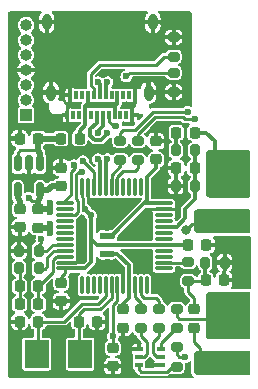
<source format=gbr>
%TF.GenerationSoftware,KiCad,Pcbnew,(6.0.7)*%
%TF.CreationDate,2022-10-02T18:14:57+02:00*%
%TF.ProjectId,k1-aioc,6b312d61-696f-4632-9e6b-696361645f70,rev?*%
%TF.SameCoordinates,Original*%
%TF.FileFunction,Copper,L1,Top*%
%TF.FilePolarity,Positive*%
%FSLAX46Y46*%
G04 Gerber Fmt 4.6, Leading zero omitted, Abs format (unit mm)*
G04 Created by KiCad (PCBNEW (6.0.7)) date 2022-10-02 18:14:57*
%MOMM*%
%LPD*%
G01*
G04 APERTURE LIST*
G04 Aperture macros list*
%AMRoundRect*
0 Rectangle with rounded corners*
0 $1 Rounding radius*
0 $2 $3 $4 $5 $6 $7 $8 $9 X,Y pos of 4 corners*
0 Add a 4 corners polygon primitive as box body*
4,1,4,$2,$3,$4,$5,$6,$7,$8,$9,$2,$3,0*
0 Add four circle primitives for the rounded corners*
1,1,$1+$1,$2,$3*
1,1,$1+$1,$4,$5*
1,1,$1+$1,$6,$7*
1,1,$1+$1,$8,$9*
0 Add four rect primitives between the rounded corners*
20,1,$1+$1,$2,$3,$4,$5,0*
20,1,$1+$1,$4,$5,$6,$7,0*
20,1,$1+$1,$6,$7,$8,$9,0*
20,1,$1+$1,$8,$9,$2,$3,0*%
G04 Aperture macros list end*
%TA.AperFunction,ComponentPad*%
%ADD10R,1.000000X1.000000*%
%TD*%
%TA.AperFunction,ComponentPad*%
%ADD11O,1.000000X1.000000*%
%TD*%
%TA.AperFunction,SMDPad,CuDef*%
%ADD12RoundRect,0.200000X-0.275000X0.200000X-0.275000X-0.200000X0.275000X-0.200000X0.275000X0.200000X0*%
%TD*%
%TA.AperFunction,SMDPad,CuDef*%
%ADD13RoundRect,0.218750X0.218750X0.256250X-0.218750X0.256250X-0.218750X-0.256250X0.218750X-0.256250X0*%
%TD*%
%TA.AperFunction,SMDPad,CuDef*%
%ADD14RoundRect,0.225000X0.225000X0.250000X-0.225000X0.250000X-0.225000X-0.250000X0.225000X-0.250000X0*%
%TD*%
%TA.AperFunction,SMDPad,CuDef*%
%ADD15RoundRect,0.200000X-0.200000X-0.275000X0.200000X-0.275000X0.200000X0.275000X-0.200000X0.275000X0*%
%TD*%
%TA.AperFunction,ComponentPad*%
%ADD16O,0.800000X1.400000*%
%TD*%
%TA.AperFunction,SMDPad,CuDef*%
%ADD17R,0.300000X0.700000*%
%TD*%
%TA.AperFunction,SMDPad,CuDef*%
%ADD18RoundRect,0.218750X-0.218750X-0.256250X0.218750X-0.256250X0.218750X0.256250X-0.218750X0.256250X0*%
%TD*%
%TA.AperFunction,SMDPad,CuDef*%
%ADD19RoundRect,0.225000X-0.250000X0.225000X-0.250000X-0.225000X0.250000X-0.225000X0.250000X0.225000X0*%
%TD*%
%TA.AperFunction,SMDPad,CuDef*%
%ADD20RoundRect,0.225000X-0.225000X-0.250000X0.225000X-0.250000X0.225000X0.250000X-0.225000X0.250000X0*%
%TD*%
%TA.AperFunction,SMDPad,CuDef*%
%ADD21RoundRect,0.075000X0.075000X-0.662500X0.075000X0.662500X-0.075000X0.662500X-0.075000X-0.662500X0*%
%TD*%
%TA.AperFunction,SMDPad,CuDef*%
%ADD22RoundRect,0.075000X0.662500X-0.075000X0.662500X0.075000X-0.662500X0.075000X-0.662500X-0.075000X0*%
%TD*%
%TA.AperFunction,SMDPad,CuDef*%
%ADD23RoundRect,0.200000X0.200000X0.275000X-0.200000X0.275000X-0.200000X-0.275000X0.200000X-0.275000X0*%
%TD*%
%TA.AperFunction,SMDPad,CuDef*%
%ADD24RoundRect,0.225000X0.250000X-0.225000X0.250000X0.225000X-0.250000X0.225000X-0.250000X-0.225000X0*%
%TD*%
%TA.AperFunction,SMDPad,CuDef*%
%ADD25R,0.650000X0.400000*%
%TD*%
%TA.AperFunction,SMDPad,CuDef*%
%ADD26RoundRect,0.150000X-0.150000X0.512500X-0.150000X-0.512500X0.150000X-0.512500X0.150000X0.512500X0*%
%TD*%
%TA.AperFunction,SMDPad,CuDef*%
%ADD27RoundRect,0.218750X-0.256250X0.218750X-0.256250X-0.218750X0.256250X-0.218750X0.256250X0.218750X0*%
%TD*%
%TA.AperFunction,SMDPad,CuDef*%
%ADD28R,2.000000X2.400000*%
%TD*%
%TA.AperFunction,SMDPad,CuDef*%
%ADD29RoundRect,0.200000X0.275000X-0.200000X0.275000X0.200000X-0.275000X0.200000X-0.275000X-0.200000X0*%
%TD*%
%TA.AperFunction,ViaPad*%
%ADD30C,0.600000*%
%TD*%
%TA.AperFunction,ViaPad*%
%ADD31C,0.800000*%
%TD*%
%TA.AperFunction,Conductor*%
%ADD32C,0.250000*%
%TD*%
%TA.AperFunction,Conductor*%
%ADD33C,0.300000*%
%TD*%
%TA.AperFunction,Conductor*%
%ADD34C,0.500000*%
%TD*%
G04 APERTURE END LIST*
D10*
%TO.P,J2,1,Pin_1*%
%TO.N,/BOOT0*%
X105250000Y-89020000D03*
D11*
%TO.P,J2,2,Pin_2*%
%TO.N,+3V3*%
X105250000Y-87750000D03*
%TO.P,J2,3,Pin_3*%
%TO.N,/SWCLK*%
X105250000Y-86480000D03*
%TO.P,J2,4,Pin_4*%
%TO.N,GND*%
X105250000Y-85210000D03*
%TO.P,J2,5,Pin_5*%
%TO.N,/SWDIO*%
X105250000Y-83940000D03*
%TO.P,J2,6,Pin_6*%
%TO.N,/NRST*%
X105250000Y-82670000D03*
%TO.P,J2,7,Pin_7*%
%TO.N,/SWO*%
X105250000Y-81400000D03*
%TD*%
D12*
%TO.P,R2,1*%
%TO.N,/AFOUT*%
X119000000Y-101425000D03*
%TO.P,R2,2*%
%TO.N,Net-(C12-Pad1)*%
X119000000Y-103075000D03*
%TD*%
D13*
%TO.P,D2,2,A*%
%TO.N,Net-(D1-Pad1)*%
X104712500Y-103500000D03*
%TO.P,D2,1,K*%
%TO.N,Net-(D1-Pad2)*%
X106287500Y-103500000D03*
%TD*%
D14*
%TO.P,C11,1*%
%TO.N,/AFIN*%
X119525000Y-93500000D03*
%TO.P,C11,2*%
%TO.N,GND*%
X117975000Y-93500000D03*
%TD*%
D15*
%TO.P,R15,1*%
%TO.N,Net-(D1-Pad1)*%
X104675000Y-102000000D03*
%TO.P,R15,2*%
%TO.N,Net-(R15-Pad2)*%
X106325000Y-102000000D03*
%TD*%
D16*
%TO.P,J1,S1,SHIELD*%
%TO.N,GND*%
X115990000Y-81160000D03*
X115630000Y-87110000D03*
X107010000Y-81160000D03*
X107370000Y-87110000D03*
D17*
%TO.P,J1,B12,GND*%
X114500000Y-87320000D03*
%TO.P,J1,B11*%
%TO.N,N/C*%
X114000000Y-87320000D03*
%TO.P,J1,B10*%
X113500000Y-87320000D03*
%TO.P,J1,B9,VBUS*%
%TO.N,/VBUS*%
X113000000Y-87320000D03*
%TO.P,J1,B8,SBU2*%
%TO.N,unconnected-(J1-PadB8)*%
X112500000Y-87320000D03*
%TO.P,J1,B7,D-*%
%TO.N,/USB-DN*%
X112000000Y-87320000D03*
%TO.P,J1,B6,D+*%
%TO.N,/USB-DP*%
X111500000Y-87320000D03*
%TO.P,J1,B5,CC2*%
%TO.N,Net-(J1-PadB5)*%
X111000000Y-87320000D03*
%TO.P,J1,B4,VBUS*%
%TO.N,/VBUS*%
X110500000Y-87320000D03*
%TO.P,J1,B3*%
%TO.N,N/C*%
X110000000Y-87320000D03*
%TO.P,J1,B2*%
X109500000Y-87320000D03*
%TO.P,J1,B1,GND*%
%TO.N,GND*%
X109000000Y-87320000D03*
%TO.P,J1,A12,GND*%
X108750000Y-89020000D03*
%TO.P,J1,A11*%
%TO.N,N/C*%
X109250000Y-89020000D03*
%TO.P,J1,A10*%
X109750000Y-89020000D03*
%TO.P,J1,A9,VBUS*%
%TO.N,/VBUS*%
X110250000Y-89020000D03*
%TO.P,J1,A8,SBU1*%
%TO.N,unconnected-(J1-PadA8)*%
X110750000Y-89020000D03*
%TO.P,J1,A7,D-*%
%TO.N,/USB-DN*%
X111250000Y-89020000D03*
%TO.P,J1,A6,D+*%
%TO.N,/USB-DP*%
X111750000Y-89020000D03*
%TO.P,J1,A5,CC1*%
%TO.N,Net-(J1-PadA5)*%
X112250000Y-89020000D03*
%TO.P,J1,A4,VBUS*%
%TO.N,/VBUS*%
X112750000Y-89020000D03*
%TO.P,J1,A3*%
%TO.N,N/C*%
X113250000Y-89020000D03*
%TO.P,J1,A2*%
X113750000Y-89020000D03*
%TO.P,J1,A1,GND*%
%TO.N,GND*%
X114250000Y-89020000D03*
%TD*%
D14*
%TO.P,C1,1*%
%TO.N,/OSCIN*%
X106275000Y-106500000D03*
%TO.P,C1,2*%
%TO.N,GND*%
X104725000Y-106500000D03*
%TD*%
D18*
%TO.P,D1,2,A*%
%TO.N,Net-(D1-Pad2)*%
X106287500Y-105000000D03*
%TO.P,D1,1,K*%
%TO.N,Net-(D1-Pad1)*%
X104712500Y-105000000D03*
%TD*%
D19*
%TO.P,C9,1*%
%TO.N,+3.3VA*%
X113500000Y-105475000D03*
%TO.P,C9,2*%
%TO.N,GND*%
X113500000Y-107025000D03*
%TD*%
D20*
%TO.P,C12,1*%
%TO.N,Net-(C12-Pad1)*%
X120475000Y-103000000D03*
%TO.P,C12,2*%
%TO.N,GND*%
X122025000Y-103000000D03*
%TD*%
D12*
%TO.P,R13,1*%
%TO.N,/RADIO-RX-PTT1*%
X118000000Y-108675000D03*
%TO.P,R13,2*%
%TO.N,Net-(Q1-Pad3)*%
X118000000Y-110325000D03*
%TD*%
D18*
%TO.P,FB2,1*%
%TO.N,/VIN*%
X108212500Y-91000000D03*
%TO.P,FB2,2*%
%TO.N,/VBUS*%
X109787500Y-91000000D03*
%TD*%
D12*
%TO.P,R8,1*%
%TO.N,/RADIO-RX-PTT1*%
X114750000Y-91175000D03*
%TO.P,R8,2*%
%TO.N,/USART-TX*%
X114750000Y-92825000D03*
%TD*%
%TO.P,R11,1*%
%TO.N,/PTT1*%
X116500000Y-105425000D03*
%TO.P,R11,2*%
%TO.N,Net-(Q1-Pad5)*%
X116500000Y-107075000D03*
%TD*%
%TO.P,R9,1*%
%TO.N,/RADIO-TX*%
X113250000Y-91175000D03*
%TO.P,R9,2*%
%TO.N,/USART-RX*%
X113250000Y-92825000D03*
%TD*%
D21*
%TO.P,U2,1,VBAT*%
%TO.N,unconnected-(U2-Pad1)*%
X110000000Y-103412500D03*
%TO.P,U2,2,PC13*%
%TO.N,unconnected-(U2-Pad2)*%
X110500000Y-103412500D03*
%TO.P,U2,3,PC14*%
%TO.N,unconnected-(U2-Pad3)*%
X111000000Y-103412500D03*
%TO.P,U2,4,PC15*%
%TO.N,unconnected-(U2-Pad4)*%
X111500000Y-103412500D03*
%TO.P,U2,5,PF0*%
%TO.N,/OSCIN*%
X112000000Y-103412500D03*
%TO.P,U2,6,PF1*%
%TO.N,/OSCOUT*%
X112500000Y-103412500D03*
%TO.P,U2,7,NRST*%
%TO.N,/NRST*%
X113000000Y-103412500D03*
%TO.P,U2,8,VSSA*%
%TO.N,GND*%
X113500000Y-103412500D03*
%TO.P,U2,9,VDDA*%
%TO.N,+3.3VA*%
X114000000Y-103412500D03*
%TO.P,U2,10,PA0*%
%TO.N,/PTT2*%
X114500000Y-103412500D03*
%TO.P,U2,11,PA1*%
%TO.N,/PTT1*%
X115000000Y-103412500D03*
%TO.P,U2,12,PA2*%
%TO.N,unconnected-(U2-Pad12)*%
X115500000Y-103412500D03*
D22*
%TO.P,U2,13,PA3*%
%TO.N,unconnected-(U2-Pad13)*%
X116912500Y-102000000D03*
%TO.P,U2,14,PA4*%
%TO.N,/AFOUT*%
X116912500Y-101500000D03*
%TO.P,U2,15,PA5*%
%TO.N,unconnected-(U2-Pad15)*%
X116912500Y-101000000D03*
%TO.P,U2,16,PA6*%
%TO.N,unconnected-(U2-Pad16)*%
X116912500Y-100500000D03*
%TO.P,U2,17,VDD*%
%TO.N,+3V3*%
X116912500Y-100000000D03*
%TO.P,U2,18,PB0*%
%TO.N,unconnected-(U2-Pad18)*%
X116912500Y-99500000D03*
%TO.P,U2,19,PB1*%
%TO.N,unconnected-(U2-Pad19)*%
X116912500Y-99000000D03*
%TO.P,U2,20,PB2*%
%TO.N,/AFIN*%
X116912500Y-98500000D03*
%TO.P,U2,21,PE8*%
%TO.N,unconnected-(U2-Pad21)*%
X116912500Y-98000000D03*
%TO.P,U2,22,PE9*%
%TO.N,unconnected-(U2-Pad22)*%
X116912500Y-97500000D03*
%TO.P,U2,23,VSSSD*%
%TO.N,GND*%
X116912500Y-97000000D03*
%TO.P,U2,24,VDDSD*%
%TO.N,+3.3VA*%
X116912500Y-96500000D03*
D21*
%TO.P,U2,25,VREFSD+*%
X115500000Y-95087500D03*
%TO.P,U2,26,PB14*%
%TO.N,unconnected-(U2-Pad26)*%
X115000000Y-95087500D03*
%TO.P,U2,27,PB15*%
%TO.N,unconnected-(U2-Pad27)*%
X114500000Y-95087500D03*
%TO.P,U2,28,PD8*%
%TO.N,unconnected-(U2-Pad28)*%
X114000000Y-95087500D03*
%TO.P,U2,29,PA8*%
%TO.N,unconnected-(U2-Pad29)*%
X113500000Y-95087500D03*
%TO.P,U2,30,PA9*%
%TO.N,/USART-TX*%
X113000000Y-95087500D03*
%TO.P,U2,31,PA10*%
%TO.N,/USART-RX*%
X112500000Y-95087500D03*
%TO.P,U2,32,PA11*%
%TO.N,/USB-DN*%
X112000000Y-95087500D03*
%TO.P,U2,33,PA12*%
%TO.N,/USB-DP*%
X111500000Y-95087500D03*
%TO.P,U2,34,PA13*%
%TO.N,/SWDIO*%
X111000000Y-95087500D03*
%TO.P,U2,35,PF6*%
%TO.N,GND*%
X110500000Y-95087500D03*
%TO.P,U2,36,PF7*%
%TO.N,+3V3*%
X110000000Y-95087500D03*
D22*
%TO.P,U2,37,PA14*%
%TO.N,/SWCLK*%
X108587500Y-96500000D03*
%TO.P,U2,38,PA15*%
%TO.N,unconnected-(U2-Pad38)*%
X108587500Y-97000000D03*
%TO.P,U2,39,PB3*%
%TO.N,/SWO*%
X108587500Y-97500000D03*
%TO.P,U2,40,PB4*%
%TO.N,unconnected-(U2-Pad40)*%
X108587500Y-98000000D03*
%TO.P,U2,41,PB5*%
%TO.N,unconnected-(U2-Pad41)*%
X108587500Y-98500000D03*
%TO.P,U2,42,PB6*%
%TO.N,unconnected-(U2-Pad42)*%
X108587500Y-99000000D03*
%TO.P,U2,43,PB7*%
%TO.N,unconnected-(U2-Pad43)*%
X108587500Y-99500000D03*
%TO.P,U2,44,BOOT0*%
%TO.N,/BOOT0*%
X108587500Y-100000000D03*
%TO.P,U2,45,PB8*%
%TO.N,Net-(R15-Pad2)*%
X108587500Y-100500000D03*
%TO.P,U2,46,PB9*%
%TO.N,Net-(D1-Pad2)*%
X108587500Y-101000000D03*
%TO.P,U2,47,VSS*%
%TO.N,GND*%
X108587500Y-101500000D03*
%TO.P,U2,48,VDD*%
%TO.N,+3V3*%
X108587500Y-102000000D03*
%TD*%
D14*
%TO.P,C6,1*%
%TO.N,/VIN*%
X106275000Y-91000000D03*
%TO.P,C6,2*%
%TO.N,GND*%
X104725000Y-91000000D03*
%TD*%
D23*
%TO.P,R4,1*%
%TO.N,GND*%
X122075000Y-101500000D03*
%TO.P,R4,2*%
%TO.N,Net-(C12-Pad1)*%
X120425000Y-101500000D03*
%TD*%
D19*
%TO.P,C3,1*%
%TO.N,Net-(C3-Pad1)*%
X104750000Y-96975000D03*
%TO.P,C3,2*%
%TO.N,GND*%
X104750000Y-98525000D03*
%TD*%
D20*
%TO.P,C2,1*%
%TO.N,/OSCOUT*%
X109725000Y-106500000D03*
%TO.P,C2,2*%
%TO.N,GND*%
X111275000Y-106500000D03*
%TD*%
D12*
%TO.P,R10,1*%
%TO.N,/PTT2*%
X115000000Y-105425000D03*
%TO.P,R10,2*%
%TO.N,Net-(Q1-Pad2)*%
X115000000Y-107075000D03*
%TD*%
D24*
%TO.P,C4,1*%
%TO.N,+3V3*%
X108250000Y-95025000D03*
%TO.P,C4,2*%
%TO.N,GND*%
X108250000Y-93475000D03*
%TD*%
D25*
%TO.P,Q1,1,E1*%
%TO.N,GND*%
X114800000Y-108850000D03*
%TO.P,Q1,2,B1*%
%TO.N,Net-(Q1-Pad2)*%
X114800000Y-109500000D03*
%TO.P,Q1,3,C2*%
%TO.N,Net-(Q1-Pad3)*%
X114800000Y-110150000D03*
%TO.P,Q1,4,E2*%
%TO.N,GND*%
X116700000Y-110150000D03*
%TO.P,Q1,5,B2*%
%TO.N,Net-(Q1-Pad5)*%
X116700000Y-109500000D03*
%TO.P,Q1,6,C1*%
%TO.N,Net-(Q1-Pad6)*%
X116700000Y-108850000D03*
%TD*%
D20*
%TO.P,C14,1*%
%TO.N,Net-(C14-Pad1)*%
X117975000Y-90500000D03*
%TO.P,C14,2*%
%TO.N,/RADIO-SPK*%
X119525000Y-90500000D03*
%TD*%
D23*
%TO.P,R5,1*%
%TO.N,/AFIN*%
X119575000Y-92000000D03*
%TO.P,R5,2*%
%TO.N,Net-(C14-Pad1)*%
X117925000Y-92000000D03*
%TD*%
D19*
%TO.P,C15,1*%
%TO.N,/NRST*%
X112600000Y-108725000D03*
%TO.P,C15,2*%
%TO.N,GND*%
X112600000Y-110275000D03*
%TD*%
D20*
%TO.P,C7,1*%
%TO.N,+3V3*%
X118975000Y-100000000D03*
%TO.P,C7,2*%
%TO.N,GND*%
X120525000Y-100000000D03*
%TD*%
D19*
%TO.P,C8,1*%
%TO.N,+3V3*%
X108250000Y-103225000D03*
%TO.P,C8,2*%
%TO.N,GND*%
X108250000Y-104775000D03*
%TD*%
D26*
%TO.P,U1,1,VIN*%
%TO.N,/VIN*%
X106450000Y-93112500D03*
%TO.P,U1,2,GND*%
%TO.N,GND*%
X105500000Y-93112500D03*
%TO.P,U1,3,ON/~{OFF}*%
%TO.N,/VIN*%
X104550000Y-93112500D03*
%TO.P,U1,4,BP*%
%TO.N,Net-(C3-Pad1)*%
X104550000Y-95387500D03*
%TO.P,U1,5,VOUT*%
%TO.N,+3V3*%
X106450000Y-95387500D03*
%TD*%
D15*
%TO.P,R3,1*%
%TO.N,GND*%
X117925000Y-95000000D03*
%TO.P,R3,2*%
%TO.N,/AFIN*%
X119575000Y-95000000D03*
%TD*%
D24*
%TO.P,C10,1*%
%TO.N,+3.3VA*%
X116250000Y-92775000D03*
%TO.P,C10,2*%
%TO.N,GND*%
X116250000Y-91225000D03*
%TD*%
D15*
%TO.P,R14,2*%
%TO.N,/BOOT0*%
X106325000Y-100500000D03*
%TO.P,R14,1*%
%TO.N,GND*%
X104675000Y-100500000D03*
%TD*%
D12*
%TO.P,R6,1*%
%TO.N,GND*%
X117750000Y-82425000D03*
%TO.P,R6,2*%
%TO.N,Net-(J1-PadB5)*%
X117750000Y-84075000D03*
%TD*%
D27*
%TO.P,FB1,1*%
%TO.N,+3V3*%
X106250000Y-96962500D03*
%TO.P,FB1,2*%
%TO.N,+3.3VA*%
X106250000Y-98537500D03*
%TD*%
D19*
%TO.P,C13,1*%
%TO.N,Net-(C12-Pad1)*%
X119500000Y-105475000D03*
%TO.P,C13,2*%
%TO.N,/RADIO-MIC*%
X119500000Y-107025000D03*
%TD*%
D28*
%TO.P,Y1,1,1*%
%TO.N,/OSCIN*%
X106150000Y-109250000D03*
%TO.P,Y1,2,2*%
%TO.N,/OSCOUT*%
X109850000Y-109250000D03*
%TD*%
D12*
%TO.P,R12,1*%
%TO.N,/RADIO-VP-PTT2*%
X118000000Y-105425000D03*
%TO.P,R12,2*%
%TO.N,Net-(Q1-Pad6)*%
X118000000Y-107075000D03*
%TD*%
D29*
%TO.P,R7,1*%
%TO.N,GND*%
X117750000Y-87075000D03*
%TO.P,R7,2*%
%TO.N,Net-(J1-PadA5)*%
X117750000Y-85425000D03*
%TD*%
D30*
%TO.N,GND*%
X106750000Y-90000000D03*
%TO.N,/SWO*%
X110000000Y-93799503D03*
D31*
%TO.N,GND*%
X123250000Y-101500000D03*
D30*
X116500000Y-103750000D03*
D31*
X123250000Y-100000000D03*
X121750000Y-100000000D03*
D30*
X105000000Y-99550000D03*
X109000000Y-86250000D03*
X107250000Y-94250000D03*
X115500000Y-97500000D03*
X113000000Y-83500000D03*
X117750000Y-81500000D03*
X105500000Y-94250000D03*
X104500000Y-109000000D03*
X114242052Y-88160946D03*
X116500000Y-94500000D03*
X104500000Y-108000000D03*
X115000000Y-102000000D03*
X116500000Y-102750000D03*
X113000000Y-96500000D03*
X110000000Y-100250000D03*
X109250000Y-103750000D03*
X112250000Y-102000000D03*
X108750000Y-90000000D03*
X111500000Y-108000000D03*
X105500000Y-102750000D03*
X108750000Y-92250000D03*
X112000000Y-97500000D03*
X107250000Y-103750000D03*
X110000000Y-98250000D03*
X114000000Y-99000000D03*
X116000000Y-83500000D03*
X113750000Y-110500000D03*
X109250000Y-102750000D03*
X114500000Y-101000000D03*
X113750000Y-109500000D03*
X105750000Y-99550000D03*
X110000000Y-101000000D03*
X104500000Y-110000000D03*
X116950000Y-90150000D03*
X114000000Y-92000000D03*
X113000000Y-97500000D03*
X113000000Y-102000000D03*
X107750000Y-90000000D03*
X111500000Y-109000000D03*
X107250000Y-104750000D03*
X105500000Y-95000000D03*
X105500000Y-104250000D03*
X116500000Y-95500000D03*
X111500000Y-110000000D03*
X114750000Y-98250000D03*
X107750000Y-92250000D03*
X115750000Y-110000000D03*
X114000000Y-96500000D03*
X116250000Y-90150000D03*
X113750000Y-108500000D03*
X114499130Y-83499207D03*
X114500000Y-86250000D03*
X112000000Y-96500000D03*
X108500000Y-83500000D03*
X109000000Y-88166813D03*
X111500000Y-83500000D03*
X105500000Y-101250000D03*
X115500000Y-99000000D03*
X111000000Y-96500000D03*
X115500000Y-101000000D03*
X111500000Y-102000000D03*
X109250000Y-104750000D03*
X115500000Y-92000000D03*
X117750000Y-88000000D03*
X110000000Y-83500000D03*
%TO.N,/SWCLK*%
X109343521Y-93254987D03*
%TO.N,/SWDIO*%
X110075500Y-92933411D03*
%TO.N,/USB-DP*%
X111350000Y-86250000D03*
X111350000Y-90500000D03*
X111350000Y-92750000D03*
%TO.N,/USB-DN*%
X112150000Y-86250000D03*
X112150000Y-90500000D03*
X112150000Y-92750000D03*
%TO.N,+3V3*%
X110274500Y-97000000D03*
X110750000Y-97500000D03*
X105500000Y-96000000D03*
X107250000Y-97250000D03*
X107250000Y-96500000D03*
%TO.N,+3.3VA*%
X107250000Y-98250000D03*
X111750000Y-99250000D03*
X112500000Y-99250000D03*
X107250000Y-99000000D03*
X111750000Y-100750000D03*
X112500000Y-100750000D03*
%TO.N,Net-(J1-PadA5)*%
X113750000Y-85750000D03*
X112899500Y-89942499D03*
%TO.N,/RADIO-RX-PTT1*%
X118750000Y-109500000D03*
X119550000Y-89350000D03*
%TO.N,/RADIO-TX*%
X118950000Y-88750000D03*
D31*
X118776040Y-98783914D03*
D30*
%TO.N,/NRST*%
X112600000Y-107750000D03*
%TO.N,/BOOT0*%
X106550000Y-99550000D03*
%TD*%
D32*
%TO.N,/SWDIO*%
X110075500Y-92933411D02*
X111000000Y-93857911D01*
X111000000Y-93857911D02*
X111000000Y-95087500D01*
%TO.N,/SWCLK*%
X109343521Y-93254987D02*
X109375000Y-93286466D01*
X109050000Y-95750000D02*
X108587500Y-96212500D01*
X109375000Y-93488604D02*
X109050000Y-93813604D01*
X108587500Y-96212500D02*
X108587500Y-96500000D01*
X109375000Y-93286466D02*
X109375000Y-93488604D01*
X109050000Y-93813604D02*
X109050000Y-95750000D01*
%TO.N,/SWO*%
X109700497Y-93799503D02*
X109500000Y-94000000D01*
X109650000Y-97240685D02*
X109390685Y-97500000D01*
X109390685Y-97500000D02*
X108587500Y-97500000D01*
X109650000Y-96259315D02*
X109650000Y-97240685D01*
X109500000Y-96109315D02*
X109650000Y-96259315D01*
X109500000Y-94000000D02*
X109500000Y-96109315D01*
X110000000Y-93799503D02*
X109700497Y-93799503D01*
%TO.N,+3V3*%
X110000000Y-95087500D02*
X110000000Y-95972919D01*
X110000000Y-95972919D02*
X110100000Y-96072919D01*
X110100000Y-96072919D02*
X110100000Y-96850000D01*
X110100000Y-96850000D02*
X110750000Y-97500000D01*
D33*
X110800000Y-97525500D02*
X110800000Y-99300000D01*
X110274500Y-97000000D02*
X110800000Y-97525500D01*
D32*
%TO.N,/RADIO-TX*%
X118776040Y-98783914D02*
X119309954Y-98250000D01*
X119309954Y-98250000D02*
X120450000Y-98250000D01*
%TO.N,/RADIO-MIC*%
X119500000Y-107025000D02*
X119500000Y-108250000D01*
X119500000Y-108250000D02*
X120000000Y-108750000D01*
X120000000Y-108750000D02*
X120000000Y-109750000D01*
D33*
%TO.N,+3V3*%
X116912500Y-100000000D02*
X118975000Y-100000000D01*
D32*
%TO.N,/AFOUT*%
X116912500Y-101500000D02*
X118925000Y-101500000D01*
X118925000Y-101500000D02*
X119000000Y-101425000D01*
%TO.N,Net-(C12-Pad1)*%
X119500000Y-105475000D02*
X119500000Y-104500000D01*
X119500000Y-104500000D02*
X119000000Y-104000000D01*
X119000000Y-104000000D02*
X119000000Y-103075000D01*
%TO.N,/RADIO-RX-PTT1*%
X118750000Y-109500000D02*
X118250000Y-109500000D01*
X118250000Y-109500000D02*
X118000000Y-109250000D01*
X118000000Y-109250000D02*
X118000000Y-108587500D01*
D33*
%TO.N,/AFIN*%
X116912500Y-98500000D02*
X118000000Y-98500000D01*
X118000000Y-98500000D02*
X118750000Y-97750000D01*
X118750000Y-97750000D02*
X118750000Y-96950000D01*
X118750000Y-96950000D02*
X119575000Y-96125000D01*
X119575000Y-96125000D02*
X119575000Y-92000000D01*
%TO.N,/RADIO-SPK*%
X121250000Y-93000000D02*
X121250000Y-91250000D01*
X121250000Y-91250000D02*
X120500000Y-90500000D01*
X120500000Y-90500000D02*
X119525000Y-90500000D01*
D32*
%TO.N,GND*%
X108750000Y-89020000D02*
X108750000Y-88416813D01*
D33*
X113500000Y-102500000D02*
X113500000Y-103412500D01*
X113000000Y-102000000D02*
X113500000Y-102500000D01*
X109500000Y-101500000D02*
X110000000Y-101000000D01*
D32*
X114500000Y-87320000D02*
X114500000Y-87916813D01*
X109000000Y-87320000D02*
X109000000Y-88166813D01*
X114500000Y-87916813D02*
X114250000Y-88166813D01*
X114250000Y-89020000D02*
X114250000Y-88166813D01*
X114500000Y-87320000D02*
X114500000Y-86250000D01*
X108750000Y-88416813D02*
X109000000Y-88166813D01*
D33*
X108587500Y-101500000D02*
X109500000Y-101500000D01*
D32*
X109000000Y-87320000D02*
X109000000Y-86250000D01*
%TO.N,/OSCIN*%
X106275000Y-109125000D02*
X106150000Y-109250000D01*
X111363604Y-105000000D02*
X109972183Y-105000000D01*
X108472183Y-106500000D02*
X106275000Y-106500000D01*
X112000000Y-104363604D02*
X111363604Y-105000000D01*
X106275000Y-106500000D02*
X106275000Y-109125000D01*
X112000000Y-103412500D02*
X112000000Y-104363604D01*
X109972183Y-105000000D02*
X108472183Y-106500000D01*
%TO.N,/OSCOUT*%
X112500000Y-104500000D02*
X111550000Y-105450000D01*
X111550000Y-105450000D02*
X110158579Y-105450000D01*
X109750000Y-106500000D02*
X109750000Y-109150000D01*
X110158579Y-105450000D02*
X109725000Y-105883579D01*
X109725000Y-105883579D02*
X109725000Y-106500000D01*
X112500000Y-103412500D02*
X112500000Y-104500000D01*
X109750000Y-109150000D02*
X109850000Y-109250000D01*
D33*
%TO.N,/USB-DP*%
X111500000Y-95087500D02*
X111500000Y-92900000D01*
X111500000Y-92900000D02*
X111350000Y-92750000D01*
X111350000Y-90380761D02*
X111350000Y-90500000D01*
X111500000Y-87320000D02*
X111500000Y-86400000D01*
X111500000Y-86400000D02*
X111350000Y-86250000D01*
X111750000Y-89020000D02*
X111750000Y-89980761D01*
X111750000Y-89980761D02*
X111350000Y-90380761D01*
%TO.N,/USB-DN*%
X111250000Y-89680761D02*
X111250000Y-89020000D01*
X112000000Y-86400000D02*
X112150000Y-86250000D01*
X110700000Y-90769239D02*
X110700000Y-90230761D01*
X111080761Y-91150000D02*
X110700000Y-90769239D01*
X110700000Y-90230761D02*
X111250000Y-89680761D01*
X112000000Y-95087500D02*
X112000000Y-92900000D01*
X112150000Y-90500000D02*
X112150000Y-90619239D01*
X112150000Y-90619239D02*
X111619239Y-91150000D01*
X111619239Y-91150000D02*
X111080761Y-91150000D01*
X112000000Y-87320000D02*
X112000000Y-86400000D01*
X112000000Y-92900000D02*
X112150000Y-92750000D01*
D34*
%TO.N,Net-(C3-Pad1)*%
X104550000Y-95387500D02*
X104550000Y-96050000D01*
X104750000Y-96250000D02*
X104750000Y-96975000D01*
X104550000Y-96050000D02*
X104750000Y-96250000D01*
%TO.N,+3V3*%
X107475000Y-95025000D02*
X108250000Y-95025000D01*
D32*
X105500000Y-96000000D02*
X105750000Y-96250000D01*
D34*
X107250000Y-97250000D02*
X107250000Y-97000000D01*
D33*
X110800000Y-99300000D02*
X110800000Y-101450000D01*
D32*
X108250000Y-102750000D02*
X108587500Y-102412500D01*
D34*
X106250000Y-96962500D02*
X106250000Y-96250000D01*
D32*
X105750000Y-96250000D02*
X106250000Y-96250000D01*
D33*
X110250000Y-102000000D02*
X108587500Y-102000000D01*
X110800000Y-99550000D02*
X110800000Y-99300000D01*
D34*
X107212500Y-96962500D02*
X107250000Y-97000000D01*
D33*
X116912500Y-100000000D02*
X111250000Y-100000000D01*
X111250000Y-100000000D02*
X110800000Y-99550000D01*
D34*
X107112500Y-95387500D02*
X107475000Y-95025000D01*
X107250000Y-97000000D02*
X107250000Y-96500000D01*
X107112500Y-95387500D02*
X106450000Y-95387500D01*
X106250000Y-96962500D02*
X107212500Y-96962500D01*
D32*
X108250000Y-103225000D02*
X108250000Y-102750000D01*
D34*
X106250000Y-96250000D02*
X106450000Y-96050000D01*
D33*
X110800000Y-101450000D02*
X110250000Y-102000000D01*
D34*
X106450000Y-96050000D02*
X106450000Y-95387500D01*
D32*
X108587500Y-102412500D02*
X108587500Y-102000000D01*
D33*
%TO.N,+3.3VA*%
X116000000Y-96500000D02*
X115250000Y-96500000D01*
X112500000Y-100750000D02*
X113000000Y-100750000D01*
D34*
X112500000Y-100750000D02*
X111750000Y-100750000D01*
D33*
X114000000Y-103412500D02*
X114000000Y-104500000D01*
D34*
X107250000Y-98500000D02*
X107250000Y-98250000D01*
D33*
X115500000Y-95087500D02*
X115500000Y-96250000D01*
X116912500Y-96500000D02*
X116000000Y-96500000D01*
X113000000Y-100750000D02*
X114000000Y-101750000D01*
D34*
X107212500Y-98537500D02*
X107250000Y-98500000D01*
D33*
X115250000Y-96500000D02*
X113250000Y-98500000D01*
X116250000Y-93500000D02*
X116250000Y-92862500D01*
D34*
X112500000Y-99250000D02*
X111750000Y-99250000D01*
D33*
X113250000Y-98500000D02*
X112500000Y-99250000D01*
X113500000Y-105000000D02*
X113500000Y-105387500D01*
X115500000Y-95087500D02*
X115500000Y-94250000D01*
X114000000Y-101750000D02*
X114000000Y-103412500D01*
D34*
X107250000Y-99000000D02*
X107250000Y-98500000D01*
D33*
X115500000Y-94250000D02*
X116250000Y-93500000D01*
X114000000Y-104500000D02*
X113500000Y-105000000D01*
D34*
X106250000Y-98537500D02*
X107212500Y-98537500D01*
D33*
X115500000Y-96250000D02*
X115250000Y-96500000D01*
D34*
%TO.N,/VIN*%
X106275000Y-91000000D02*
X106275000Y-92025000D01*
D32*
X104550000Y-92200000D02*
X104750000Y-92000000D01*
D34*
X108212500Y-91000000D02*
X106275000Y-91000000D01*
X106275000Y-92025000D02*
X106450000Y-92200000D01*
D32*
X104750000Y-92000000D02*
X106250000Y-92000000D01*
X106250000Y-92000000D02*
X106275000Y-92025000D01*
D34*
X106450000Y-93112500D02*
X106450000Y-92200000D01*
D32*
X104550000Y-93112500D02*
X104550000Y-92200000D01*
D33*
%TO.N,/VBUS*%
X110500000Y-88040000D02*
X113000000Y-88040000D01*
X109787500Y-90337500D02*
X109787500Y-91000000D01*
X110250000Y-89020000D02*
X110250000Y-89875000D01*
X110500000Y-87320000D02*
X110500000Y-88040000D01*
X110250000Y-89875000D02*
X109787500Y-90337500D01*
X110500000Y-88040000D02*
X110250000Y-88290000D01*
X112750000Y-89020000D02*
X112750000Y-88290000D01*
X113000000Y-87320000D02*
X113000000Y-88040000D01*
X112750000Y-88290000D02*
X113000000Y-88040000D01*
X110250000Y-89020000D02*
X110250000Y-88290000D01*
X112750000Y-88290000D02*
X110250000Y-88290000D01*
D32*
%TO.N,Net-(C12-Pad1)*%
X120400000Y-103075000D02*
X120475000Y-103000000D01*
D33*
X120425000Y-102962500D02*
X120387500Y-103000000D01*
D32*
X119000000Y-103075000D02*
X120400000Y-103075000D01*
D33*
X120425000Y-101500000D02*
X120425000Y-102962500D01*
%TO.N,Net-(C14-Pad1)*%
X117925000Y-92000000D02*
X117925000Y-90550000D01*
X117925000Y-90550000D02*
X117975000Y-90500000D01*
D32*
%TO.N,Net-(J1-PadB5)*%
X115750000Y-84750000D02*
X111500000Y-84750000D01*
X111000000Y-86783884D02*
X111000000Y-87320000D01*
X116925000Y-84075000D02*
X116250000Y-84750000D01*
X117750000Y-84075000D02*
X116925000Y-84075000D01*
X110725000Y-85525000D02*
X110725000Y-86508884D01*
X110725000Y-86508884D02*
X111000000Y-86783884D01*
X116250000Y-84750000D02*
X115750000Y-84750000D01*
X111500000Y-84750000D02*
X110725000Y-85525000D01*
%TO.N,Net-(J1-PadA5)*%
X112649500Y-89942499D02*
X112250000Y-89542999D01*
X112250000Y-89542999D02*
X112250000Y-89020000D01*
X114075000Y-85425000D02*
X113750000Y-85750000D01*
X118000000Y-85425000D02*
X114075000Y-85425000D01*
%TO.N,/USART-RX*%
X112500000Y-94113604D02*
X113250000Y-93363604D01*
X113250000Y-93363604D02*
X113250000Y-92912500D01*
X112500000Y-95087500D02*
X112500000Y-94113604D01*
%TO.N,Net-(Q1-Pad3)*%
X117162500Y-110750000D02*
X117500000Y-110412500D01*
X114800000Y-110150000D02*
X114800000Y-110550000D01*
X114800000Y-110550000D02*
X115000000Y-110750000D01*
X115000000Y-110750000D02*
X117162500Y-110750000D01*
X117500000Y-110412500D02*
X118000000Y-110412500D01*
%TO.N,Net-(Q1-Pad6)*%
X117925000Y-107075000D02*
X118000000Y-107075000D01*
X116700000Y-108850000D02*
X116700000Y-108300000D01*
X116700000Y-108300000D02*
X117925000Y-107075000D01*
%TO.N,/USART-TX*%
X113500000Y-93750000D02*
X114500000Y-93750000D01*
X114750000Y-93500000D02*
X114750000Y-92912500D01*
X113000000Y-94250000D02*
X113500000Y-93750000D01*
X114500000Y-93750000D02*
X114750000Y-93500000D01*
X113000000Y-95087500D02*
X113000000Y-94250000D01*
%TO.N,/PTT1*%
X116500000Y-104750000D02*
X116500000Y-105337500D01*
X115250000Y-104500000D02*
X116250000Y-104500000D01*
X116250000Y-104500000D02*
X116500000Y-104750000D01*
X115000000Y-104250000D02*
X115250000Y-104500000D01*
X115000000Y-103412500D02*
X115000000Y-104250000D01*
%TO.N,/PTT2*%
X115000000Y-104886396D02*
X115000000Y-105425000D01*
X114500000Y-103412500D02*
X114500000Y-104386396D01*
X114500000Y-104386396D02*
X115000000Y-104886396D01*
%TO.N,/RADIO-RX-PTT1*%
X119525000Y-89375000D02*
X118691116Y-89375000D01*
X118691116Y-89375000D02*
X118516116Y-89200000D01*
X116166116Y-89200000D02*
X114750000Y-90616116D01*
X119550000Y-89350000D02*
X119525000Y-89375000D01*
X114750000Y-90616116D02*
X114750000Y-91087500D01*
X118516116Y-89200000D02*
X116166116Y-89200000D01*
%TO.N,/RADIO-TX*%
X118950000Y-88750000D02*
X115979720Y-88750000D01*
X113500000Y-90250000D02*
X113250000Y-90500000D01*
X114479720Y-90250000D02*
X113500000Y-90250000D01*
X113250000Y-90500000D02*
X113250000Y-91087500D01*
X115979720Y-88750000D02*
X114479720Y-90250000D01*
%TO.N,/RADIO-VP-PTT2*%
X118250000Y-106250000D02*
X122000000Y-106250000D01*
X118000000Y-105337500D02*
X118000000Y-106000000D01*
X118000000Y-106000000D02*
X118250000Y-106250000D01*
%TO.N,/NRST*%
X112600000Y-108725000D02*
X112600000Y-107750000D01*
X113000000Y-104722183D02*
X112600000Y-105122183D01*
X112600000Y-107250000D02*
X112600000Y-107750000D01*
X113000000Y-103412500D02*
X113000000Y-104722183D01*
X112600000Y-105122183D02*
X112600000Y-107400000D01*
%TO.N,/BOOT0*%
X108587500Y-100000000D02*
X107500000Y-100000000D01*
X106950000Y-100550000D02*
X106325000Y-100550000D01*
X106550000Y-99750000D02*
X106325000Y-99975000D01*
X106325000Y-99975000D02*
X106325000Y-100550000D01*
X106550000Y-99550000D02*
X106550000Y-99750000D01*
X107500000Y-100000000D02*
X106950000Y-100550000D01*
%TO.N,Net-(D1-Pad1)*%
X104712500Y-105050000D02*
X104712500Y-102087500D01*
X104712500Y-102087500D02*
X104675000Y-102050000D01*
%TO.N,Net-(D1-Pad2)*%
X106287500Y-105050000D02*
X106287500Y-103550000D01*
X107525000Y-102312500D02*
X106287500Y-103550000D01*
X108587500Y-101000000D02*
X107772792Y-101000000D01*
X107772792Y-101000000D02*
X107525000Y-101247792D01*
X107525000Y-101247792D02*
X107525000Y-102312500D01*
%TO.N,Net-(R15-Pad2)*%
X107636396Y-100500000D02*
X107075000Y-101061396D01*
X108587500Y-100500000D02*
X107636396Y-100500000D01*
X107075000Y-101061396D02*
X107075000Y-101825000D01*
X107075000Y-101825000D02*
X106850000Y-102050000D01*
X106850000Y-102050000D02*
X106325000Y-102050000D01*
%TO.N,Net-(Q1-Pad2)*%
X115000000Y-107075000D02*
X115000000Y-107750000D01*
X115224695Y-109500000D02*
X115500000Y-109224695D01*
X114800000Y-109500000D02*
X115224695Y-109500000D01*
X115000000Y-107750000D02*
X115500000Y-108250000D01*
X115500000Y-109224695D02*
X115500000Y-108250000D01*
%TO.N,Net-(Q1-Pad5)*%
X116700000Y-109500000D02*
X116310661Y-109500000D01*
X116000000Y-109189339D02*
X116000000Y-108250000D01*
X116500000Y-107075000D02*
X116500000Y-107750000D01*
X116310661Y-109500000D02*
X116000000Y-109189339D01*
X116500000Y-107750000D02*
X116000000Y-108250000D01*
%TD*%
%TA.AperFunction,Conductor*%
%TO.N,/RADIO-MIC*%
G36*
X124187621Y-109020002D02*
G01*
X124234114Y-109073658D01*
X124245500Y-109126000D01*
X124245500Y-110874000D01*
X124225498Y-110942121D01*
X124171842Y-110988614D01*
X124119500Y-111000000D01*
X119762410Y-111000000D01*
X119737830Y-110997579D01*
X119713927Y-110992825D01*
X119678909Y-110985859D01*
X119633490Y-110967046D01*
X119613671Y-110953804D01*
X119594061Y-110940700D01*
X119559300Y-110905939D01*
X119546196Y-110886329D01*
X119532954Y-110866510D01*
X119514140Y-110821089D01*
X119502421Y-110762170D01*
X119500000Y-110737590D01*
X119500000Y-109262410D01*
X119502421Y-109237830D01*
X119514140Y-109178911D01*
X119532955Y-109133488D01*
X119537959Y-109126000D01*
X119559300Y-109094061D01*
X119594061Y-109059300D01*
X119613671Y-109046196D01*
X119633490Y-109032954D01*
X119678909Y-109014141D01*
X119713927Y-109007175D01*
X119737830Y-109002421D01*
X119762410Y-109000000D01*
X124119500Y-109000000D01*
X124187621Y-109020002D01*
G37*
%TD.AperFunction*%
%TD*%
%TA.AperFunction,Conductor*%
%TO.N,/RADIO-VP-PTT2*%
G36*
X124187621Y-104020002D02*
G01*
X124234114Y-104073658D01*
X124245500Y-104126000D01*
X124245500Y-107874000D01*
X124225498Y-107942121D01*
X124171842Y-107988614D01*
X124119500Y-108000000D01*
X120762410Y-108000000D01*
X120737830Y-107997579D01*
X120713927Y-107992825D01*
X120678909Y-107985859D01*
X120633490Y-107967046D01*
X120613671Y-107953804D01*
X120594061Y-107940700D01*
X120559300Y-107905939D01*
X120546196Y-107886329D01*
X120532954Y-107866510D01*
X120514140Y-107821089D01*
X120502421Y-107762170D01*
X120500000Y-107737590D01*
X120500000Y-104262410D01*
X120502421Y-104237830D01*
X120514140Y-104178911D01*
X120532955Y-104133488D01*
X120537959Y-104126000D01*
X120559300Y-104094061D01*
X120594061Y-104059300D01*
X120613671Y-104046196D01*
X120633490Y-104032954D01*
X120678909Y-104014141D01*
X120713927Y-104007175D01*
X120737830Y-104002421D01*
X120762410Y-104000000D01*
X124119500Y-104000000D01*
X124187621Y-104020002D01*
G37*
%TD.AperFunction*%
%TD*%
%TA.AperFunction,Conductor*%
%TO.N,/RADIO-TX*%
G36*
X124187621Y-97020002D02*
G01*
X124234114Y-97073658D01*
X124245500Y-97126000D01*
X124245500Y-98874000D01*
X124225498Y-98942121D01*
X124171842Y-98988614D01*
X124119500Y-99000000D01*
X119762410Y-99000000D01*
X119737830Y-98997579D01*
X119713927Y-98992825D01*
X119678909Y-98985859D01*
X119633490Y-98967046D01*
X119613671Y-98953804D01*
X119594061Y-98940700D01*
X119559300Y-98905939D01*
X119546196Y-98886329D01*
X119532954Y-98866510D01*
X119514140Y-98821089D01*
X119502421Y-98762170D01*
X119500000Y-98737590D01*
X119500000Y-97262410D01*
X119502421Y-97237830D01*
X119514140Y-97178911D01*
X119532955Y-97133488D01*
X119537959Y-97126000D01*
X119559300Y-97094061D01*
X119594061Y-97059300D01*
X119613671Y-97046196D01*
X119633490Y-97032954D01*
X119678909Y-97014141D01*
X119713927Y-97007175D01*
X119737830Y-97002421D01*
X119762410Y-97000000D01*
X124119500Y-97000000D01*
X124187621Y-97020002D01*
G37*
%TD.AperFunction*%
%TD*%
%TA.AperFunction,Conductor*%
%TO.N,/RADIO-SPK*%
G36*
X124187621Y-92020002D02*
G01*
X124234114Y-92073658D01*
X124245500Y-92126000D01*
X124245500Y-95874000D01*
X124225498Y-95942121D01*
X124171842Y-95988614D01*
X124119500Y-96000000D01*
X120762410Y-96000000D01*
X120737830Y-95997579D01*
X120713927Y-95992825D01*
X120678909Y-95985859D01*
X120633490Y-95967046D01*
X120613671Y-95953804D01*
X120594061Y-95940700D01*
X120559300Y-95905939D01*
X120546196Y-95886329D01*
X120532954Y-95866510D01*
X120514140Y-95821089D01*
X120502421Y-95762170D01*
X120500000Y-95737590D01*
X120500000Y-92262410D01*
X120502421Y-92237830D01*
X120514140Y-92178911D01*
X120532955Y-92133488D01*
X120537959Y-92126000D01*
X120559300Y-92094061D01*
X120594061Y-92059300D01*
X120613671Y-92046196D01*
X120633490Y-92032954D01*
X120678909Y-92014141D01*
X120713927Y-92007175D01*
X120737830Y-92002421D01*
X120762410Y-92000000D01*
X124119500Y-92000000D01*
X124187621Y-92020002D01*
G37*
%TD.AperFunction*%
%TD*%
%TA.AperFunction,Conductor*%
%TO.N,GND*%
G36*
X106561569Y-80219407D02*
G01*
X106597533Y-80268907D01*
X106597533Y-80330093D01*
X106575546Y-80367270D01*
X106480964Y-80467990D01*
X106473696Y-80477994D01*
X106400093Y-80611876D01*
X106395545Y-80623364D01*
X106357548Y-80771353D01*
X106356000Y-80783605D01*
X106356000Y-80969320D01*
X106360122Y-80982005D01*
X106364243Y-80985000D01*
X107648320Y-80985000D01*
X107661005Y-80980878D01*
X107664000Y-80976757D01*
X107664000Y-80821959D01*
X107663610Y-80815771D01*
X107649269Y-80702245D01*
X107646195Y-80690273D01*
X107589952Y-80548218D01*
X107584001Y-80537393D01*
X107494194Y-80413784D01*
X107485738Y-80404779D01*
X107450685Y-80375781D01*
X107417900Y-80324120D01*
X107421742Y-80263055D01*
X107460743Y-80215911D01*
X107513790Y-80200500D01*
X115483378Y-80200500D01*
X115541569Y-80219407D01*
X115577533Y-80268907D01*
X115577533Y-80330093D01*
X115555546Y-80367270D01*
X115460964Y-80467990D01*
X115453696Y-80477994D01*
X115380093Y-80611876D01*
X115375545Y-80623364D01*
X115337548Y-80771353D01*
X115336000Y-80783605D01*
X115336000Y-80969320D01*
X115340122Y-80982005D01*
X115344243Y-80985000D01*
X116628320Y-80985000D01*
X116641005Y-80980878D01*
X116644000Y-80976757D01*
X116644000Y-80821959D01*
X116643610Y-80815771D01*
X116629269Y-80702245D01*
X116626195Y-80690273D01*
X116569952Y-80548218D01*
X116564001Y-80537393D01*
X116474194Y-80413784D01*
X116465738Y-80404779D01*
X116430685Y-80375781D01*
X116397900Y-80324120D01*
X116401742Y-80263055D01*
X116440743Y-80215911D01*
X116493790Y-80200500D01*
X118965983Y-80200500D01*
X118988169Y-80203018D01*
X118988776Y-80203158D01*
X118988778Y-80203158D01*
X118999641Y-80205656D01*
X119010227Y-80203261D01*
X119024697Y-80204413D01*
X119077063Y-80212706D01*
X119106518Y-80222275D01*
X119162071Y-80250581D01*
X119187128Y-80268785D01*
X119231215Y-80312872D01*
X119249421Y-80337932D01*
X119277723Y-80393479D01*
X119287294Y-80422935D01*
X119294758Y-80470058D01*
X119295619Y-80475497D01*
X119296701Y-80489391D01*
X119294344Y-80499641D01*
X119296804Y-80510513D01*
X119297059Y-80511638D01*
X119299500Y-80533488D01*
X119299500Y-88200775D01*
X119280593Y-88258966D01*
X119231093Y-88294930D01*
X119169907Y-88294930D01*
X119165542Y-88293219D01*
X119162095Y-88290985D01*
X119155337Y-88288964D01*
X119155335Y-88288963D01*
X119031500Y-88251929D01*
X119024739Y-88249907D01*
X118941497Y-88249398D01*
X118888427Y-88249074D01*
X118888426Y-88249074D01*
X118881376Y-88249031D01*
X118874599Y-88250968D01*
X118874598Y-88250968D01*
X118750309Y-88286490D01*
X118750307Y-88286491D01*
X118743529Y-88288428D01*
X118737565Y-88292191D01*
X118653722Y-88345092D01*
X118622280Y-88364930D01*
X118617613Y-88370214D01*
X118617611Y-88370216D01*
X118599226Y-88391034D01*
X118546534Y-88422134D01*
X118525022Y-88424500D01*
X115998243Y-88424500D01*
X115989614Y-88424123D01*
X115989604Y-88424122D01*
X115950913Y-88420737D01*
X115942550Y-88422978D01*
X115942547Y-88422978D01*
X115913376Y-88430794D01*
X115904949Y-88432663D01*
X115866675Y-88439412D01*
X115859174Y-88443743D01*
X115853680Y-88445742D01*
X115848398Y-88448205D01*
X115840036Y-88450446D01*
X115832944Y-88455412D01*
X115825093Y-88459073D01*
X115824182Y-88457120D01*
X115776895Y-88471579D01*
X115719042Y-88451661D01*
X115683946Y-88401542D01*
X115679619Y-88372594D01*
X115679619Y-88366434D01*
X115680466Y-88360000D01*
X115677043Y-88333996D01*
X115669341Y-88275501D01*
X115660687Y-88209764D01*
X115654601Y-88195071D01*
X115649802Y-88134075D01*
X115681772Y-88081906D01*
X115739851Y-88058382D01*
X115747304Y-88057913D01*
X115759445Y-88055597D01*
X115904753Y-88008384D01*
X115915929Y-88003125D01*
X116044933Y-87921256D01*
X116054452Y-87913382D01*
X116159036Y-87802010D01*
X116166304Y-87792006D01*
X116239907Y-87658124D01*
X116244455Y-87646636D01*
X116282452Y-87498647D01*
X116284000Y-87486395D01*
X116284000Y-87326922D01*
X117021001Y-87326922D01*
X117021220Y-87331568D01*
X117023437Y-87355028D01*
X117026002Y-87366721D01*
X117066787Y-87482859D01*
X117073634Y-87495792D01*
X117145947Y-87593696D01*
X117156304Y-87604053D01*
X117254208Y-87676366D01*
X117267141Y-87683213D01*
X117383275Y-87723997D01*
X117394975Y-87726564D01*
X117418437Y-87728781D01*
X117423075Y-87729000D01*
X117559320Y-87729000D01*
X117572005Y-87724878D01*
X117575000Y-87720757D01*
X117575000Y-87713319D01*
X117925000Y-87713319D01*
X117929122Y-87726004D01*
X117933243Y-87728999D01*
X118076922Y-87728999D01*
X118081568Y-87728780D01*
X118105028Y-87726563D01*
X118116721Y-87723998D01*
X118232859Y-87683213D01*
X118245792Y-87676366D01*
X118343696Y-87604053D01*
X118354053Y-87593696D01*
X118426366Y-87495792D01*
X118433213Y-87482859D01*
X118473997Y-87366725D01*
X118476564Y-87355025D01*
X118478781Y-87331563D01*
X118479000Y-87326925D01*
X118479000Y-87265680D01*
X118474878Y-87252995D01*
X118470757Y-87250000D01*
X117940680Y-87250000D01*
X117927995Y-87254122D01*
X117925000Y-87258243D01*
X117925000Y-87713319D01*
X117575000Y-87713319D01*
X117575000Y-87265680D01*
X117570878Y-87252995D01*
X117566757Y-87250000D01*
X117036681Y-87250000D01*
X117023996Y-87254122D01*
X117021001Y-87258243D01*
X117021001Y-87326922D01*
X116284000Y-87326922D01*
X116284000Y-87300680D01*
X116279878Y-87287995D01*
X116275757Y-87285000D01*
X115554000Y-87285000D01*
X115495809Y-87266093D01*
X115459845Y-87216593D01*
X115455000Y-87186000D01*
X115455000Y-86919320D01*
X115805000Y-86919320D01*
X115809122Y-86932005D01*
X115813243Y-86935000D01*
X116268320Y-86935000D01*
X116281005Y-86930878D01*
X116284000Y-86926757D01*
X116284000Y-86884320D01*
X117021000Y-86884320D01*
X117025122Y-86897005D01*
X117029243Y-86900000D01*
X117559320Y-86900000D01*
X117572005Y-86895878D01*
X117575000Y-86891757D01*
X117575000Y-86884320D01*
X117925000Y-86884320D01*
X117929122Y-86897005D01*
X117933243Y-86900000D01*
X118463319Y-86900000D01*
X118476004Y-86895878D01*
X118478999Y-86891757D01*
X118478999Y-86823078D01*
X118478780Y-86818432D01*
X118476563Y-86794972D01*
X118473998Y-86783279D01*
X118433213Y-86667141D01*
X118426366Y-86654208D01*
X118354053Y-86556304D01*
X118343696Y-86545947D01*
X118245792Y-86473634D01*
X118232859Y-86466787D01*
X118116725Y-86426003D01*
X118105025Y-86423436D01*
X118081563Y-86421219D01*
X118076925Y-86421000D01*
X117940680Y-86421000D01*
X117927995Y-86425122D01*
X117925000Y-86429243D01*
X117925000Y-86884320D01*
X117575000Y-86884320D01*
X117575000Y-86436681D01*
X117570878Y-86423996D01*
X117566757Y-86421001D01*
X117423078Y-86421001D01*
X117418432Y-86421220D01*
X117394972Y-86423437D01*
X117383279Y-86426002D01*
X117267141Y-86466787D01*
X117254208Y-86473634D01*
X117156304Y-86545947D01*
X117145947Y-86556304D01*
X117073634Y-86654208D01*
X117066787Y-86667141D01*
X117026003Y-86783275D01*
X117023436Y-86794975D01*
X117021219Y-86818437D01*
X117021000Y-86823075D01*
X117021000Y-86884320D01*
X116284000Y-86884320D01*
X116284000Y-86771959D01*
X116283610Y-86765771D01*
X116269269Y-86652245D01*
X116266195Y-86640273D01*
X116209952Y-86498218D01*
X116204001Y-86487393D01*
X116114194Y-86363784D01*
X116105738Y-86354779D01*
X115988014Y-86257391D01*
X115977581Y-86250769D01*
X115839340Y-86185717D01*
X115827584Y-86181898D01*
X115820401Y-86180528D01*
X115807170Y-86182200D01*
X115806982Y-86182376D01*
X115805000Y-86190097D01*
X115805000Y-86919320D01*
X115455000Y-86919320D01*
X115455000Y-86194885D01*
X115451479Y-86184050D01*
X115440089Y-86184050D01*
X115355250Y-86211616D01*
X115344070Y-86216876D01*
X115215067Y-86298744D01*
X115205548Y-86306618D01*
X115100964Y-86417990D01*
X115093696Y-86427994D01*
X115020093Y-86561876D01*
X115015545Y-86573364D01*
X114976779Y-86724345D01*
X114943994Y-86776006D01*
X114887105Y-86798530D01*
X114825888Y-86782041D01*
X114757212Y-86736154D01*
X114739544Y-86728835D01*
X114679781Y-86716948D01*
X114670159Y-86716000D01*
X114665680Y-86716000D01*
X114652995Y-86720122D01*
X114650000Y-86724243D01*
X114650000Y-87908317D01*
X114655081Y-87923955D01*
X114655081Y-87985141D01*
X114639469Y-88014814D01*
X114597302Y-88069767D01*
X114594821Y-88075756D01*
X114594819Y-88075760D01*
X114541798Y-88203764D01*
X114539313Y-88209764D01*
X114523549Y-88329504D01*
X114523490Y-88329953D01*
X114497149Y-88385178D01*
X114443378Y-88414373D01*
X114425017Y-88415170D01*
X114425017Y-88416000D01*
X114415680Y-88416000D01*
X114402995Y-88420122D01*
X114400000Y-88424243D01*
X114400000Y-88854320D01*
X114404122Y-88867005D01*
X114408243Y-88870000D01*
X114638319Y-88870000D01*
X114653309Y-88865129D01*
X114699081Y-88831874D01*
X114760266Y-88831873D01*
X114789941Y-88847486D01*
X114804617Y-88858747D01*
X114804621Y-88858749D01*
X114809767Y-88862698D01*
X114815756Y-88865179D01*
X114815760Y-88865181D01*
X114878057Y-88890985D01*
X114949764Y-88920687D01*
X115062280Y-88935500D01*
X115094885Y-88935500D01*
X115153076Y-88954407D01*
X115189040Y-89003907D01*
X115189040Y-89065093D01*
X115164889Y-89104503D01*
X114823004Y-89446389D01*
X114768487Y-89474167D01*
X114708055Y-89464596D01*
X114664790Y-89421331D01*
X114654000Y-89376386D01*
X114654000Y-89185680D01*
X114649878Y-89172995D01*
X114645757Y-89170000D01*
X114415680Y-89170000D01*
X114402995Y-89174122D01*
X114400000Y-89178243D01*
X114400000Y-89608319D01*
X114404122Y-89621004D01*
X114408370Y-89624091D01*
X114415486Y-89625218D01*
X114415224Y-89626870D01*
X114464578Y-89642906D01*
X114500542Y-89692406D01*
X114500542Y-89753592D01*
X114476391Y-89793003D01*
X114373890Y-89895504D01*
X114319373Y-89923281D01*
X114303886Y-89924500D01*
X113518523Y-89924500D01*
X113509894Y-89924123D01*
X113479390Y-89921454D01*
X113423069Y-89897547D01*
X113391556Y-89845100D01*
X113390019Y-89836865D01*
X113388336Y-89825109D01*
X113384823Y-89800581D01*
X113343245Y-89709134D01*
X113336372Y-89648337D01*
X113366547Y-89595110D01*
X113419909Y-89571310D01*
X113419748Y-89570500D01*
X113478231Y-89558867D01*
X113478887Y-89562164D01*
X113521664Y-89558797D01*
X113521769Y-89558867D01*
X113580252Y-89570500D01*
X113912849Y-89570500D01*
X113967850Y-89587184D01*
X113992787Y-89603846D01*
X114010456Y-89611165D01*
X114070219Y-89623052D01*
X114079841Y-89624000D01*
X114084320Y-89624000D01*
X114097005Y-89619878D01*
X114100000Y-89615757D01*
X114100000Y-89394825D01*
X114100167Y-89391420D01*
X114100500Y-89389748D01*
X114100500Y-88650252D01*
X114100167Y-88648580D01*
X114100000Y-88645175D01*
X114100000Y-88431681D01*
X114095878Y-88418996D01*
X114091757Y-88416001D01*
X114079844Y-88416001D01*
X114070217Y-88416949D01*
X114010459Y-88428835D01*
X113992786Y-88436155D01*
X113967850Y-88452816D01*
X113912849Y-88469500D01*
X113580252Y-88469500D01*
X113521769Y-88481133D01*
X113521113Y-88477836D01*
X113478336Y-88481203D01*
X113478231Y-88481133D01*
X113419748Y-88469500D01*
X113309881Y-88469500D01*
X113251690Y-88450593D01*
X113215726Y-88401093D01*
X113215726Y-88339907D01*
X113239496Y-88303095D01*
X113239152Y-88302824D01*
X113258985Y-88277668D01*
X113262900Y-88273261D01*
X113262899Y-88273260D01*
X113265545Y-88270137D01*
X113268428Y-88267254D01*
X113270801Y-88263934D01*
X113273440Y-88260819D01*
X113273548Y-88260911D01*
X113276595Y-88257168D01*
X113284117Y-88249031D01*
X113297001Y-88235093D01*
X113300308Y-88227612D01*
X113303510Y-88222738D01*
X113306327Y-88217614D01*
X113311392Y-88211189D01*
X113313957Y-88203884D01*
X113314607Y-88202634D01*
X113319111Y-88196331D01*
X113321454Y-88188496D01*
X113321457Y-88188490D01*
X113327727Y-88167523D01*
X113332030Y-88155860D01*
X113340872Y-88135860D01*
X113340873Y-88135856D01*
X113344182Y-88128371D01*
X113344888Y-88120219D01*
X113346724Y-88113068D01*
X113346680Y-88113059D01*
X113347991Y-88106972D01*
X113350055Y-88101094D01*
X113350500Y-88095956D01*
X113350500Y-88093819D01*
X113350575Y-88092082D01*
X113350689Y-88090738D01*
X113352543Y-88084537D01*
X113351363Y-88054499D01*
X113351656Y-88042084D01*
X113354251Y-88012120D01*
X113352278Y-88004178D01*
X113351636Y-87996022D01*
X113351858Y-87996005D01*
X113350500Y-87984908D01*
X113350500Y-87969500D01*
X113369407Y-87911309D01*
X113418907Y-87875345D01*
X113449500Y-87870500D01*
X113669748Y-87870500D01*
X113728231Y-87858867D01*
X113728887Y-87862164D01*
X113771664Y-87858797D01*
X113771769Y-87858867D01*
X113830252Y-87870500D01*
X114162849Y-87870500D01*
X114217850Y-87887184D01*
X114242787Y-87903846D01*
X114260456Y-87911165D01*
X114320219Y-87923052D01*
X114329841Y-87924000D01*
X114334320Y-87924000D01*
X114347005Y-87919878D01*
X114350000Y-87915757D01*
X114350000Y-87694825D01*
X114350167Y-87691420D01*
X114350500Y-87689748D01*
X114350500Y-86950252D01*
X114350167Y-86948580D01*
X114350000Y-86945175D01*
X114350000Y-86731681D01*
X114345878Y-86718996D01*
X114341757Y-86716001D01*
X114329844Y-86716001D01*
X114320217Y-86716949D01*
X114260459Y-86728835D01*
X114242786Y-86736155D01*
X114217850Y-86752816D01*
X114162849Y-86769500D01*
X113830252Y-86769500D01*
X113771769Y-86781133D01*
X113771113Y-86777836D01*
X113728336Y-86781203D01*
X113728231Y-86781133D01*
X113669748Y-86769500D01*
X113330252Y-86769500D01*
X113271769Y-86781133D01*
X113271113Y-86777836D01*
X113228336Y-86781203D01*
X113228231Y-86781133D01*
X113169748Y-86769500D01*
X112830252Y-86769500D01*
X112771769Y-86781133D01*
X112771113Y-86777836D01*
X112728336Y-86781203D01*
X112728231Y-86781133D01*
X112669748Y-86769500D01*
X112578052Y-86769500D01*
X112519861Y-86750593D01*
X112483897Y-86701093D01*
X112483897Y-86639907D01*
X112504654Y-86604064D01*
X112564468Y-86537982D01*
X112569200Y-86532754D01*
X112631710Y-86403733D01*
X112647198Y-86311680D01*
X112654862Y-86266124D01*
X112654862Y-86266120D01*
X112655496Y-86262354D01*
X112655647Y-86250000D01*
X112635323Y-86108082D01*
X112598189Y-86026409D01*
X112578905Y-85983996D01*
X112578904Y-85983995D01*
X112575984Y-85977572D01*
X112482400Y-85868963D01*
X112362095Y-85790985D01*
X112224739Y-85749907D01*
X112141497Y-85749398D01*
X112088427Y-85749074D01*
X112088426Y-85749074D01*
X112081376Y-85749031D01*
X112074599Y-85750968D01*
X112074598Y-85750968D01*
X111950309Y-85786490D01*
X111950307Y-85786491D01*
X111943529Y-85788428D01*
X111822280Y-85864930D01*
X111817612Y-85870216D01*
X111814090Y-85873213D01*
X111757521Y-85896529D01*
X111698052Y-85882142D01*
X111686311Y-85873502D01*
X111682400Y-85868963D01*
X111562095Y-85790985D01*
X111424739Y-85749907D01*
X111341497Y-85749398D01*
X111288427Y-85749074D01*
X111288426Y-85749074D01*
X111281376Y-85749031D01*
X111274599Y-85750968D01*
X111274598Y-85750968D01*
X111271236Y-85751929D01*
X111200614Y-85772113D01*
X111139469Y-85769924D01*
X111091287Y-85732213D01*
X111074473Y-85673383D01*
X111095450Y-85615906D01*
X111103406Y-85606920D01*
X111605830Y-85104496D01*
X111660347Y-85076719D01*
X111675834Y-85075500D01*
X113581890Y-85075500D01*
X113640081Y-85094407D01*
X113676045Y-85143907D01*
X113676045Y-85205093D01*
X113640081Y-85254593D01*
X113609095Y-85269689D01*
X113550309Y-85286490D01*
X113550307Y-85286491D01*
X113543529Y-85288428D01*
X113422280Y-85364930D01*
X113417613Y-85370214D01*
X113417611Y-85370216D01*
X113332044Y-85467103D01*
X113332042Y-85467105D01*
X113327377Y-85472388D01*
X113266447Y-85602163D01*
X113244391Y-85743823D01*
X113245306Y-85750820D01*
X113245306Y-85750821D01*
X113260253Y-85865126D01*
X113262980Y-85885979D01*
X113265821Y-85892435D01*
X113265821Y-85892436D01*
X113306109Y-85983996D01*
X113320720Y-86017203D01*
X113333792Y-86032754D01*
X113408431Y-86121549D01*
X113408434Y-86121551D01*
X113412970Y-86126948D01*
X113418841Y-86130856D01*
X113418842Y-86130857D01*
X113450544Y-86151960D01*
X113532313Y-86206390D01*
X113632920Y-86237821D01*
X113662425Y-86247039D01*
X113662426Y-86247039D01*
X113669157Y-86249142D01*
X113740828Y-86250456D01*
X113805445Y-86251641D01*
X113805447Y-86251641D01*
X113812499Y-86251770D01*
X113819302Y-86249915D01*
X113819304Y-86249915D01*
X113894503Y-86229413D01*
X113950817Y-86214060D01*
X114072991Y-86139045D01*
X114080403Y-86130857D01*
X114164468Y-86037982D01*
X114169200Y-86032754D01*
X114231710Y-85903733D01*
X114243598Y-85833074D01*
X114271898Y-85778827D01*
X114326679Y-85751575D01*
X114341226Y-85750500D01*
X117028786Y-85750500D01*
X117086977Y-85769407D01*
X117116995Y-85804554D01*
X117143412Y-85856400D01*
X117143414Y-85856403D01*
X117146950Y-85863342D01*
X117236658Y-85953050D01*
X117243595Y-85956585D01*
X117243597Y-85956586D01*
X117336472Y-86003908D01*
X117349696Y-86010646D01*
X117357390Y-86011865D01*
X117357391Y-86011865D01*
X117439635Y-86024891D01*
X117439637Y-86024891D01*
X117443481Y-86025500D01*
X117749960Y-86025500D01*
X118056518Y-86025499D01*
X118060361Y-86024890D01*
X118060366Y-86024890D01*
X118102183Y-86018267D01*
X118150304Y-86010646D01*
X118225707Y-85972226D01*
X118256403Y-85956586D01*
X118256405Y-85956585D01*
X118263342Y-85953050D01*
X118353050Y-85863342D01*
X118356588Y-85856400D01*
X118407110Y-85757244D01*
X118407110Y-85757243D01*
X118410646Y-85750304D01*
X118413512Y-85732213D01*
X118424891Y-85660365D01*
X118424891Y-85660363D01*
X118425500Y-85656519D01*
X118425499Y-85193482D01*
X118410646Y-85099696D01*
X118361476Y-85003194D01*
X118356586Y-84993597D01*
X118356585Y-84993595D01*
X118353050Y-84986658D01*
X118263342Y-84896950D01*
X118256405Y-84893415D01*
X118256403Y-84893414D01*
X118150304Y-84839354D01*
X118151445Y-84837114D01*
X118111636Y-84808192D01*
X118092728Y-84750001D01*
X118111635Y-84691810D01*
X118151445Y-84662886D01*
X118150304Y-84660646D01*
X118256403Y-84606586D01*
X118256405Y-84606585D01*
X118263342Y-84603050D01*
X118353050Y-84513342D01*
X118358684Y-84502286D01*
X118407110Y-84407244D01*
X118407110Y-84407243D01*
X118410646Y-84400304D01*
X118425500Y-84306519D01*
X118425499Y-83843482D01*
X118423118Y-83828444D01*
X118418255Y-83797739D01*
X118410646Y-83749696D01*
X118381848Y-83693177D01*
X118356586Y-83643597D01*
X118356585Y-83643595D01*
X118353050Y-83636658D01*
X118263342Y-83546950D01*
X118256405Y-83543415D01*
X118256403Y-83543414D01*
X118157244Y-83492890D01*
X118157243Y-83492890D01*
X118150304Y-83489354D01*
X118142610Y-83488135D01*
X118142609Y-83488135D01*
X118060365Y-83475109D01*
X118060363Y-83475109D01*
X118056519Y-83474500D01*
X117750040Y-83474500D01*
X117443482Y-83474501D01*
X117439639Y-83475110D01*
X117439634Y-83475110D01*
X117402783Y-83480947D01*
X117349696Y-83489354D01*
X117293177Y-83518152D01*
X117243597Y-83543414D01*
X117243595Y-83543415D01*
X117236658Y-83546950D01*
X117146950Y-83636658D01*
X117143415Y-83643596D01*
X117143412Y-83643600D01*
X117116995Y-83695446D01*
X117073730Y-83738710D01*
X117028786Y-83749500D01*
X116943526Y-83749500D01*
X116934898Y-83749123D01*
X116931576Y-83748832D01*
X116896193Y-83745737D01*
X116887830Y-83747978D01*
X116887827Y-83747978D01*
X116858656Y-83755794D01*
X116850229Y-83757663D01*
X116811955Y-83764412D01*
X116804454Y-83768743D01*
X116798960Y-83770742D01*
X116793678Y-83773205D01*
X116785316Y-83775446D01*
X116778223Y-83780413D01*
X116778222Y-83780413D01*
X116753478Y-83797739D01*
X116746219Y-83802364D01*
X116712545Y-83821806D01*
X116706975Y-83828444D01*
X116687574Y-83851565D01*
X116681740Y-83857933D01*
X116411507Y-84128167D01*
X116144170Y-84395504D01*
X116089653Y-84423281D01*
X116074166Y-84424500D01*
X111518535Y-84424500D01*
X111509906Y-84424123D01*
X111500282Y-84423281D01*
X111471194Y-84420736D01*
X111462830Y-84422977D01*
X111433651Y-84430795D01*
X111425222Y-84432664D01*
X111411108Y-84435153D01*
X111386955Y-84439412D01*
X111379454Y-84443743D01*
X111373964Y-84445741D01*
X111368683Y-84448204D01*
X111360316Y-84450446D01*
X111330944Y-84471013D01*
X111328489Y-84472732D01*
X111321208Y-84477371D01*
X111287545Y-84496806D01*
X111262569Y-84526571D01*
X111256735Y-84532939D01*
X110507943Y-85281731D01*
X110501576Y-85287565D01*
X110471806Y-85312545D01*
X110467477Y-85320044D01*
X110452373Y-85346205D01*
X110447732Y-85353489D01*
X110425446Y-85385316D01*
X110423204Y-85393684D01*
X110420738Y-85398971D01*
X110418742Y-85404456D01*
X110414412Y-85411955D01*
X110412909Y-85420481D01*
X110412908Y-85420483D01*
X110407666Y-85450216D01*
X110405796Y-85458651D01*
X110400405Y-85478771D01*
X110395736Y-85496193D01*
X110396491Y-85504822D01*
X110399123Y-85534905D01*
X110399500Y-85543534D01*
X110399500Y-86490350D01*
X110399123Y-86498979D01*
X110395736Y-86537691D01*
X110397978Y-86546058D01*
X110405796Y-86575233D01*
X110407666Y-86583667D01*
X110414412Y-86621929D01*
X110418745Y-86629433D01*
X110421434Y-86636822D01*
X110423569Y-86697970D01*
X110389355Y-86748695D01*
X110338106Y-86769205D01*
X110335111Y-86769500D01*
X110330252Y-86769500D01*
X110271769Y-86781133D01*
X110271113Y-86777836D01*
X110228336Y-86781203D01*
X110228231Y-86781133D01*
X110169748Y-86769500D01*
X109830252Y-86769500D01*
X109771769Y-86781133D01*
X109771113Y-86777836D01*
X109728336Y-86781203D01*
X109728231Y-86781133D01*
X109669748Y-86769500D01*
X109337151Y-86769500D01*
X109282150Y-86752816D01*
X109257213Y-86736154D01*
X109239544Y-86728835D01*
X109179781Y-86716948D01*
X109170159Y-86716000D01*
X109165680Y-86716000D01*
X109152995Y-86720122D01*
X109150000Y-86724243D01*
X109150000Y-86945175D01*
X109149833Y-86948580D01*
X109149500Y-86950252D01*
X109149500Y-87689748D01*
X109149833Y-87691420D01*
X109150000Y-87694825D01*
X109150000Y-87908319D01*
X109154122Y-87921004D01*
X109158243Y-87923999D01*
X109170156Y-87923999D01*
X109179783Y-87923051D01*
X109239541Y-87911165D01*
X109257214Y-87903845D01*
X109282150Y-87887184D01*
X109337151Y-87870500D01*
X109669748Y-87870500D01*
X109728231Y-87858867D01*
X109728887Y-87862164D01*
X109771664Y-87858797D01*
X109771769Y-87858867D01*
X109830252Y-87870500D01*
X109930252Y-87870500D01*
X109988443Y-87889407D01*
X110024407Y-87938907D01*
X110024407Y-88000093D01*
X110007998Y-88030790D01*
X109991022Y-88052324D01*
X109987100Y-88056739D01*
X109987101Y-88056740D01*
X109984455Y-88059863D01*
X109981572Y-88062746D01*
X109979199Y-88066066D01*
X109976560Y-88069181D01*
X109976452Y-88069089D01*
X109973407Y-88072830D01*
X109952999Y-88094907D01*
X109949692Y-88102388D01*
X109946490Y-88107262D01*
X109943673Y-88112386D01*
X109938608Y-88118811D01*
X109936042Y-88126118D01*
X109935395Y-88127363D01*
X109930889Y-88133669D01*
X109922269Y-88162492D01*
X109917978Y-88174124D01*
X109905818Y-88201629D01*
X109905112Y-88209786D01*
X109903277Y-88216932D01*
X109903320Y-88216941D01*
X109902009Y-88223028D01*
X109899945Y-88228906D01*
X109899500Y-88234044D01*
X109899500Y-88236184D01*
X109899426Y-88237901D01*
X109899311Y-88239262D01*
X109897456Y-88245464D01*
X109897777Y-88253636D01*
X109897777Y-88253637D01*
X109898636Y-88275501D01*
X109898343Y-88287930D01*
X109896584Y-88308238D01*
X109895749Y-88317880D01*
X109897722Y-88325822D01*
X109898364Y-88333979D01*
X109898142Y-88333996D01*
X109899500Y-88345092D01*
X109899500Y-88370500D01*
X109880593Y-88428691D01*
X109831093Y-88464655D01*
X109800500Y-88469500D01*
X109580252Y-88469500D01*
X109521769Y-88481133D01*
X109521113Y-88477836D01*
X109478336Y-88481203D01*
X109478231Y-88481133D01*
X109419748Y-88469500D01*
X109087151Y-88469500D01*
X109032150Y-88452816D01*
X109007213Y-88436154D01*
X108989544Y-88428835D01*
X108929781Y-88416948D01*
X108920159Y-88416000D01*
X108915680Y-88416000D01*
X108902995Y-88420122D01*
X108900000Y-88424243D01*
X108900000Y-88645175D01*
X108899833Y-88648580D01*
X108899500Y-88650252D01*
X108899500Y-89389748D01*
X108899833Y-89391420D01*
X108900000Y-89394825D01*
X108900000Y-89608319D01*
X108904122Y-89621004D01*
X108908243Y-89623999D01*
X108920156Y-89623999D01*
X108929783Y-89623051D01*
X108989541Y-89611165D01*
X109007214Y-89603845D01*
X109032150Y-89587184D01*
X109087151Y-89570500D01*
X109419748Y-89570500D01*
X109478231Y-89558867D01*
X109478887Y-89562164D01*
X109521664Y-89558797D01*
X109521769Y-89558867D01*
X109580252Y-89570500D01*
X109800500Y-89570500D01*
X109858691Y-89589407D01*
X109894655Y-89638907D01*
X109899500Y-89669500D01*
X109899500Y-89688810D01*
X109880593Y-89747001D01*
X109870504Y-89758814D01*
X109573563Y-90055755D01*
X109557260Y-90068920D01*
X109555226Y-90070233D01*
X109555222Y-90070236D01*
X109548348Y-90074675D01*
X109528515Y-90099832D01*
X109524601Y-90104237D01*
X109524602Y-90104238D01*
X109521949Y-90107369D01*
X109519072Y-90110246D01*
X109508456Y-90125101D01*
X109505665Y-90128819D01*
X109487385Y-90152007D01*
X109476108Y-90166311D01*
X109473542Y-90173618D01*
X109472895Y-90174863D01*
X109468389Y-90181169D01*
X109466045Y-90189008D01*
X109454708Y-90226915D01*
X109453267Y-90231351D01*
X109439779Y-90269760D01*
X109437445Y-90276406D01*
X109437000Y-90281544D01*
X109437000Y-90283660D01*
X109436989Y-90283915D01*
X109436133Y-90286208D01*
X109435596Y-90288701D01*
X109435231Y-90288622D01*
X109415584Y-90341234D01*
X109383028Y-90367844D01*
X109326191Y-90396804D01*
X109326187Y-90396807D01*
X109319249Y-90400342D01*
X109225342Y-90494249D01*
X109221807Y-90501186D01*
X109221806Y-90501188D01*
X109176883Y-90589354D01*
X109165049Y-90612580D01*
X109163830Y-90620273D01*
X109163830Y-90620275D01*
X109150109Y-90706908D01*
X109149500Y-90710754D01*
X109149500Y-91289246D01*
X109150109Y-91293090D01*
X109150109Y-91293092D01*
X109161330Y-91363937D01*
X109165049Y-91387420D01*
X109168585Y-91394359D01*
X109168585Y-91394360D01*
X109220945Y-91497121D01*
X109225342Y-91505751D01*
X109319249Y-91599658D01*
X109326186Y-91603193D01*
X109326188Y-91603194D01*
X109429027Y-91655593D01*
X109437580Y-91659951D01*
X109445273Y-91661170D01*
X109445275Y-91661170D01*
X109531908Y-91674891D01*
X109531910Y-91674891D01*
X109535754Y-91675500D01*
X110039246Y-91675500D01*
X110043090Y-91674891D01*
X110043092Y-91674891D01*
X110129725Y-91661170D01*
X110129727Y-91661170D01*
X110137420Y-91659951D01*
X110145973Y-91655593D01*
X110248812Y-91603194D01*
X110248814Y-91603193D01*
X110255751Y-91599658D01*
X110349658Y-91505751D01*
X110354056Y-91497121D01*
X110406415Y-91394360D01*
X110406415Y-91394359D01*
X110409951Y-91387420D01*
X110413671Y-91363937D01*
X110424891Y-91293092D01*
X110424891Y-91293090D01*
X110425500Y-91289246D01*
X110425500Y-91229429D01*
X110444407Y-91171238D01*
X110493907Y-91135274D01*
X110555093Y-91135274D01*
X110594504Y-91159425D01*
X110799016Y-91363937D01*
X110812181Y-91380240D01*
X110813494Y-91382274D01*
X110813497Y-91382278D01*
X110817936Y-91389152D01*
X110843093Y-91408985D01*
X110847498Y-91412899D01*
X110847499Y-91412898D01*
X110850630Y-91415551D01*
X110853507Y-91418428D01*
X110868362Y-91429044D01*
X110872073Y-91431830D01*
X110909572Y-91461392D01*
X110916879Y-91463958D01*
X110918125Y-91464605D01*
X110924430Y-91469111D01*
X110968542Y-91482303D01*
X110970164Y-91482788D01*
X110974600Y-91484229D01*
X111013794Y-91497993D01*
X111013797Y-91497994D01*
X111019667Y-91500055D01*
X111024805Y-91500500D01*
X111026941Y-91500500D01*
X111028680Y-91500575D01*
X111030023Y-91500689D01*
X111036224Y-91502543D01*
X111044399Y-91502222D01*
X111044400Y-91502222D01*
X111086299Y-91500576D01*
X111090185Y-91500500D01*
X111571291Y-91500500D01*
X111592127Y-91502718D01*
X111593409Y-91502994D01*
X111602500Y-91504951D01*
X111634310Y-91501186D01*
X111640202Y-91500839D01*
X111640202Y-91500836D01*
X111644269Y-91500500D01*
X111648354Y-91500500D01*
X111652380Y-91499830D01*
X111652391Y-91499829D01*
X111666358Y-91497504D01*
X111670965Y-91496848D01*
X111697086Y-91493756D01*
X111710251Y-91492198D01*
X111710252Y-91492198D01*
X111718377Y-91491236D01*
X111725361Y-91487882D01*
X111726693Y-91487461D01*
X111734342Y-91486188D01*
X111776399Y-91463495D01*
X111780522Y-91461395D01*
X111817956Y-91443420D01*
X111817960Y-91443418D01*
X111823565Y-91440726D01*
X111827513Y-91437408D01*
X111829021Y-91435900D01*
X111830310Y-91434718D01*
X111831336Y-91433852D01*
X111837033Y-91430778D01*
X111842584Y-91424773D01*
X111842589Y-91424769D01*
X111871048Y-91393982D01*
X111873742Y-91391179D01*
X112263543Y-91001378D01*
X112307507Y-90975868D01*
X112344010Y-90965916D01*
X112344011Y-90965916D01*
X112350817Y-90964060D01*
X112423700Y-90919310D01*
X112483181Y-90904974D01*
X112539729Y-90928340D01*
X112571744Y-90980481D01*
X112574500Y-91003676D01*
X112574501Y-91208407D01*
X112574501Y-91406518D01*
X112575110Y-91410361D01*
X112575110Y-91410366D01*
X112580236Y-91442728D01*
X112589354Y-91500304D01*
X112613528Y-91547748D01*
X112643414Y-91606402D01*
X112646950Y-91613342D01*
X112736658Y-91703050D01*
X112743595Y-91706585D01*
X112743597Y-91706586D01*
X112830786Y-91751011D01*
X112849696Y-91760646D01*
X112857390Y-91761865D01*
X112857391Y-91761865D01*
X112939635Y-91774891D01*
X112939637Y-91774891D01*
X112943481Y-91775500D01*
X113249960Y-91775500D01*
X113556518Y-91775499D01*
X113560361Y-91774890D01*
X113560366Y-91774890D01*
X113597217Y-91769053D01*
X113650304Y-91760646D01*
X113719845Y-91725213D01*
X113756403Y-91706586D01*
X113756405Y-91706585D01*
X113763342Y-91703050D01*
X113853050Y-91613342D01*
X113856587Y-91606402D01*
X113910646Y-91500304D01*
X113912886Y-91501445D01*
X113941808Y-91461636D01*
X113999999Y-91442728D01*
X114058190Y-91461635D01*
X114087114Y-91501445D01*
X114089354Y-91500304D01*
X114143414Y-91606402D01*
X114146950Y-91613342D01*
X114236658Y-91703050D01*
X114243595Y-91706585D01*
X114243597Y-91706586D01*
X114330786Y-91751011D01*
X114349696Y-91760646D01*
X114357390Y-91761865D01*
X114357391Y-91761865D01*
X114439635Y-91774891D01*
X114439637Y-91774891D01*
X114443481Y-91775500D01*
X114749960Y-91775500D01*
X115056518Y-91775499D01*
X115060361Y-91774890D01*
X115060366Y-91774890D01*
X115097217Y-91769053D01*
X115150304Y-91760646D01*
X115219845Y-91725213D01*
X115256403Y-91706586D01*
X115256405Y-91706585D01*
X115263342Y-91703050D01*
X115353050Y-91613342D01*
X115358451Y-91602743D01*
X115364287Y-91591289D01*
X115407552Y-91548026D01*
X115467985Y-91538455D01*
X115522501Y-91566234D01*
X115545197Y-91601485D01*
X115573052Y-91675790D01*
X115579759Y-91688041D01*
X115653580Y-91786539D01*
X115663461Y-91796420D01*
X115761959Y-91870241D01*
X115774216Y-91876952D01*
X115890273Y-91920458D01*
X115902252Y-91923307D01*
X115954656Y-91929000D01*
X115954554Y-91929938D01*
X116008356Y-91950695D01*
X116041593Y-92002066D01*
X116038287Y-92063162D01*
X115999701Y-92110647D01*
X115961410Y-92125308D01*
X115874569Y-92139062D01*
X115874568Y-92139062D01*
X115866874Y-92140281D01*
X115859935Y-92143817D01*
X115859934Y-92143817D01*
X115753719Y-92197936D01*
X115753717Y-92197937D01*
X115746780Y-92201472D01*
X115651472Y-92296780D01*
X115647937Y-92303717D01*
X115647936Y-92303719D01*
X115600647Y-92396529D01*
X115590281Y-92416874D01*
X115587039Y-92437345D01*
X115585340Y-92448069D01*
X115557561Y-92502585D01*
X115503044Y-92530361D01*
X115442613Y-92520789D01*
X115399349Y-92477525D01*
X115395465Y-92469901D01*
X115358080Y-92396529D01*
X115356586Y-92393597D01*
X115356585Y-92393595D01*
X115353050Y-92386658D01*
X115263342Y-92296950D01*
X115256405Y-92293415D01*
X115256403Y-92293414D01*
X115157244Y-92242890D01*
X115157243Y-92242890D01*
X115150304Y-92239354D01*
X115142610Y-92238135D01*
X115142609Y-92238135D01*
X115060365Y-92225109D01*
X115060363Y-92225109D01*
X115056519Y-92224500D01*
X114750040Y-92224500D01*
X114443482Y-92224501D01*
X114439639Y-92225110D01*
X114439634Y-92225110D01*
X114402783Y-92230947D01*
X114349696Y-92239354D01*
X114304446Y-92262410D01*
X114243597Y-92293414D01*
X114243595Y-92293415D01*
X114236658Y-92296950D01*
X114146950Y-92386658D01*
X114143415Y-92393595D01*
X114143414Y-92393597D01*
X114100651Y-92477525D01*
X114089354Y-92499696D01*
X114087114Y-92498555D01*
X114058192Y-92538364D01*
X114000001Y-92557272D01*
X113941810Y-92538365D01*
X113912886Y-92498555D01*
X113910646Y-92499696D01*
X113856586Y-92393597D01*
X113856585Y-92393595D01*
X113853050Y-92386658D01*
X113763342Y-92296950D01*
X113756405Y-92293415D01*
X113756403Y-92293414D01*
X113657244Y-92242890D01*
X113657243Y-92242890D01*
X113650304Y-92239354D01*
X113642610Y-92238135D01*
X113642609Y-92238135D01*
X113560365Y-92225109D01*
X113560363Y-92225109D01*
X113556519Y-92224500D01*
X113250040Y-92224500D01*
X112943482Y-92224501D01*
X112939639Y-92225110D01*
X112939634Y-92225110D01*
X112902783Y-92230947D01*
X112849696Y-92239354D01*
X112804446Y-92262410D01*
X112743597Y-92293414D01*
X112743595Y-92293415D01*
X112736658Y-92296950D01*
X112646950Y-92386658D01*
X112645891Y-92385599D01*
X112603453Y-92416435D01*
X112542268Y-92416437D01*
X112497859Y-92386904D01*
X112487005Y-92374307D01*
X112487004Y-92374306D01*
X112482400Y-92368963D01*
X112362095Y-92290985D01*
X112224739Y-92249907D01*
X112141497Y-92249398D01*
X112088427Y-92249074D01*
X112088426Y-92249074D01*
X112081376Y-92249031D01*
X112074599Y-92250968D01*
X112074598Y-92250968D01*
X111950309Y-92286490D01*
X111950307Y-92286491D01*
X111943529Y-92288428D01*
X111822280Y-92364930D01*
X111817612Y-92370216D01*
X111814090Y-92373213D01*
X111757521Y-92396529D01*
X111698052Y-92382142D01*
X111686311Y-92373502D01*
X111682400Y-92368963D01*
X111562095Y-92290985D01*
X111424739Y-92249907D01*
X111341497Y-92249398D01*
X111288427Y-92249074D01*
X111288426Y-92249074D01*
X111281376Y-92249031D01*
X111274599Y-92250968D01*
X111274598Y-92250968D01*
X111150309Y-92286490D01*
X111150307Y-92286491D01*
X111143529Y-92288428D01*
X111022280Y-92364930D01*
X111017613Y-92370214D01*
X111017611Y-92370216D01*
X110932044Y-92467103D01*
X110932042Y-92467105D01*
X110927377Y-92472388D01*
X110866447Y-92602163D01*
X110865362Y-92609132D01*
X110865361Y-92609135D01*
X110856289Y-92667407D01*
X110844391Y-92743823D01*
X110845306Y-92750820D01*
X110845306Y-92750821D01*
X110850876Y-92793415D01*
X110862980Y-92885979D01*
X110865821Y-92892435D01*
X110865821Y-92892436D01*
X110916532Y-93007684D01*
X110920720Y-93017203D01*
X110966845Y-93072076D01*
X111008431Y-93121549D01*
X111008434Y-93121551D01*
X111012970Y-93126948D01*
X111018841Y-93130856D01*
X111018842Y-93130857D01*
X111105358Y-93188447D01*
X111143321Y-93236431D01*
X111149500Y-93270858D01*
X111149500Y-93308076D01*
X111130593Y-93366267D01*
X111081093Y-93402231D01*
X111019907Y-93402231D01*
X110980497Y-93378080D01*
X110610100Y-93007684D01*
X110582322Y-92953167D01*
X110581442Y-92941050D01*
X110581349Y-92941056D01*
X110581100Y-92937237D01*
X110581147Y-92933411D01*
X110560823Y-92791493D01*
X110509743Y-92679148D01*
X110504405Y-92667407D01*
X110504404Y-92667406D01*
X110501484Y-92660983D01*
X110417260Y-92563237D01*
X110412505Y-92557718D01*
X110412504Y-92557717D01*
X110407900Y-92552374D01*
X110287595Y-92474396D01*
X110150239Y-92433318D01*
X110066997Y-92432809D01*
X110013927Y-92432485D01*
X110013926Y-92432485D01*
X110006876Y-92432442D01*
X110000099Y-92434379D01*
X110000098Y-92434379D01*
X109875809Y-92469901D01*
X109875807Y-92469902D01*
X109869029Y-92471839D01*
X109747780Y-92548341D01*
X109743113Y-92553625D01*
X109743111Y-92553627D01*
X109657544Y-92650514D01*
X109657542Y-92650516D01*
X109652877Y-92655799D01*
X109619446Y-92727004D01*
X109577600Y-92771642D01*
X109517509Y-92783159D01*
X109501469Y-92779779D01*
X109418260Y-92754894D01*
X109335018Y-92754385D01*
X109281948Y-92754061D01*
X109281947Y-92754061D01*
X109274897Y-92754018D01*
X109268120Y-92755955D01*
X109268119Y-92755955D01*
X109143830Y-92791477D01*
X109143828Y-92791478D01*
X109137050Y-92793415D01*
X109015801Y-92869917D01*
X108985670Y-92904034D01*
X108932981Y-92935134D01*
X108872072Y-92929324D01*
X108841463Y-92908504D01*
X108836539Y-92903580D01*
X108738041Y-92829759D01*
X108725784Y-92823048D01*
X108609727Y-92779542D01*
X108597748Y-92776693D01*
X108548003Y-92771289D01*
X108542669Y-92771000D01*
X108440680Y-92771000D01*
X108427995Y-92775122D01*
X108425000Y-92779243D01*
X108425000Y-93551000D01*
X108406093Y-93609191D01*
X108356593Y-93645155D01*
X108326000Y-93650000D01*
X107536680Y-93650000D01*
X107523995Y-93654122D01*
X107521000Y-93658243D01*
X107521000Y-93742669D01*
X107521289Y-93748003D01*
X107526693Y-93797748D01*
X107529542Y-93809727D01*
X107573048Y-93925784D01*
X107579759Y-93938041D01*
X107653580Y-94036539D01*
X107663461Y-94046420D01*
X107761959Y-94120241D01*
X107774216Y-94126952D01*
X107890273Y-94170458D01*
X107902252Y-94173307D01*
X107954656Y-94179000D01*
X107954554Y-94179938D01*
X108008356Y-94200695D01*
X108041593Y-94252066D01*
X108038287Y-94313162D01*
X107999701Y-94360647D01*
X107961410Y-94375308D01*
X107874569Y-94389062D01*
X107874568Y-94389062D01*
X107866874Y-94390281D01*
X107859935Y-94393817D01*
X107859934Y-94393817D01*
X107753719Y-94447936D01*
X107753717Y-94447937D01*
X107746780Y-94451472D01*
X107652748Y-94545504D01*
X107598231Y-94573281D01*
X107582744Y-94574500D01*
X107507626Y-94574500D01*
X107495990Y-94573814D01*
X107491486Y-94573281D01*
X107460689Y-94569636D01*
X107453413Y-94570965D01*
X107453409Y-94570965D01*
X107402573Y-94580250D01*
X107399505Y-94580761D01*
X107366607Y-94585707D01*
X107341038Y-94589551D01*
X107334525Y-94592679D01*
X107327427Y-94593975D01*
X107301600Y-94607391D01*
X107275002Y-94621207D01*
X107272236Y-94622590D01*
X107218921Y-94648191D01*
X107214481Y-94652295D01*
X107212218Y-94653820D01*
X107207211Y-94656421D01*
X107202172Y-94660725D01*
X107164540Y-94698357D01*
X107161737Y-94701051D01*
X107124876Y-94735124D01*
X107124874Y-94735127D01*
X107119444Y-94740146D01*
X107115922Y-94746210D01*
X107109362Y-94753535D01*
X107087508Y-94775389D01*
X107032991Y-94803166D01*
X106972559Y-94793595D01*
X106928637Y-94749016D01*
X106926877Y-94745430D01*
X106888932Y-94668145D01*
X106882869Y-94662092D01*
X106812140Y-94591487D01*
X106806350Y-94585707D01*
X106701518Y-94534464D01*
X106693916Y-94533355D01*
X106693913Y-94533354D01*
X106636763Y-94525017D01*
X106636761Y-94525017D01*
X106633218Y-94524500D01*
X106266782Y-94524500D01*
X106263199Y-94525028D01*
X106263192Y-94525028D01*
X106205501Y-94533521D01*
X106205499Y-94533522D01*
X106197888Y-94534642D01*
X106190982Y-94538033D01*
X106190981Y-94538033D01*
X106173166Y-94546780D01*
X106093145Y-94586068D01*
X106087364Y-94591859D01*
X106086469Y-94592756D01*
X106010707Y-94668650D01*
X105959464Y-94773482D01*
X105958355Y-94781084D01*
X105958354Y-94781087D01*
X105952385Y-94822005D01*
X105949500Y-94841782D01*
X105949500Y-95512718D01*
X105930593Y-95570909D01*
X105881093Y-95606873D01*
X105819907Y-95606873D01*
X105796653Y-95595793D01*
X105718016Y-95544823D01*
X105718017Y-95544823D01*
X105712095Y-95540985D01*
X105574739Y-95499907D01*
X105491497Y-95499398D01*
X105438427Y-95499074D01*
X105438426Y-95499074D01*
X105431376Y-95499031D01*
X105424599Y-95500968D01*
X105424598Y-95500968D01*
X105300309Y-95536490D01*
X105300307Y-95536491D01*
X105293529Y-95538428D01*
X105287564Y-95542192D01*
X105287561Y-95542193D01*
X105202327Y-95595971D01*
X105143025Y-95611032D01*
X105086195Y-95588359D01*
X105053546Y-95536613D01*
X105050500Y-95512244D01*
X105050500Y-94841782D01*
X105048030Y-94825000D01*
X105041479Y-94780501D01*
X105041478Y-94780499D01*
X105040358Y-94772888D01*
X105028638Y-94749016D01*
X104992538Y-94675490D01*
X104988932Y-94668145D01*
X104982869Y-94662092D01*
X104912140Y-94591487D01*
X104906350Y-94585707D01*
X104801518Y-94534464D01*
X104793916Y-94533355D01*
X104793913Y-94533354D01*
X104736763Y-94525017D01*
X104736761Y-94525017D01*
X104733218Y-94524500D01*
X104366782Y-94524500D01*
X104363199Y-94525028D01*
X104363192Y-94525028D01*
X104305501Y-94533521D01*
X104305499Y-94533522D01*
X104297888Y-94534642D01*
X104290982Y-94538033D01*
X104290981Y-94538033D01*
X104273166Y-94546780D01*
X104193145Y-94586068D01*
X104187364Y-94591859D01*
X104186469Y-94592756D01*
X104110707Y-94668650D01*
X104059464Y-94773482D01*
X104058355Y-94781084D01*
X104058354Y-94781087D01*
X104052385Y-94822005D01*
X104049500Y-94841782D01*
X104049500Y-95933218D01*
X104059642Y-96002112D01*
X104063031Y-96009014D01*
X104063032Y-96009018D01*
X104091222Y-96066434D01*
X104099744Y-96092277D01*
X104105254Y-96122449D01*
X104105756Y-96125465D01*
X104114551Y-96183962D01*
X104117679Y-96190475D01*
X104118975Y-96197573D01*
X104140841Y-96239668D01*
X104146198Y-96249980D01*
X104147588Y-96252762D01*
X104169987Y-96299408D01*
X104169989Y-96299411D01*
X104173191Y-96306079D01*
X104177297Y-96310521D01*
X104178820Y-96312781D01*
X104181421Y-96317788D01*
X104185725Y-96322828D01*
X104187095Y-96324198D01*
X104188278Y-96325478D01*
X104213888Y-96381046D01*
X104201945Y-96441054D01*
X104185577Y-96462675D01*
X104151472Y-96496780D01*
X104147937Y-96503717D01*
X104147936Y-96503719D01*
X104093817Y-96609934D01*
X104090281Y-96616874D01*
X104089062Y-96624568D01*
X104089062Y-96624569D01*
X104079146Y-96687175D01*
X104074500Y-96716512D01*
X104074500Y-97233488D01*
X104075109Y-97237332D01*
X104075109Y-97237334D01*
X104087002Y-97312420D01*
X104090281Y-97333126D01*
X104093817Y-97340065D01*
X104093817Y-97340066D01*
X104143650Y-97437868D01*
X104151472Y-97453220D01*
X104246780Y-97548528D01*
X104253717Y-97552063D01*
X104253719Y-97552064D01*
X104357255Y-97604818D01*
X104366874Y-97609719D01*
X104374568Y-97610938D01*
X104374569Y-97610938D01*
X104461410Y-97624692D01*
X104515927Y-97652469D01*
X104543704Y-97706986D01*
X104534133Y-97767418D01*
X104490868Y-97810683D01*
X104454595Y-97820435D01*
X104454656Y-97821000D01*
X104402252Y-97826693D01*
X104390273Y-97829542D01*
X104274216Y-97873048D01*
X104261959Y-97879759D01*
X104163461Y-97953580D01*
X104153580Y-97963461D01*
X104079759Y-98061959D01*
X104073048Y-98074216D01*
X104029542Y-98190273D01*
X104026693Y-98202252D01*
X104021289Y-98251997D01*
X104021000Y-98257331D01*
X104021000Y-98334320D01*
X104025122Y-98347005D01*
X104029243Y-98350000D01*
X104826000Y-98350000D01*
X104884191Y-98368907D01*
X104920155Y-98418407D01*
X104925000Y-98449000D01*
X104925000Y-99213320D01*
X104929122Y-99226005D01*
X104933243Y-99229000D01*
X105042669Y-99229000D01*
X105048003Y-99228711D01*
X105097748Y-99223307D01*
X105109727Y-99220458D01*
X105225784Y-99176952D01*
X105238041Y-99170241D01*
X105336539Y-99096420D01*
X105346420Y-99086539D01*
X105420241Y-98988041D01*
X105426952Y-98975784D01*
X105436284Y-98950889D01*
X105474414Y-98903038D01*
X105533388Y-98886738D01*
X105590680Y-98908215D01*
X105617193Y-98940695D01*
X105646803Y-98998807D01*
X105646806Y-98998811D01*
X105650342Y-99005751D01*
X105744249Y-99099658D01*
X105751186Y-99103193D01*
X105751188Y-99103194D01*
X105813986Y-99135191D01*
X105862580Y-99159951D01*
X105870273Y-99161170D01*
X105870275Y-99161170D01*
X105956908Y-99174891D01*
X105956910Y-99174891D01*
X105960754Y-99175500D01*
X106017017Y-99175500D01*
X106075208Y-99194407D01*
X106111172Y-99243907D01*
X106111172Y-99305093D01*
X106106635Y-99316567D01*
X106066447Y-99402163D01*
X106065362Y-99409132D01*
X106065361Y-99409135D01*
X106064001Y-99417873D01*
X106044391Y-99543823D01*
X106062980Y-99685979D01*
X106065820Y-99692434D01*
X106067717Y-99699228D01*
X106066455Y-99699580D01*
X106071839Y-99753064D01*
X106060833Y-99781550D01*
X106052377Y-99796198D01*
X106047691Y-99803548D01*
X106047165Y-99804298D01*
X105999767Y-99839343D01*
X105999696Y-99839354D01*
X105971256Y-99853845D01*
X105893597Y-99893414D01*
X105893595Y-99893415D01*
X105886658Y-99896950D01*
X105796950Y-99986658D01*
X105793415Y-99993595D01*
X105793414Y-99993597D01*
X105781418Y-100017141D01*
X105739354Y-100099696D01*
X105738135Y-100107390D01*
X105738135Y-100107391D01*
X105727755Y-100172930D01*
X105724500Y-100193481D01*
X105724501Y-100806518D01*
X105725110Y-100810361D01*
X105725110Y-100810366D01*
X105727756Y-100827070D01*
X105739354Y-100900304D01*
X105742890Y-100907243D01*
X105788008Y-100995792D01*
X105796950Y-101013342D01*
X105886658Y-101103050D01*
X105893595Y-101106585D01*
X105893597Y-101106586D01*
X105999696Y-101160646D01*
X105998555Y-101162886D01*
X106038364Y-101191808D01*
X106057272Y-101249999D01*
X106038365Y-101308190D01*
X105998555Y-101337114D01*
X105999696Y-101339354D01*
X105893597Y-101393414D01*
X105893595Y-101393415D01*
X105886658Y-101396950D01*
X105796950Y-101486658D01*
X105793415Y-101493595D01*
X105793414Y-101493597D01*
X105743871Y-101590831D01*
X105739354Y-101599696D01*
X105738135Y-101607390D01*
X105738135Y-101607391D01*
X105725109Y-101689634D01*
X105724500Y-101693481D01*
X105724501Y-102306518D01*
X105725110Y-102310361D01*
X105725110Y-102310366D01*
X105729848Y-102340281D01*
X105739354Y-102400304D01*
X105760025Y-102440872D01*
X105792047Y-102503719D01*
X105796950Y-102513342D01*
X105886658Y-102603050D01*
X105893595Y-102606585D01*
X105893597Y-102606586D01*
X105928889Y-102624568D01*
X105981692Y-102651472D01*
X105982088Y-102651674D01*
X106025353Y-102694939D01*
X106034924Y-102755371D01*
X106007147Y-102809888D01*
X105952632Y-102837665D01*
X105937580Y-102840049D01*
X105930641Y-102843585D01*
X105930640Y-102843585D01*
X105826188Y-102896806D01*
X105826186Y-102896807D01*
X105819249Y-102900342D01*
X105725342Y-102994249D01*
X105721807Y-103001186D01*
X105721806Y-103001188D01*
X105668585Y-103105640D01*
X105665049Y-103112580D01*
X105649500Y-103210754D01*
X105649500Y-103789246D01*
X105650109Y-103793090D01*
X105650109Y-103793092D01*
X105663481Y-103877517D01*
X105665049Y-103887420D01*
X105668585Y-103894359D01*
X105668585Y-103894360D01*
X105718059Y-103991457D01*
X105725342Y-104005751D01*
X105819249Y-104099658D01*
X105826186Y-104103193D01*
X105826188Y-104103194D01*
X105907945Y-104144851D01*
X105951210Y-104188116D01*
X105962000Y-104233061D01*
X105962000Y-104266939D01*
X105943093Y-104325130D01*
X105907945Y-104355149D01*
X105826188Y-104396806D01*
X105826186Y-104396807D01*
X105819249Y-104400342D01*
X105725342Y-104494249D01*
X105721807Y-104501186D01*
X105721806Y-104501188D01*
X105686130Y-104571206D01*
X105665049Y-104612580D01*
X105663830Y-104620273D01*
X105663830Y-104620275D01*
X105650346Y-104705413D01*
X105649500Y-104710754D01*
X105649500Y-105289246D01*
X105665049Y-105387420D01*
X105668585Y-105394359D01*
X105668585Y-105394360D01*
X105711712Y-105479000D01*
X105725342Y-105505751D01*
X105819249Y-105599658D01*
X105826189Y-105603194D01*
X105826193Y-105603197D01*
X105934204Y-105658232D01*
X105977469Y-105701496D01*
X105987040Y-105761928D01*
X105959262Y-105816445D01*
X105921579Y-105839536D01*
X105916874Y-105840281D01*
X105909933Y-105843818D01*
X105909932Y-105843818D01*
X105803719Y-105897936D01*
X105803717Y-105897937D01*
X105796780Y-105901472D01*
X105701472Y-105996780D01*
X105697937Y-106003717D01*
X105697936Y-106003719D01*
X105675105Y-106048528D01*
X105640281Y-106116874D01*
X105639062Y-106124568D01*
X105639062Y-106124569D01*
X105625308Y-106211410D01*
X105597531Y-106265927D01*
X105543014Y-106293704D01*
X105482582Y-106284133D01*
X105439317Y-106240868D01*
X105429565Y-106204595D01*
X105429000Y-106204656D01*
X105423307Y-106152252D01*
X105420458Y-106140273D01*
X105376952Y-106024216D01*
X105370241Y-106011959D01*
X105296420Y-105913461D01*
X105286539Y-105903580D01*
X105188041Y-105829759D01*
X105175785Y-105823049D01*
X105136485Y-105808316D01*
X105088634Y-105770185D01*
X105072335Y-105711211D01*
X105093813Y-105653919D01*
X105126291Y-105627407D01*
X105150717Y-105614961D01*
X105173812Y-105603194D01*
X105173814Y-105603193D01*
X105180751Y-105599658D01*
X105274658Y-105505751D01*
X105288289Y-105479000D01*
X105331415Y-105394360D01*
X105331415Y-105394359D01*
X105334951Y-105387420D01*
X105350500Y-105289246D01*
X105350500Y-104710754D01*
X105349654Y-104705413D01*
X105336170Y-104620275D01*
X105336170Y-104620273D01*
X105334951Y-104612580D01*
X105313870Y-104571206D01*
X105278194Y-104501188D01*
X105278193Y-104501186D01*
X105274658Y-104494249D01*
X105180751Y-104400342D01*
X105173814Y-104396807D01*
X105173812Y-104396806D01*
X105092055Y-104355149D01*
X105048790Y-104311884D01*
X105038000Y-104266939D01*
X105038000Y-104233061D01*
X105056907Y-104174870D01*
X105092055Y-104144851D01*
X105173812Y-104103194D01*
X105173814Y-104103193D01*
X105180751Y-104099658D01*
X105274658Y-104005751D01*
X105281942Y-103991457D01*
X105331415Y-103894360D01*
X105331415Y-103894359D01*
X105334951Y-103887420D01*
X105336520Y-103877517D01*
X105349891Y-103793092D01*
X105349891Y-103793090D01*
X105350500Y-103789246D01*
X105350500Y-103210754D01*
X105334951Y-103112580D01*
X105331415Y-103105640D01*
X105278194Y-103001188D01*
X105278193Y-103001186D01*
X105274658Y-102994249D01*
X105180751Y-102900342D01*
X105173814Y-102896807D01*
X105173812Y-102896806D01*
X105092055Y-102855149D01*
X105048790Y-102811884D01*
X105038000Y-102766939D01*
X105038000Y-102702105D01*
X105056907Y-102643914D01*
X105092054Y-102613897D01*
X105113342Y-102603050D01*
X105203050Y-102513342D01*
X105207954Y-102503719D01*
X105257110Y-102407244D01*
X105257110Y-102407243D01*
X105260646Y-102400304D01*
X105264575Y-102375501D01*
X105274891Y-102310365D01*
X105274891Y-102310363D01*
X105275500Y-102306519D01*
X105275499Y-101693482D01*
X105274580Y-101687675D01*
X105268534Y-101649501D01*
X105260646Y-101599696D01*
X105212752Y-101505699D01*
X105206586Y-101493597D01*
X105206585Y-101493595D01*
X105203050Y-101486658D01*
X105113342Y-101396950D01*
X105106405Y-101393415D01*
X105106403Y-101393414D01*
X105058634Y-101369075D01*
X105015369Y-101325810D01*
X105005798Y-101265378D01*
X105033575Y-101210862D01*
X105070774Y-101187458D01*
X105082858Y-101183214D01*
X105095792Y-101176366D01*
X105193696Y-101104053D01*
X105204053Y-101093696D01*
X105276366Y-100995792D01*
X105283213Y-100982859D01*
X105323997Y-100866725D01*
X105326564Y-100855025D01*
X105328781Y-100831563D01*
X105329000Y-100826925D01*
X105329000Y-100690680D01*
X105324878Y-100677995D01*
X105320757Y-100675000D01*
X104036681Y-100675000D01*
X104023996Y-100679122D01*
X104021001Y-100683243D01*
X104021001Y-100826922D01*
X104021220Y-100831568D01*
X104023437Y-100855028D01*
X104026002Y-100866721D01*
X104066787Y-100982859D01*
X104073634Y-100995792D01*
X104145947Y-101093696D01*
X104156304Y-101104053D01*
X104254208Y-101176366D01*
X104267142Y-101183214D01*
X104279226Y-101187458D01*
X104327864Y-101224579D01*
X104345393Y-101283200D01*
X104325119Y-101340929D01*
X104291366Y-101369075D01*
X104243597Y-101393414D01*
X104243595Y-101393415D01*
X104236658Y-101396950D01*
X104146950Y-101486658D01*
X104143415Y-101493595D01*
X104143414Y-101493597D01*
X104093871Y-101590831D01*
X104089354Y-101599696D01*
X104088135Y-101607390D01*
X104088135Y-101607391D01*
X104075109Y-101689634D01*
X104074500Y-101693481D01*
X104074501Y-102306518D01*
X104075110Y-102310361D01*
X104075110Y-102310366D01*
X104079848Y-102340281D01*
X104089354Y-102400304D01*
X104110025Y-102440872D01*
X104142047Y-102503719D01*
X104146950Y-102513342D01*
X104236658Y-102603050D01*
X104243595Y-102606585D01*
X104243597Y-102606586D01*
X104332945Y-102652111D01*
X104376210Y-102695376D01*
X104387000Y-102740321D01*
X104387000Y-102766939D01*
X104368093Y-102825130D01*
X104332945Y-102855149D01*
X104251188Y-102896806D01*
X104251186Y-102896807D01*
X104244249Y-102900342D01*
X104150342Y-102994249D01*
X104146807Y-103001186D01*
X104146806Y-103001188D01*
X104093585Y-103105640D01*
X104090049Y-103112580D01*
X104074500Y-103210754D01*
X104074500Y-103789246D01*
X104075109Y-103793090D01*
X104075109Y-103793092D01*
X104088481Y-103877517D01*
X104090049Y-103887420D01*
X104093585Y-103894359D01*
X104093585Y-103894360D01*
X104143059Y-103991457D01*
X104150342Y-104005751D01*
X104244249Y-104099658D01*
X104251186Y-104103193D01*
X104251188Y-104103194D01*
X104332945Y-104144851D01*
X104376210Y-104188116D01*
X104387000Y-104233061D01*
X104387000Y-104266939D01*
X104368093Y-104325130D01*
X104332945Y-104355149D01*
X104251188Y-104396806D01*
X104251186Y-104396807D01*
X104244249Y-104400342D01*
X104150342Y-104494249D01*
X104146807Y-104501186D01*
X104146806Y-104501188D01*
X104111130Y-104571206D01*
X104090049Y-104612580D01*
X104088830Y-104620273D01*
X104088830Y-104620275D01*
X104075346Y-104705413D01*
X104074500Y-104710754D01*
X104074500Y-105289246D01*
X104090049Y-105387420D01*
X104093585Y-105394359D01*
X104093585Y-105394360D01*
X104136712Y-105479000D01*
X104150342Y-105505751D01*
X104244249Y-105599658D01*
X104251189Y-105603194D01*
X104251193Y-105603197D01*
X104309305Y-105632807D01*
X104352570Y-105676071D01*
X104362141Y-105736503D01*
X104334363Y-105791020D01*
X104299111Y-105813716D01*
X104274216Y-105823048D01*
X104261959Y-105829759D01*
X104163461Y-105903580D01*
X104153580Y-105913461D01*
X104079759Y-106011959D01*
X104073048Y-106024216D01*
X104029542Y-106140273D01*
X104026693Y-106152252D01*
X104021289Y-106201997D01*
X104021000Y-106207331D01*
X104021000Y-106309320D01*
X104025122Y-106322005D01*
X104029243Y-106325000D01*
X104801000Y-106325000D01*
X104859191Y-106343907D01*
X104895155Y-106393407D01*
X104900000Y-106424000D01*
X104900000Y-107213320D01*
X104904122Y-107226005D01*
X104908243Y-107229000D01*
X104992669Y-107229000D01*
X104998003Y-107228711D01*
X105047748Y-107223307D01*
X105059727Y-107220458D01*
X105175784Y-107176952D01*
X105188041Y-107170241D01*
X105286539Y-107096420D01*
X105296420Y-107086539D01*
X105370241Y-106988041D01*
X105376952Y-106975784D01*
X105420458Y-106859727D01*
X105423307Y-106847748D01*
X105429000Y-106795344D01*
X105429938Y-106795446D01*
X105450695Y-106741644D01*
X105502066Y-106708407D01*
X105563162Y-106711713D01*
X105610647Y-106750299D01*
X105625308Y-106788590D01*
X105631631Y-106828509D01*
X105640281Y-106883126D01*
X105643817Y-106890065D01*
X105643817Y-106890066D01*
X105687493Y-106975784D01*
X105701472Y-107003220D01*
X105796780Y-107098528D01*
X105803717Y-107102063D01*
X105803719Y-107102064D01*
X105851361Y-107126339D01*
X105895446Y-107148801D01*
X105938710Y-107192065D01*
X105949500Y-107237010D01*
X105949500Y-107750500D01*
X105930593Y-107808691D01*
X105881093Y-107844655D01*
X105850500Y-107849500D01*
X105130252Y-107849500D01*
X105105030Y-107854517D01*
X105081334Y-107859230D01*
X105081332Y-107859231D01*
X105071769Y-107861133D01*
X105005448Y-107905448D01*
X104961133Y-107971769D01*
X104959231Y-107981332D01*
X104959230Y-107981334D01*
X104956857Y-107993265D01*
X104949500Y-108030252D01*
X104949500Y-110469748D01*
X104961133Y-110528231D01*
X105005448Y-110594552D01*
X105071769Y-110638867D01*
X105081332Y-110640769D01*
X105081334Y-110640770D01*
X105104005Y-110645279D01*
X105130252Y-110650500D01*
X107169748Y-110650500D01*
X107195995Y-110645279D01*
X107218666Y-110640770D01*
X107218668Y-110640769D01*
X107228231Y-110638867D01*
X107294552Y-110594552D01*
X107338867Y-110528231D01*
X107350500Y-110469748D01*
X107350500Y-108030252D01*
X107343143Y-107993265D01*
X107340770Y-107981334D01*
X107340769Y-107981332D01*
X107338867Y-107971769D01*
X107294552Y-107905448D01*
X107228231Y-107861133D01*
X107218668Y-107859231D01*
X107218666Y-107859230D01*
X107194970Y-107854517D01*
X107169748Y-107849500D01*
X106699500Y-107849500D01*
X106641309Y-107830593D01*
X106605345Y-107781093D01*
X106600500Y-107750500D01*
X106600500Y-107237010D01*
X106619407Y-107178819D01*
X106654554Y-107148801D01*
X106698639Y-107126339D01*
X106746281Y-107102064D01*
X106746283Y-107102063D01*
X106753220Y-107098528D01*
X106848528Y-107003220D01*
X106862508Y-106975784D01*
X106909719Y-106883126D01*
X106911945Y-106884260D01*
X106940892Y-106844412D01*
X106999089Y-106825500D01*
X108453649Y-106825500D01*
X108462278Y-106825877D01*
X108500990Y-106829264D01*
X108538533Y-106819204D01*
X108546967Y-106817334D01*
X108576700Y-106812092D01*
X108576702Y-106812091D01*
X108585228Y-106810588D01*
X108592727Y-106806258D01*
X108598212Y-106804262D01*
X108603499Y-106801796D01*
X108611867Y-106799554D01*
X108643694Y-106777268D01*
X108650978Y-106772627D01*
X108661570Y-106766512D01*
X108684638Y-106753194D01*
X108709614Y-106723429D01*
X108715448Y-106717061D01*
X108905496Y-106527013D01*
X108960013Y-106499236D01*
X109020445Y-106508807D01*
X109063710Y-106552072D01*
X109074500Y-106597017D01*
X109074500Y-106783488D01*
X109075109Y-106787332D01*
X109075109Y-106787334D01*
X109081631Y-106828509D01*
X109090281Y-106883126D01*
X109093817Y-106890065D01*
X109093817Y-106890066D01*
X109137493Y-106975784D01*
X109151472Y-107003220D01*
X109246780Y-107098528D01*
X109253717Y-107102063D01*
X109253719Y-107102064D01*
X109366874Y-107159719D01*
X109365740Y-107161945D01*
X109405588Y-107190892D01*
X109424500Y-107249089D01*
X109424500Y-107750500D01*
X109405593Y-107808691D01*
X109356093Y-107844655D01*
X109325500Y-107849500D01*
X108830252Y-107849500D01*
X108805030Y-107854517D01*
X108781334Y-107859230D01*
X108781332Y-107859231D01*
X108771769Y-107861133D01*
X108705448Y-107905448D01*
X108661133Y-107971769D01*
X108659231Y-107981332D01*
X108659230Y-107981334D01*
X108656857Y-107993265D01*
X108649500Y-108030252D01*
X108649500Y-110469748D01*
X108661133Y-110528231D01*
X108705448Y-110594552D01*
X108771769Y-110638867D01*
X108781332Y-110640769D01*
X108781334Y-110640770D01*
X108804005Y-110645279D01*
X108830252Y-110650500D01*
X110869748Y-110650500D01*
X110895995Y-110645279D01*
X110918666Y-110640770D01*
X110918668Y-110640769D01*
X110928231Y-110638867D01*
X110994552Y-110594552D01*
X111029220Y-110542669D01*
X111871000Y-110542669D01*
X111871289Y-110548003D01*
X111876693Y-110597748D01*
X111879542Y-110609727D01*
X111923048Y-110725784D01*
X111929759Y-110738041D01*
X112003580Y-110836539D01*
X112013461Y-110846420D01*
X112111959Y-110920241D01*
X112124216Y-110926952D01*
X112240273Y-110970458D01*
X112252252Y-110973307D01*
X112301997Y-110978711D01*
X112307331Y-110979000D01*
X112409320Y-110979000D01*
X112422005Y-110974878D01*
X112425000Y-110970757D01*
X112425000Y-110963320D01*
X112775000Y-110963320D01*
X112779122Y-110976005D01*
X112783243Y-110979000D01*
X112892669Y-110979000D01*
X112898003Y-110978711D01*
X112947748Y-110973307D01*
X112959727Y-110970458D01*
X113075784Y-110926952D01*
X113088041Y-110920241D01*
X113186539Y-110846420D01*
X113196420Y-110836539D01*
X113270241Y-110738041D01*
X113276952Y-110725784D01*
X113320458Y-110609727D01*
X113323307Y-110597748D01*
X113328711Y-110548003D01*
X113329000Y-110542669D01*
X113329000Y-110465680D01*
X113324878Y-110452995D01*
X113320757Y-110450000D01*
X112790680Y-110450000D01*
X112777995Y-110454122D01*
X112775000Y-110458243D01*
X112775000Y-110963320D01*
X112425000Y-110963320D01*
X112425000Y-110465680D01*
X112420878Y-110452995D01*
X112416757Y-110450000D01*
X111886680Y-110450000D01*
X111873995Y-110454122D01*
X111871000Y-110458243D01*
X111871000Y-110542669D01*
X111029220Y-110542669D01*
X111038867Y-110528231D01*
X111050500Y-110469748D01*
X111050500Y-108030252D01*
X111043143Y-107993265D01*
X111040770Y-107981334D01*
X111040769Y-107981332D01*
X111038867Y-107971769D01*
X110994552Y-107905448D01*
X110928231Y-107861133D01*
X110918668Y-107859231D01*
X110918666Y-107859230D01*
X110894970Y-107854517D01*
X110869748Y-107849500D01*
X110174500Y-107849500D01*
X110116309Y-107830593D01*
X110080345Y-107781093D01*
X110075500Y-107750500D01*
X110075500Y-107224272D01*
X110094407Y-107166081D01*
X110129555Y-107136062D01*
X110196281Y-107102064D01*
X110196283Y-107102063D01*
X110203220Y-107098528D01*
X110298528Y-107003220D01*
X110312508Y-106975784D01*
X110356183Y-106890066D01*
X110356183Y-106890065D01*
X110359719Y-106883126D01*
X110368370Y-106828509D01*
X110374692Y-106788590D01*
X110402469Y-106734073D01*
X110456986Y-106706296D01*
X110517418Y-106715867D01*
X110560683Y-106759132D01*
X110570435Y-106795405D01*
X110571000Y-106795344D01*
X110576693Y-106847748D01*
X110579542Y-106859727D01*
X110623048Y-106975784D01*
X110629759Y-106988041D01*
X110703580Y-107086539D01*
X110713461Y-107096420D01*
X110811959Y-107170241D01*
X110824216Y-107176952D01*
X110940273Y-107220458D01*
X110952252Y-107223307D01*
X111001997Y-107228711D01*
X111007331Y-107229000D01*
X111084320Y-107229000D01*
X111097005Y-107224878D01*
X111100000Y-107220757D01*
X111100000Y-107213320D01*
X111450000Y-107213320D01*
X111454122Y-107226005D01*
X111458243Y-107229000D01*
X111542669Y-107229000D01*
X111548003Y-107228711D01*
X111597748Y-107223307D01*
X111609727Y-107220458D01*
X111725784Y-107176952D01*
X111738041Y-107170241D01*
X111836539Y-107096420D01*
X111846420Y-107086539D01*
X111920241Y-106988041D01*
X111926952Y-106975784D01*
X111970458Y-106859727D01*
X111973307Y-106847748D01*
X111978711Y-106798003D01*
X111979000Y-106792669D01*
X111979000Y-106690680D01*
X111974878Y-106677995D01*
X111970757Y-106675000D01*
X111465680Y-106675000D01*
X111452995Y-106679122D01*
X111450000Y-106683243D01*
X111450000Y-107213320D01*
X111100000Y-107213320D01*
X111100000Y-106424000D01*
X111118907Y-106365809D01*
X111168407Y-106329845D01*
X111199000Y-106325000D01*
X111963320Y-106325000D01*
X111976005Y-106320878D01*
X111979000Y-106316757D01*
X111979000Y-106207331D01*
X111978711Y-106201997D01*
X111973307Y-106152252D01*
X111970458Y-106140273D01*
X111926952Y-106024216D01*
X111920241Y-106011959D01*
X111846420Y-105913461D01*
X111836539Y-105903580D01*
X111769889Y-105853628D01*
X111734664Y-105803600D01*
X111735572Y-105742421D01*
X111762456Y-105703195D01*
X111762455Y-105703194D01*
X111762465Y-105703182D01*
X111787431Y-105673429D01*
X111793265Y-105667061D01*
X112105496Y-105354830D01*
X112160013Y-105327053D01*
X112220445Y-105336624D01*
X112263710Y-105379889D01*
X112274500Y-105424834D01*
X112274500Y-107324959D01*
X112255593Y-107383150D01*
X112249716Y-107390479D01*
X112177377Y-107472388D01*
X112116447Y-107602163D01*
X112115362Y-107609132D01*
X112115361Y-107609135D01*
X112102632Y-107690892D01*
X112094391Y-107743823D01*
X112095306Y-107750820D01*
X112095306Y-107750821D01*
X112103255Y-107811612D01*
X112112980Y-107885979D01*
X112115821Y-107892435D01*
X112115821Y-107892436D01*
X112123586Y-107910082D01*
X112167457Y-108009786D01*
X112167767Y-108010491D01*
X112173897Y-108071368D01*
X112143073Y-108124222D01*
X112122096Y-108138573D01*
X112103719Y-108147936D01*
X112103717Y-108147937D01*
X112096780Y-108151472D01*
X112001472Y-108246780D01*
X111997937Y-108253717D01*
X111997936Y-108253719D01*
X111946577Y-108354517D01*
X111940281Y-108366874D01*
X111939062Y-108374568D01*
X111939062Y-108374569D01*
X111925109Y-108462666D01*
X111924500Y-108466512D01*
X111924500Y-108983488D01*
X111925109Y-108987332D01*
X111925109Y-108987334D01*
X111938435Y-109071468D01*
X111940281Y-109083126D01*
X111943817Y-109090065D01*
X111943817Y-109090066D01*
X111994634Y-109189799D01*
X112001472Y-109203220D01*
X112096780Y-109298528D01*
X112103717Y-109302063D01*
X112103719Y-109302064D01*
X112209934Y-109356183D01*
X112216874Y-109359719D01*
X112224568Y-109360938D01*
X112224569Y-109360938D01*
X112311410Y-109374692D01*
X112365927Y-109402469D01*
X112393704Y-109456986D01*
X112384133Y-109517418D01*
X112340868Y-109560683D01*
X112304595Y-109570435D01*
X112304656Y-109571000D01*
X112252252Y-109576693D01*
X112240273Y-109579542D01*
X112124216Y-109623048D01*
X112111959Y-109629759D01*
X112013461Y-109703580D01*
X112003580Y-109713461D01*
X111929759Y-109811959D01*
X111923048Y-109824216D01*
X111879542Y-109940273D01*
X111876693Y-109952252D01*
X111871289Y-110001997D01*
X111871000Y-110007331D01*
X111871000Y-110084320D01*
X111875122Y-110097005D01*
X111879243Y-110100000D01*
X113313320Y-110100000D01*
X113326005Y-110095878D01*
X113329000Y-110091757D01*
X113329000Y-110007331D01*
X113328711Y-110001997D01*
X113323307Y-109952252D01*
X113320458Y-109940273D01*
X113276952Y-109824216D01*
X113270241Y-109811959D01*
X113196420Y-109713461D01*
X113186539Y-109703580D01*
X113088041Y-109629759D01*
X113075784Y-109623048D01*
X112959727Y-109579542D01*
X112947748Y-109576693D01*
X112895344Y-109571000D01*
X112895446Y-109570062D01*
X112841644Y-109549305D01*
X112808407Y-109497934D01*
X112811713Y-109436838D01*
X112850299Y-109389353D01*
X112888590Y-109374692D01*
X112975431Y-109360938D01*
X112975432Y-109360938D01*
X112983126Y-109359719D01*
X112990066Y-109356183D01*
X113096281Y-109302064D01*
X113096283Y-109302063D01*
X113103220Y-109298528D01*
X113198528Y-109203220D01*
X113205367Y-109189799D01*
X113256183Y-109090066D01*
X113256183Y-109090065D01*
X113259719Y-109083126D01*
X113261566Y-109071468D01*
X113274891Y-108987334D01*
X113274891Y-108987332D01*
X113275500Y-108983488D01*
X113275500Y-108659320D01*
X114221000Y-108659320D01*
X114225122Y-108672005D01*
X114229243Y-108675000D01*
X114609320Y-108675000D01*
X114622005Y-108670878D01*
X114625000Y-108666757D01*
X114625000Y-108411681D01*
X114620878Y-108398996D01*
X114616757Y-108396001D01*
X114454844Y-108396001D01*
X114445217Y-108396949D01*
X114385459Y-108408835D01*
X114367786Y-108416155D01*
X114299986Y-108461457D01*
X114286457Y-108474986D01*
X114241154Y-108542788D01*
X114233835Y-108560456D01*
X114221948Y-108620219D01*
X114221000Y-108629841D01*
X114221000Y-108659320D01*
X113275500Y-108659320D01*
X113275500Y-108466512D01*
X113274891Y-108462666D01*
X113260938Y-108374569D01*
X113260938Y-108374568D01*
X113259719Y-108366874D01*
X113253423Y-108354517D01*
X113202064Y-108253719D01*
X113202063Y-108253717D01*
X113198528Y-108246780D01*
X113103220Y-108151472D01*
X113096281Y-108147936D01*
X113096279Y-108147935D01*
X113076162Y-108137685D01*
X113032897Y-108094421D01*
X113023325Y-108033989D01*
X113032012Y-108006309D01*
X113041159Y-107987431D01*
X113081710Y-107903733D01*
X113097304Y-107811047D01*
X113125604Y-107756800D01*
X113180385Y-107729548D01*
X113200290Y-107728618D01*
X113207339Y-107729000D01*
X113309320Y-107729000D01*
X113322005Y-107724878D01*
X113325000Y-107720757D01*
X113325000Y-106949000D01*
X113343907Y-106890809D01*
X113393407Y-106854845D01*
X113424000Y-106850000D01*
X113576000Y-106850000D01*
X113634191Y-106868907D01*
X113670155Y-106918407D01*
X113675000Y-106949000D01*
X113675000Y-107713320D01*
X113679122Y-107726005D01*
X113683243Y-107729000D01*
X113792669Y-107729000D01*
X113798003Y-107728711D01*
X113847748Y-107723307D01*
X113859727Y-107720458D01*
X113975784Y-107676952D01*
X113988041Y-107670241D01*
X114086539Y-107596420D01*
X114096420Y-107586539D01*
X114170241Y-107488041D01*
X114176951Y-107475785D01*
X114183207Y-107459097D01*
X114221338Y-107411246D01*
X114280312Y-107394947D01*
X114337604Y-107416425D01*
X114364117Y-107448904D01*
X114391793Y-107503220D01*
X114396950Y-107513342D01*
X114486658Y-107603050D01*
X114493595Y-107606585D01*
X114493597Y-107606586D01*
X114498600Y-107609135D01*
X114599696Y-107660646D01*
X114605021Y-107661489D01*
X114653538Y-107696737D01*
X114672447Y-107754927D01*
X114672070Y-107763558D01*
X114670736Y-107778807D01*
X114672978Y-107787174D01*
X114680796Y-107816349D01*
X114682666Y-107824784D01*
X114687024Y-107849500D01*
X114689412Y-107863045D01*
X114693742Y-107870544D01*
X114695738Y-107876029D01*
X114698204Y-107881316D01*
X114700446Y-107889684D01*
X114717163Y-107913558D01*
X114722732Y-107921511D01*
X114727371Y-107928792D01*
X114746806Y-107962455D01*
X114757906Y-107971769D01*
X114776571Y-107987431D01*
X114782939Y-107993265D01*
X115023618Y-108233944D01*
X115051395Y-108288461D01*
X115041824Y-108348893D01*
X114998559Y-108392158D01*
X114984207Y-108398102D01*
X114977996Y-108400120D01*
X114975000Y-108404243D01*
X114975000Y-108926000D01*
X114956093Y-108984191D01*
X114906593Y-109020155D01*
X114876000Y-109025000D01*
X114236681Y-109025000D01*
X114223996Y-109029122D01*
X114221001Y-109033243D01*
X114221001Y-109070156D01*
X114221949Y-109079783D01*
X114233835Y-109139541D01*
X114241155Y-109157215D01*
X114262927Y-109189799D01*
X114279536Y-109248687D01*
X114277711Y-109264112D01*
X114274500Y-109280252D01*
X114274500Y-109719748D01*
X114286133Y-109778231D01*
X114291548Y-109786334D01*
X114291871Y-109787115D01*
X114296671Y-109848112D01*
X114291871Y-109862885D01*
X114291548Y-109863666D01*
X114286133Y-109871769D01*
X114284232Y-109881327D01*
X114284231Y-109881329D01*
X114281617Y-109894472D01*
X114274500Y-109930252D01*
X114274500Y-110369748D01*
X114286133Y-110428231D01*
X114330448Y-110494552D01*
X114396769Y-110538867D01*
X114406335Y-110540770D01*
X114415342Y-110544501D01*
X114414522Y-110546480D01*
X114456605Y-110570051D01*
X114479526Y-110611612D01*
X114480793Y-110616338D01*
X114482666Y-110624784D01*
X114487166Y-110650304D01*
X114489412Y-110663045D01*
X114493742Y-110670544D01*
X114495738Y-110676029D01*
X114498204Y-110681316D01*
X114500446Y-110689684D01*
X114521013Y-110719056D01*
X114522732Y-110721511D01*
X114527371Y-110728792D01*
X114546806Y-110762455D01*
X114554425Y-110768848D01*
X114576571Y-110787431D01*
X114582939Y-110793265D01*
X114756731Y-110967057D01*
X114762565Y-110973424D01*
X114787545Y-111003194D01*
X114821205Y-111022627D01*
X114828489Y-111027268D01*
X114860316Y-111049554D01*
X114868684Y-111051796D01*
X114873971Y-111054262D01*
X114879456Y-111056258D01*
X114886955Y-111060588D01*
X114895481Y-111062091D01*
X114895483Y-111062092D01*
X114925216Y-111067334D01*
X114933650Y-111069204D01*
X114971193Y-111079264D01*
X115009908Y-111075877D01*
X115018537Y-111075500D01*
X117143966Y-111075500D01*
X117152595Y-111075877D01*
X117191307Y-111079264D01*
X117228850Y-111069204D01*
X117237284Y-111067334D01*
X117267017Y-111062092D01*
X117267019Y-111062091D01*
X117275545Y-111060588D01*
X117283044Y-111056258D01*
X117288529Y-111054262D01*
X117293816Y-111051796D01*
X117302184Y-111049554D01*
X117334011Y-111027268D01*
X117341295Y-111022627D01*
X117374955Y-111003194D01*
X117399931Y-110973429D01*
X117405765Y-110967061D01*
X117457736Y-110915090D01*
X117512253Y-110887313D01*
X117572683Y-110896883D01*
X117592754Y-110907109D01*
X117599696Y-110910646D01*
X117607390Y-110911865D01*
X117607391Y-110911865D01*
X117689635Y-110924891D01*
X117689637Y-110924891D01*
X117693481Y-110925500D01*
X117999960Y-110925500D01*
X118306518Y-110925499D01*
X118310361Y-110924890D01*
X118310366Y-110924890D01*
X118353332Y-110918085D01*
X118400304Y-110910646D01*
X118481401Y-110869325D01*
X118506403Y-110856586D01*
X118506405Y-110856585D01*
X118513342Y-110853050D01*
X118603050Y-110763342D01*
X118616172Y-110737590D01*
X118657110Y-110657244D01*
X118657110Y-110657243D01*
X118660646Y-110650304D01*
X118662458Y-110638867D01*
X118674891Y-110560365D01*
X118674891Y-110560363D01*
X118675500Y-110556519D01*
X118675499Y-110100090D01*
X118694406Y-110041899D01*
X118743906Y-110005935D01*
X118776313Y-110001107D01*
X118805445Y-110001641D01*
X118805447Y-110001641D01*
X118812499Y-110001770D01*
X118819302Y-109999915D01*
X118819304Y-109999915D01*
X118921675Y-109972005D01*
X118950817Y-109964060D01*
X119017794Y-109922936D01*
X119066982Y-109892735D01*
X119066984Y-109892733D01*
X119072991Y-109889045D01*
X119077722Y-109883818D01*
X119078263Y-109883369D01*
X119135112Y-109860746D01*
X119194402Y-109875860D01*
X119233484Y-109922936D01*
X119240500Y-109959540D01*
X119240500Y-110737590D01*
X119240559Y-110738781D01*
X119241425Y-110756403D01*
X119241750Y-110763026D01*
X119244171Y-110787606D01*
X119247907Y-110812793D01*
X119248142Y-110813972D01*
X119258138Y-110864229D01*
X119259626Y-110871712D01*
X119260330Y-110874032D01*
X119260331Y-110874037D01*
X119271806Y-110911865D01*
X119274393Y-110920395D01*
X119275316Y-110922623D01*
X119275318Y-110922629D01*
X119277109Y-110926952D01*
X119293207Y-110965816D01*
X119317189Y-111010682D01*
X119318532Y-111012691D01*
X119318535Y-111012697D01*
X119342181Y-111048085D01*
X119343535Y-111050111D01*
X119375806Y-111089433D01*
X119410567Y-111124194D01*
X119412442Y-111125733D01*
X119413997Y-111127142D01*
X119444419Y-111180228D01*
X119437828Y-111241057D01*
X119396741Y-111286395D01*
X119347517Y-111299500D01*
X104034017Y-111299500D01*
X104011831Y-111296982D01*
X104011224Y-111296842D01*
X104011222Y-111296842D01*
X104000359Y-111294344D01*
X103989773Y-111296739D01*
X103975303Y-111295587D01*
X103922937Y-111287294D01*
X103893482Y-111277725D01*
X103837929Y-111249419D01*
X103812872Y-111231215D01*
X103768785Y-111187128D01*
X103750581Y-111162071D01*
X103722275Y-111106518D01*
X103712706Y-111077065D01*
X103705281Y-111030185D01*
X103704738Y-111004672D01*
X103705655Y-111000718D01*
X103705656Y-111000000D01*
X103704412Y-110994545D01*
X103702980Y-110988266D01*
X103700500Y-110966248D01*
X103700500Y-106792669D01*
X104021000Y-106792669D01*
X104021289Y-106798003D01*
X104026693Y-106847748D01*
X104029542Y-106859727D01*
X104073048Y-106975784D01*
X104079759Y-106988041D01*
X104153580Y-107086539D01*
X104163461Y-107096420D01*
X104261959Y-107170241D01*
X104274216Y-107176952D01*
X104390273Y-107220458D01*
X104402252Y-107223307D01*
X104451997Y-107228711D01*
X104457331Y-107229000D01*
X104534320Y-107229000D01*
X104547005Y-107224878D01*
X104550000Y-107220757D01*
X104550000Y-106690680D01*
X104545878Y-106677995D01*
X104541757Y-106675000D01*
X104036680Y-106675000D01*
X104023995Y-106679122D01*
X104021000Y-106683243D01*
X104021000Y-106792669D01*
X103700500Y-106792669D01*
X103700500Y-100309320D01*
X104021000Y-100309320D01*
X104025122Y-100322005D01*
X104029243Y-100325000D01*
X104484320Y-100325000D01*
X104497005Y-100320878D01*
X104500000Y-100316757D01*
X104500000Y-100309320D01*
X104850000Y-100309320D01*
X104854122Y-100322005D01*
X104858243Y-100325000D01*
X105313319Y-100325000D01*
X105326004Y-100320878D01*
X105328999Y-100316757D01*
X105328999Y-100173078D01*
X105328780Y-100168432D01*
X105326563Y-100144972D01*
X105323998Y-100133279D01*
X105283213Y-100017141D01*
X105276366Y-100004208D01*
X105204053Y-99906304D01*
X105193696Y-99895947D01*
X105095792Y-99823634D01*
X105082859Y-99816787D01*
X104966725Y-99776003D01*
X104955025Y-99773436D01*
X104931563Y-99771219D01*
X104926925Y-99771000D01*
X104865680Y-99771000D01*
X104852995Y-99775122D01*
X104850000Y-99779243D01*
X104850000Y-100309320D01*
X104500000Y-100309320D01*
X104500000Y-99786681D01*
X104495878Y-99773996D01*
X104491757Y-99771001D01*
X104423078Y-99771001D01*
X104418432Y-99771220D01*
X104394972Y-99773437D01*
X104383279Y-99776002D01*
X104267141Y-99816787D01*
X104254208Y-99823634D01*
X104156304Y-99895947D01*
X104145947Y-99906304D01*
X104073634Y-100004208D01*
X104066787Y-100017141D01*
X104026003Y-100133275D01*
X104023436Y-100144975D01*
X104021219Y-100168437D01*
X104021000Y-100173075D01*
X104021000Y-100309320D01*
X103700500Y-100309320D01*
X103700500Y-98792669D01*
X104021000Y-98792669D01*
X104021289Y-98798003D01*
X104026693Y-98847748D01*
X104029542Y-98859727D01*
X104073048Y-98975784D01*
X104079759Y-98988041D01*
X104153580Y-99086539D01*
X104163461Y-99096420D01*
X104261959Y-99170241D01*
X104274216Y-99176952D01*
X104390273Y-99220458D01*
X104402252Y-99223307D01*
X104451997Y-99228711D01*
X104457331Y-99229000D01*
X104559320Y-99229000D01*
X104572005Y-99224878D01*
X104575000Y-99220757D01*
X104575000Y-98715680D01*
X104570878Y-98702995D01*
X104566757Y-98700000D01*
X104036680Y-98700000D01*
X104023995Y-98704122D01*
X104021000Y-98708243D01*
X104021000Y-98792669D01*
X103700500Y-98792669D01*
X103700500Y-91292669D01*
X104021000Y-91292669D01*
X104021289Y-91298003D01*
X104026693Y-91347748D01*
X104029542Y-91359727D01*
X104073048Y-91475784D01*
X104079759Y-91488041D01*
X104153580Y-91586539D01*
X104163461Y-91596420D01*
X104261959Y-91670241D01*
X104274216Y-91676952D01*
X104376443Y-91715274D01*
X104424294Y-91753404D01*
X104440594Y-91812378D01*
X104419117Y-91869670D01*
X104411696Y-91877978D01*
X104332943Y-91956731D01*
X104326576Y-91962565D01*
X104296806Y-91987545D01*
X104277373Y-92021205D01*
X104272732Y-92028489D01*
X104250446Y-92060316D01*
X104248204Y-92068684D01*
X104245738Y-92073971D01*
X104243742Y-92079456D01*
X104239412Y-92086955D01*
X104237909Y-92095481D01*
X104237908Y-92095483D01*
X104232666Y-92125216D01*
X104230796Y-92133650D01*
X104220736Y-92171193D01*
X104221491Y-92179822D01*
X104224123Y-92209905D01*
X104224500Y-92218534D01*
X104224500Y-92239394D01*
X104205593Y-92297585D01*
X104192581Y-92310505D01*
X104193145Y-92311068D01*
X104110707Y-92393650D01*
X104059464Y-92498482D01*
X104058355Y-92506084D01*
X104058354Y-92506087D01*
X104051602Y-92552374D01*
X104049500Y-92566782D01*
X104049500Y-93658218D01*
X104050028Y-93661801D01*
X104050028Y-93661808D01*
X104057198Y-93710513D01*
X104059642Y-93727112D01*
X104111068Y-93831855D01*
X104193650Y-93914293D01*
X104298482Y-93965536D01*
X104306084Y-93966645D01*
X104306087Y-93966646D01*
X104363237Y-93974983D01*
X104363239Y-93974983D01*
X104366782Y-93975500D01*
X104733218Y-93975500D01*
X104736801Y-93974972D01*
X104736808Y-93974972D01*
X104794499Y-93966479D01*
X104794501Y-93966478D01*
X104802112Y-93965358D01*
X104906855Y-93913932D01*
X104917148Y-93903621D01*
X104971641Y-93875795D01*
X105032081Y-93885314D01*
X105057217Y-93903559D01*
X105104069Y-93950411D01*
X105116514Y-93959453D01*
X105216661Y-94010480D01*
X105231296Y-94015235D01*
X105312232Y-94028054D01*
X105322005Y-94024878D01*
X105325000Y-94020757D01*
X105325000Y-93036500D01*
X105343907Y-92978309D01*
X105393407Y-92942345D01*
X105424000Y-92937500D01*
X105576000Y-92937500D01*
X105634191Y-92956407D01*
X105670155Y-93005907D01*
X105675000Y-93036500D01*
X105675000Y-94013319D01*
X105679122Y-94026004D01*
X105682721Y-94028619D01*
X105685642Y-94028390D01*
X105768705Y-94015235D01*
X105783338Y-94010480D01*
X105883486Y-93959453D01*
X105895931Y-93950411D01*
X105942837Y-93903505D01*
X105997354Y-93875728D01*
X106057786Y-93885299D01*
X106082780Y-93903442D01*
X106093650Y-93914293D01*
X106198482Y-93965536D01*
X106206084Y-93966645D01*
X106206087Y-93966646D01*
X106263237Y-93974983D01*
X106263239Y-93974983D01*
X106266782Y-93975500D01*
X106633218Y-93975500D01*
X106636801Y-93974972D01*
X106636808Y-93974972D01*
X106694499Y-93966479D01*
X106694501Y-93966478D01*
X106702112Y-93965358D01*
X106806855Y-93913932D01*
X106844926Y-93875795D01*
X106883513Y-93837140D01*
X106889293Y-93831350D01*
X106940536Y-93726518D01*
X106941645Y-93718916D01*
X106941646Y-93718913D01*
X106949983Y-93661763D01*
X106949983Y-93661761D01*
X106950500Y-93658218D01*
X106950500Y-93284320D01*
X107521000Y-93284320D01*
X107525122Y-93297005D01*
X107529243Y-93300000D01*
X108059320Y-93300000D01*
X108072005Y-93295878D01*
X108075000Y-93291757D01*
X108075000Y-92786680D01*
X108070878Y-92773995D01*
X108066757Y-92771000D01*
X107957331Y-92771000D01*
X107951997Y-92771289D01*
X107902252Y-92776693D01*
X107890273Y-92779542D01*
X107774216Y-92823048D01*
X107761959Y-92829759D01*
X107663461Y-92903580D01*
X107653580Y-92913461D01*
X107579759Y-93011959D01*
X107573048Y-93024216D01*
X107529542Y-93140273D01*
X107526693Y-93152252D01*
X107521289Y-93201997D01*
X107521000Y-93207331D01*
X107521000Y-93284320D01*
X106950500Y-93284320D01*
X106950500Y-92566782D01*
X106948564Y-92553627D01*
X106941479Y-92505501D01*
X106941478Y-92505499D01*
X106940358Y-92497888D01*
X106930709Y-92478234D01*
X106910633Y-92437345D01*
X106900500Y-92393714D01*
X106900500Y-92232626D01*
X106901186Y-92220990D01*
X106903496Y-92201472D01*
X106905364Y-92185689D01*
X106904035Y-92178413D01*
X106904035Y-92178409D01*
X106894750Y-92127573D01*
X106894239Y-92124505D01*
X106886549Y-92073355D01*
X106885449Y-92066038D01*
X106882321Y-92059525D01*
X106881025Y-92052427D01*
X106853793Y-92000002D01*
X106852403Y-91997221D01*
X106847757Y-91987545D01*
X106826809Y-91943921D01*
X106822705Y-91939481D01*
X106821180Y-91937218D01*
X106818579Y-91932211D01*
X106814275Y-91927172D01*
X106776643Y-91889540D01*
X106773973Y-91886763D01*
X106751800Y-91862777D01*
X106726186Y-91807212D01*
X106725500Y-91795577D01*
X106725500Y-91667256D01*
X106744407Y-91609065D01*
X106754496Y-91597252D01*
X106848528Y-91503220D01*
X106852064Y-91496281D01*
X106855675Y-91491310D01*
X106905174Y-91455346D01*
X106935768Y-91450500D01*
X107561523Y-91450500D01*
X107619714Y-91469407D01*
X107640504Y-91493756D01*
X107642225Y-91492506D01*
X107646806Y-91498812D01*
X107650342Y-91505751D01*
X107744249Y-91599658D01*
X107751186Y-91603193D01*
X107751188Y-91603194D01*
X107854027Y-91655593D01*
X107862580Y-91659951D01*
X107870273Y-91661170D01*
X107870275Y-91661170D01*
X107956908Y-91674891D01*
X107956910Y-91674891D01*
X107960754Y-91675500D01*
X108464246Y-91675500D01*
X108468090Y-91674891D01*
X108468092Y-91674891D01*
X108554725Y-91661170D01*
X108554727Y-91661170D01*
X108562420Y-91659951D01*
X108570973Y-91655593D01*
X108673812Y-91603194D01*
X108673814Y-91603193D01*
X108680751Y-91599658D01*
X108774658Y-91505751D01*
X108779056Y-91497121D01*
X108831415Y-91394360D01*
X108831415Y-91394359D01*
X108834951Y-91387420D01*
X108838671Y-91363937D01*
X108849891Y-91293092D01*
X108849891Y-91293090D01*
X108850500Y-91289246D01*
X108850500Y-90710754D01*
X108849891Y-90706908D01*
X108836170Y-90620275D01*
X108836170Y-90620273D01*
X108834951Y-90612580D01*
X108823117Y-90589354D01*
X108778194Y-90501188D01*
X108778193Y-90501186D01*
X108774658Y-90494249D01*
X108680751Y-90400342D01*
X108673814Y-90396807D01*
X108673812Y-90396806D01*
X108569360Y-90343585D01*
X108569359Y-90343585D01*
X108562420Y-90340049D01*
X108554727Y-90338830D01*
X108554725Y-90338830D01*
X108468092Y-90325109D01*
X108468090Y-90325109D01*
X108464246Y-90324500D01*
X107960754Y-90324500D01*
X107956910Y-90325109D01*
X107956908Y-90325109D01*
X107870275Y-90338830D01*
X107870273Y-90338830D01*
X107862580Y-90340049D01*
X107855641Y-90343585D01*
X107855640Y-90343585D01*
X107751188Y-90396806D01*
X107751186Y-90396807D01*
X107744249Y-90400342D01*
X107650342Y-90494249D01*
X107646806Y-90501188D01*
X107642225Y-90507494D01*
X107639591Y-90505580D01*
X107606491Y-90538698D01*
X107561523Y-90549500D01*
X106935768Y-90549500D01*
X106877577Y-90530593D01*
X106855675Y-90508690D01*
X106852064Y-90503719D01*
X106848528Y-90496780D01*
X106753220Y-90401472D01*
X106746283Y-90397937D01*
X106746281Y-90397936D01*
X106640066Y-90343817D01*
X106640065Y-90343817D01*
X106633126Y-90340281D01*
X106625432Y-90339062D01*
X106625431Y-90339062D01*
X106537334Y-90325109D01*
X106537332Y-90325109D01*
X106533488Y-90324500D01*
X106016512Y-90324500D01*
X106012668Y-90325109D01*
X106012666Y-90325109D01*
X105924569Y-90339062D01*
X105924568Y-90339062D01*
X105916874Y-90340281D01*
X105909935Y-90343817D01*
X105909934Y-90343817D01*
X105803719Y-90397936D01*
X105803717Y-90397937D01*
X105796780Y-90401472D01*
X105701472Y-90496780D01*
X105697937Y-90503717D01*
X105697936Y-90503719D01*
X105646005Y-90605640D01*
X105640281Y-90616874D01*
X105639062Y-90624568D01*
X105639062Y-90624569D01*
X105625308Y-90711410D01*
X105597531Y-90765927D01*
X105543014Y-90793704D01*
X105482582Y-90784133D01*
X105439317Y-90740868D01*
X105429565Y-90704595D01*
X105429000Y-90704656D01*
X105423307Y-90652252D01*
X105420458Y-90640273D01*
X105376952Y-90524216D01*
X105370241Y-90511959D01*
X105296420Y-90413461D01*
X105286539Y-90403580D01*
X105188041Y-90329759D01*
X105175784Y-90323048D01*
X105059727Y-90279542D01*
X105047748Y-90276693D01*
X104998003Y-90271289D01*
X104992669Y-90271000D01*
X104915680Y-90271000D01*
X104902995Y-90275122D01*
X104900000Y-90279243D01*
X104900000Y-91076000D01*
X104881093Y-91134191D01*
X104831593Y-91170155D01*
X104801000Y-91175000D01*
X104036680Y-91175000D01*
X104023995Y-91179122D01*
X104021000Y-91183243D01*
X104021000Y-91292669D01*
X103700500Y-91292669D01*
X103700500Y-90809320D01*
X104021000Y-90809320D01*
X104025122Y-90822005D01*
X104029243Y-90825000D01*
X104534320Y-90825000D01*
X104547005Y-90820878D01*
X104550000Y-90816757D01*
X104550000Y-90286680D01*
X104545878Y-90273995D01*
X104541757Y-90271000D01*
X104457331Y-90271000D01*
X104451997Y-90271289D01*
X104402252Y-90276693D01*
X104390273Y-90279542D01*
X104274216Y-90323048D01*
X104261959Y-90329759D01*
X104163461Y-90403580D01*
X104153580Y-90413461D01*
X104079759Y-90511959D01*
X104073048Y-90524216D01*
X104029542Y-90640273D01*
X104026693Y-90652252D01*
X104021289Y-90701997D01*
X104021000Y-90707331D01*
X104021000Y-90809320D01*
X103700500Y-90809320D01*
X103700500Y-85388482D01*
X104518510Y-85388482D01*
X104518551Y-85400044D01*
X104559458Y-85523016D01*
X104564072Y-85533003D01*
X104645967Y-85668226D01*
X104652678Y-85676941D01*
X104762497Y-85790663D01*
X104770970Y-85797672D01*
X104773366Y-85799240D01*
X104774361Y-85800477D01*
X104775238Y-85801203D01*
X104775089Y-85801383D01*
X104811705Y-85846924D01*
X104814694Y-85908036D01*
X104784238Y-85956682D01*
X104725604Y-86007831D01*
X104722173Y-86012713D01*
X104722172Y-86012714D01*
X104650238Y-86115066D01*
X104628113Y-86146547D01*
X104566524Y-86304513D01*
X104544394Y-86472611D01*
X104545049Y-86478544D01*
X104545049Y-86478548D01*
X104562269Y-86634521D01*
X104562999Y-86641135D01*
X104621266Y-86800356D01*
X104624591Y-86805305D01*
X104624592Y-86805306D01*
X104636532Y-86823075D01*
X104715830Y-86941083D01*
X104827374Y-87042580D01*
X104857687Y-87095725D01*
X104850973Y-87156541D01*
X104825824Y-87190404D01*
X104725604Y-87277831D01*
X104722173Y-87282713D01*
X104722172Y-87282714D01*
X104687837Y-87331568D01*
X104628113Y-87416547D01*
X104566524Y-87574513D01*
X104565745Y-87580428D01*
X104565745Y-87580429D01*
X104562635Y-87604053D01*
X104544394Y-87742611D01*
X104545049Y-87748544D01*
X104545049Y-87748548D01*
X104562194Y-87903845D01*
X104562999Y-87911135D01*
X104621266Y-88070356D01*
X104638293Y-88095695D01*
X104702963Y-88191935D01*
X104719724Y-88250779D01*
X104698697Y-88308238D01*
X104670681Y-88329504D01*
X104671769Y-88331133D01*
X104605448Y-88375448D01*
X104561133Y-88441769D01*
X104559231Y-88451332D01*
X104559230Y-88451334D01*
X104558079Y-88457120D01*
X104549500Y-88500252D01*
X104549500Y-89539748D01*
X104553303Y-89558867D01*
X104558936Y-89587184D01*
X104561133Y-89598231D01*
X104605448Y-89664552D01*
X104671769Y-89708867D01*
X104681332Y-89710769D01*
X104681334Y-89710770D01*
X104703401Y-89715159D01*
X104730252Y-89720500D01*
X105769748Y-89720500D01*
X105796599Y-89715159D01*
X105818666Y-89710770D01*
X105818668Y-89710769D01*
X105828231Y-89708867D01*
X105894552Y-89664552D01*
X105938867Y-89598231D01*
X105941065Y-89587184D01*
X105946697Y-89558867D01*
X105950500Y-89539748D01*
X105950500Y-89390156D01*
X108346001Y-89390156D01*
X108346949Y-89399783D01*
X108358835Y-89459541D01*
X108366155Y-89477214D01*
X108411457Y-89545014D01*
X108424986Y-89558543D01*
X108492788Y-89603846D01*
X108510456Y-89611165D01*
X108570219Y-89623052D01*
X108579841Y-89624000D01*
X108584320Y-89624000D01*
X108597005Y-89619878D01*
X108600000Y-89615757D01*
X108600000Y-89185680D01*
X108595878Y-89172995D01*
X108591757Y-89170000D01*
X108361681Y-89170000D01*
X108348996Y-89174122D01*
X108346001Y-89178243D01*
X108346001Y-89390156D01*
X105950500Y-89390156D01*
X105950500Y-88500252D01*
X105941921Y-88457120D01*
X105940770Y-88451334D01*
X105940769Y-88451332D01*
X105938867Y-88441769D01*
X105894552Y-88375448D01*
X105828231Y-88331133D01*
X105829531Y-88329188D01*
X105793332Y-88298272D01*
X105779048Y-88238777D01*
X105797347Y-88188773D01*
X105797551Y-88188490D01*
X105847620Y-88118811D01*
X105864877Y-88094796D01*
X105864878Y-88094794D01*
X105868361Y-88089947D01*
X105870771Y-88083954D01*
X105929377Y-87938167D01*
X105929378Y-87938165D01*
X105931601Y-87932634D01*
X105932830Y-87923999D01*
X105955034Y-87767985D01*
X105955034Y-87767979D01*
X105955490Y-87764778D01*
X105955645Y-87750000D01*
X105943136Y-87646633D01*
X105935993Y-87587602D01*
X105935992Y-87587599D01*
X105935276Y-87581680D01*
X105884778Y-87448041D01*
X106716000Y-87448041D01*
X106716390Y-87454229D01*
X106730731Y-87567755D01*
X106733805Y-87579727D01*
X106790048Y-87721782D01*
X106795999Y-87732607D01*
X106885806Y-87856216D01*
X106894262Y-87865221D01*
X107011986Y-87962609D01*
X107022419Y-87969231D01*
X107160016Y-88033979D01*
X107204618Y-88075863D01*
X107216083Y-88135965D01*
X107209328Y-88161442D01*
X107191798Y-88203764D01*
X107189313Y-88209764D01*
X107180659Y-88275501D01*
X107172958Y-88333996D01*
X107169534Y-88360000D01*
X107189313Y-88510236D01*
X107191797Y-88516233D01*
X107244819Y-88644240D01*
X107244821Y-88644244D01*
X107247302Y-88650233D01*
X107251248Y-88655375D01*
X107251250Y-88655379D01*
X107301593Y-88720986D01*
X107339549Y-88770451D01*
X107344698Y-88774402D01*
X107454621Y-88858750D01*
X107454625Y-88858752D01*
X107459767Y-88862698D01*
X107465756Y-88865179D01*
X107465760Y-88865181D01*
X107528057Y-88890985D01*
X107599764Y-88920687D01*
X107712280Y-88935500D01*
X108087720Y-88935500D01*
X108200236Y-88920687D01*
X108305435Y-88877112D01*
X108346000Y-88872308D01*
X108346000Y-88870000D01*
X108584320Y-88870000D01*
X108597005Y-88865878D01*
X108600000Y-88861757D01*
X108600000Y-88555728D01*
X108606606Y-88522519D01*
X108606525Y-88522497D01*
X108606855Y-88521265D01*
X108607536Y-88517842D01*
X108610687Y-88510236D01*
X108611535Y-88503800D01*
X108629619Y-88366434D01*
X108630466Y-88360000D01*
X108627043Y-88333996D01*
X108619341Y-88275501D01*
X108610687Y-88209764D01*
X108608202Y-88203764D01*
X108555181Y-88075760D01*
X108555179Y-88075756D01*
X108552698Y-88069767D01*
X108548752Y-88064625D01*
X108548750Y-88064621D01*
X108464402Y-87954698D01*
X108460451Y-87949549D01*
X108427154Y-87923999D01*
X108345379Y-87861250D01*
X108345375Y-87861248D01*
X108340233Y-87857302D01*
X108334244Y-87854821D01*
X108334240Y-87854819D01*
X108206233Y-87801797D01*
X108200236Y-87799313D01*
X108087720Y-87784500D01*
X108075545Y-87784500D01*
X108017354Y-87765593D01*
X107981390Y-87716093D01*
X107981390Y-87690156D01*
X108596001Y-87690156D01*
X108596949Y-87699783D01*
X108608835Y-87759541D01*
X108616155Y-87777214D01*
X108661457Y-87845014D01*
X108674986Y-87858543D01*
X108742788Y-87903846D01*
X108760456Y-87911165D01*
X108820219Y-87923052D01*
X108829841Y-87924000D01*
X108834320Y-87924000D01*
X108847005Y-87919878D01*
X108850000Y-87915757D01*
X108850000Y-87485680D01*
X108845878Y-87472995D01*
X108841757Y-87470000D01*
X108611681Y-87470000D01*
X108598996Y-87474122D01*
X108596001Y-87478243D01*
X108596001Y-87690156D01*
X107981390Y-87690156D01*
X107981390Y-87654907D01*
X107983498Y-87649053D01*
X107984456Y-87646633D01*
X108022452Y-87498647D01*
X108024000Y-87486395D01*
X108024000Y-87300680D01*
X108019878Y-87287995D01*
X108015757Y-87285000D01*
X106731680Y-87285000D01*
X106718995Y-87289122D01*
X106716000Y-87293243D01*
X106716000Y-87448041D01*
X105884778Y-87448041D01*
X105875345Y-87423077D01*
X105836613Y-87366721D01*
X105782692Y-87288267D01*
X105779312Y-87283349D01*
X105672554Y-87188230D01*
X105652738Y-87154320D01*
X108596000Y-87154320D01*
X108600122Y-87167005D01*
X108604243Y-87170000D01*
X108834320Y-87170000D01*
X108847005Y-87165878D01*
X108850000Y-87161757D01*
X108850000Y-86731681D01*
X108845878Y-86718996D01*
X108841757Y-86716001D01*
X108829844Y-86716001D01*
X108820217Y-86716949D01*
X108760459Y-86728835D01*
X108742786Y-86736155D01*
X108674986Y-86781457D01*
X108661457Y-86794986D01*
X108616154Y-86862788D01*
X108608835Y-86880456D01*
X108596948Y-86940219D01*
X108596000Y-86949841D01*
X108596000Y-87154320D01*
X105652738Y-87154320D01*
X105641684Y-87135404D01*
X105647761Y-87074521D01*
X105674117Y-87039034D01*
X105764884Y-86961512D01*
X105764890Y-86961506D01*
X105769423Y-86957634D01*
X105772904Y-86952790D01*
X105796955Y-86919320D01*
X106716000Y-86919320D01*
X106720122Y-86932005D01*
X106724243Y-86935000D01*
X107179320Y-86935000D01*
X107192005Y-86930878D01*
X107195000Y-86926757D01*
X107195000Y-86919320D01*
X107545000Y-86919320D01*
X107549122Y-86932005D01*
X107553243Y-86935000D01*
X108008320Y-86935000D01*
X108021005Y-86930878D01*
X108024000Y-86926757D01*
X108024000Y-86771959D01*
X108023610Y-86765771D01*
X108009269Y-86652245D01*
X108006195Y-86640273D01*
X107949952Y-86498218D01*
X107944001Y-86487393D01*
X107854194Y-86363784D01*
X107845738Y-86354779D01*
X107728014Y-86257391D01*
X107717581Y-86250769D01*
X107579340Y-86185717D01*
X107567584Y-86181898D01*
X107560401Y-86180528D01*
X107547170Y-86182200D01*
X107546982Y-86182376D01*
X107545000Y-86190097D01*
X107545000Y-86919320D01*
X107195000Y-86919320D01*
X107195000Y-86194885D01*
X107191479Y-86184050D01*
X107180089Y-86184050D01*
X107095250Y-86211616D01*
X107084070Y-86216876D01*
X106955067Y-86298744D01*
X106945548Y-86306618D01*
X106840964Y-86417990D01*
X106833696Y-86427994D01*
X106760093Y-86561876D01*
X106755545Y-86573364D01*
X106717548Y-86721353D01*
X106716000Y-86733605D01*
X106716000Y-86919320D01*
X105796955Y-86919320D01*
X105864877Y-86824796D01*
X105864878Y-86824794D01*
X105868361Y-86819947D01*
X105878396Y-86794986D01*
X105929377Y-86668167D01*
X105929378Y-86668165D01*
X105931601Y-86662634D01*
X105932442Y-86656727D01*
X105955034Y-86497985D01*
X105955034Y-86497979D01*
X105955490Y-86494778D01*
X105955537Y-86490350D01*
X105955611Y-86483231D01*
X105955645Y-86480000D01*
X105935276Y-86311680D01*
X105875345Y-86153077D01*
X105868239Y-86142737D01*
X105787663Y-86025500D01*
X105779312Y-86013349D01*
X105715160Y-85956191D01*
X105684290Y-85903363D01*
X105690368Y-85842481D01*
X105712746Y-85810581D01*
X105827240Y-85701549D01*
X105834317Y-85693116D01*
X105921800Y-85561443D01*
X105926828Y-85551661D01*
X105982969Y-85403868D01*
X105984330Y-85398568D01*
X105982360Y-85387392D01*
X105981235Y-85386306D01*
X105975577Y-85385000D01*
X104529226Y-85385000D01*
X104518510Y-85388482D01*
X103700500Y-85388482D01*
X103700500Y-85024642D01*
X104515030Y-85024642D01*
X104516537Y-85032546D01*
X104517946Y-85033869D01*
X104523004Y-85035000D01*
X105971834Y-85035000D01*
X105982307Y-85031597D01*
X105982182Y-85019688D01*
X105936104Y-84887373D01*
X105931352Y-84877454D01*
X105847575Y-84743381D01*
X105840746Y-84734765D01*
X105729349Y-84622589D01*
X105719479Y-84614652D01*
X105685978Y-84563453D01*
X105688970Y-84502340D01*
X105717220Y-84462220D01*
X105752703Y-84431914D01*
X105769423Y-84417634D01*
X105785325Y-84395504D01*
X105864877Y-84284796D01*
X105864878Y-84284794D01*
X105868361Y-84279947D01*
X105931601Y-84122634D01*
X105955490Y-83954778D01*
X105955645Y-83940000D01*
X105938729Y-83800214D01*
X105935993Y-83777602D01*
X105935992Y-83777599D01*
X105935276Y-83771680D01*
X105875345Y-83613077D01*
X105779312Y-83473349D01*
X105672554Y-83378230D01*
X105641684Y-83325404D01*
X105647761Y-83264521D01*
X105674117Y-83229034D01*
X105764884Y-83151512D01*
X105764890Y-83151506D01*
X105769423Y-83147634D01*
X105772904Y-83142790D01*
X105864877Y-83014796D01*
X105864878Y-83014794D01*
X105868361Y-83009947D01*
X105890831Y-82954053D01*
X105929377Y-82858167D01*
X105929378Y-82858165D01*
X105931601Y-82852634D01*
X105933863Y-82836739D01*
X105955034Y-82687985D01*
X105955034Y-82687979D01*
X105955490Y-82684778D01*
X105955572Y-82676922D01*
X117021001Y-82676922D01*
X117021220Y-82681568D01*
X117023437Y-82705028D01*
X117026002Y-82716721D01*
X117066787Y-82832859D01*
X117073634Y-82845792D01*
X117145947Y-82943696D01*
X117156304Y-82954053D01*
X117254208Y-83026366D01*
X117267141Y-83033213D01*
X117383275Y-83073997D01*
X117394975Y-83076564D01*
X117418437Y-83078781D01*
X117423075Y-83079000D01*
X117559320Y-83079000D01*
X117572005Y-83074878D01*
X117575000Y-83070757D01*
X117575000Y-83063319D01*
X117925000Y-83063319D01*
X117929122Y-83076004D01*
X117933243Y-83078999D01*
X118076922Y-83078999D01*
X118081568Y-83078780D01*
X118105028Y-83076563D01*
X118116721Y-83073998D01*
X118232859Y-83033213D01*
X118245792Y-83026366D01*
X118343696Y-82954053D01*
X118354053Y-82943696D01*
X118426366Y-82845792D01*
X118433213Y-82832859D01*
X118473997Y-82716725D01*
X118476564Y-82705025D01*
X118478781Y-82681563D01*
X118479000Y-82676925D01*
X118479000Y-82615680D01*
X118474878Y-82602995D01*
X118470757Y-82600000D01*
X117940680Y-82600000D01*
X117927995Y-82604122D01*
X117925000Y-82608243D01*
X117925000Y-83063319D01*
X117575000Y-83063319D01*
X117575000Y-82615680D01*
X117570878Y-82602995D01*
X117566757Y-82600000D01*
X117036681Y-82600000D01*
X117023996Y-82604122D01*
X117021001Y-82608243D01*
X117021001Y-82676922D01*
X105955572Y-82676922D01*
X105955645Y-82670000D01*
X105935276Y-82501680D01*
X105875345Y-82343077D01*
X105800598Y-82234320D01*
X117021000Y-82234320D01*
X117025122Y-82247005D01*
X117029243Y-82250000D01*
X117559320Y-82250000D01*
X117572005Y-82245878D01*
X117575000Y-82241757D01*
X117575000Y-82234320D01*
X117925000Y-82234320D01*
X117929122Y-82247005D01*
X117933243Y-82250000D01*
X118463319Y-82250000D01*
X118476004Y-82245878D01*
X118478999Y-82241757D01*
X118478999Y-82173078D01*
X118478780Y-82168432D01*
X118476563Y-82144972D01*
X118473998Y-82133279D01*
X118433213Y-82017141D01*
X118426366Y-82004208D01*
X118354053Y-81906304D01*
X118343696Y-81895947D01*
X118245792Y-81823634D01*
X118232859Y-81816787D01*
X118116725Y-81776003D01*
X118105025Y-81773436D01*
X118081563Y-81771219D01*
X118076925Y-81771000D01*
X117940680Y-81771000D01*
X117927995Y-81775122D01*
X117925000Y-81779243D01*
X117925000Y-82234320D01*
X117575000Y-82234320D01*
X117575000Y-81786681D01*
X117570878Y-81773996D01*
X117566757Y-81771001D01*
X117423078Y-81771001D01*
X117418432Y-81771220D01*
X117394972Y-81773437D01*
X117383279Y-81776002D01*
X117267141Y-81816787D01*
X117254208Y-81823634D01*
X117156304Y-81895947D01*
X117145947Y-81906304D01*
X117073634Y-82004208D01*
X117066787Y-82017141D01*
X117026003Y-82133275D01*
X117023436Y-82144975D01*
X117021219Y-82168437D01*
X117021000Y-82173075D01*
X117021000Y-82234320D01*
X105800598Y-82234320D01*
X105779312Y-82203349D01*
X105672554Y-82108230D01*
X105641684Y-82055404D01*
X105647761Y-81994521D01*
X105674117Y-81959034D01*
X105764884Y-81881512D01*
X105764890Y-81881506D01*
X105769423Y-81877634D01*
X105772904Y-81872790D01*
X105864877Y-81744796D01*
X105864878Y-81744794D01*
X105868361Y-81739947D01*
X105917483Y-81617755D01*
X105929377Y-81588167D01*
X105929378Y-81588165D01*
X105931601Y-81582634D01*
X105938182Y-81536395D01*
X105943641Y-81498041D01*
X106356000Y-81498041D01*
X106356390Y-81504229D01*
X106370731Y-81617755D01*
X106373805Y-81629727D01*
X106430048Y-81771782D01*
X106435999Y-81782607D01*
X106525806Y-81906216D01*
X106534262Y-81915221D01*
X106651986Y-82012609D01*
X106662419Y-82019231D01*
X106800660Y-82084283D01*
X106812416Y-82088102D01*
X106819599Y-82089472D01*
X106832830Y-82087800D01*
X106833018Y-82087624D01*
X106835000Y-82079903D01*
X106835000Y-82075115D01*
X107185000Y-82075115D01*
X107188521Y-82085950D01*
X107199911Y-82085950D01*
X107284750Y-82058384D01*
X107295930Y-82053124D01*
X107424933Y-81971256D01*
X107434452Y-81963382D01*
X107539036Y-81852010D01*
X107546304Y-81842006D01*
X107619907Y-81708124D01*
X107624455Y-81696636D01*
X107662452Y-81548647D01*
X107664000Y-81536395D01*
X107664000Y-81498041D01*
X115336000Y-81498041D01*
X115336390Y-81504229D01*
X115350731Y-81617755D01*
X115353805Y-81629727D01*
X115410048Y-81771782D01*
X115415999Y-81782607D01*
X115505806Y-81906216D01*
X115514262Y-81915221D01*
X115631986Y-82012609D01*
X115642419Y-82019231D01*
X115780660Y-82084283D01*
X115792416Y-82088102D01*
X115799599Y-82089472D01*
X115812830Y-82087800D01*
X115813018Y-82087624D01*
X115815000Y-82079903D01*
X115815000Y-82075115D01*
X116165000Y-82075115D01*
X116168521Y-82085950D01*
X116179911Y-82085950D01*
X116264750Y-82058384D01*
X116275930Y-82053124D01*
X116404933Y-81971256D01*
X116414452Y-81963382D01*
X116519036Y-81852010D01*
X116526304Y-81842006D01*
X116599907Y-81708124D01*
X116604455Y-81696636D01*
X116642452Y-81548647D01*
X116644000Y-81536395D01*
X116644000Y-81350680D01*
X116639878Y-81337995D01*
X116635757Y-81335000D01*
X116180680Y-81335000D01*
X116167995Y-81339122D01*
X116165000Y-81343243D01*
X116165000Y-82075115D01*
X115815000Y-82075115D01*
X115815000Y-81350680D01*
X115810878Y-81337995D01*
X115806757Y-81335000D01*
X115351680Y-81335000D01*
X115338995Y-81339122D01*
X115336000Y-81343243D01*
X115336000Y-81498041D01*
X107664000Y-81498041D01*
X107664000Y-81350680D01*
X107659878Y-81337995D01*
X107655757Y-81335000D01*
X107200680Y-81335000D01*
X107187995Y-81339122D01*
X107185000Y-81343243D01*
X107185000Y-82075115D01*
X106835000Y-82075115D01*
X106835000Y-81350680D01*
X106830878Y-81337995D01*
X106826757Y-81335000D01*
X106371680Y-81335000D01*
X106358995Y-81339122D01*
X106356000Y-81343243D01*
X106356000Y-81498041D01*
X105943641Y-81498041D01*
X105955034Y-81417985D01*
X105955034Y-81417979D01*
X105955490Y-81414778D01*
X105955645Y-81400000D01*
X105935276Y-81231680D01*
X105875345Y-81073077D01*
X105779312Y-80933349D01*
X105652721Y-80820560D01*
X105502881Y-80741224D01*
X105420661Y-80720571D01*
X105344231Y-80701373D01*
X105344228Y-80701373D01*
X105338441Y-80699919D01*
X105252841Y-80699471D01*
X105174861Y-80699062D01*
X105174859Y-80699062D01*
X105168895Y-80699031D01*
X105163099Y-80700423D01*
X105163095Y-80700423D01*
X105055703Y-80726207D01*
X105004032Y-80738612D01*
X104928701Y-80777493D01*
X104858675Y-80813636D01*
X104858673Y-80813638D01*
X104853369Y-80816375D01*
X104725604Y-80927831D01*
X104628113Y-81066547D01*
X104566524Y-81224513D01*
X104544394Y-81392611D01*
X104545049Y-81398544D01*
X104545049Y-81398548D01*
X104561620Y-81548647D01*
X104562999Y-81561135D01*
X104621266Y-81720356D01*
X104624591Y-81725305D01*
X104624592Y-81725306D01*
X104637689Y-81744796D01*
X104715830Y-81861083D01*
X104827374Y-81962580D01*
X104857687Y-82015725D01*
X104850973Y-82076541D01*
X104825824Y-82110404D01*
X104725604Y-82197831D01*
X104628113Y-82336547D01*
X104566524Y-82494513D01*
X104544394Y-82662611D01*
X104545049Y-82668544D01*
X104545049Y-82668548D01*
X104550368Y-82716725D01*
X104562999Y-82831135D01*
X104621266Y-82990356D01*
X104624591Y-82995305D01*
X104624592Y-82995306D01*
X104667138Y-83058622D01*
X104715830Y-83131083D01*
X104827374Y-83232580D01*
X104857687Y-83285725D01*
X104850973Y-83346541D01*
X104825824Y-83380404D01*
X104725604Y-83467831D01*
X104722173Y-83472713D01*
X104722172Y-83472714D01*
X104669998Y-83546950D01*
X104628113Y-83606547D01*
X104597319Y-83685530D01*
X104573845Y-83745737D01*
X104566524Y-83764513D01*
X104544394Y-83932611D01*
X104545049Y-83938544D01*
X104545049Y-83938548D01*
X104545566Y-83943231D01*
X104562999Y-84101135D01*
X104621266Y-84260356D01*
X104624591Y-84265305D01*
X104624592Y-84265306D01*
X104637689Y-84284796D01*
X104715830Y-84401083D01*
X104720242Y-84405098D01*
X104720245Y-84405101D01*
X104785214Y-84464218D01*
X104815529Y-84517365D01*
X104808815Y-84578181D01*
X104782484Y-84611703D01*
X104782854Y-84612080D01*
X104779968Y-84614906D01*
X104779540Y-84615451D01*
X104778905Y-84615947D01*
X104665948Y-84726563D01*
X104658997Y-84735086D01*
X104573358Y-84867972D01*
X104568467Y-84877826D01*
X104515030Y-85024642D01*
X103700500Y-85024642D01*
X103700500Y-80534281D01*
X103703057Y-80511926D01*
X103703141Y-80511565D01*
X103705655Y-80500718D01*
X103705656Y-80500000D01*
X103704658Y-80495626D01*
X103705242Y-80470062D01*
X103712706Y-80422934D01*
X103722277Y-80393479D01*
X103750579Y-80337932D01*
X103768785Y-80312872D01*
X103812872Y-80268785D01*
X103837932Y-80250579D01*
X103893479Y-80222277D01*
X103922935Y-80212706D01*
X103975501Y-80204381D01*
X103989391Y-80203299D01*
X103999641Y-80205656D01*
X104010522Y-80203194D01*
X104010793Y-80203133D01*
X104011641Y-80202941D01*
X104033488Y-80200500D01*
X106503378Y-80200500D01*
X106561569Y-80219407D01*
G37*
%TD.AperFunction*%
%TA.AperFunction,Conductor*%
G36*
X115812623Y-109469141D02*
G01*
X115837682Y-109487347D01*
X116067392Y-109717057D01*
X116073226Y-109723424D01*
X116098206Y-109753194D01*
X116103402Y-109756194D01*
X116135035Y-109806814D01*
X116131821Y-109850115D01*
X116135737Y-109850894D01*
X116121948Y-109920219D01*
X116121000Y-109929841D01*
X116121000Y-109959320D01*
X116125122Y-109972005D01*
X116129243Y-109975000D01*
X116776000Y-109975000D01*
X116834191Y-109993907D01*
X116870155Y-110043407D01*
X116875000Y-110074000D01*
X116875000Y-110226000D01*
X116856093Y-110284191D01*
X116806593Y-110320155D01*
X116776000Y-110325000D01*
X116136681Y-110325000D01*
X116123996Y-110329122D01*
X116120909Y-110333370D01*
X116119782Y-110340486D01*
X116116310Y-110339936D01*
X116102094Y-110383691D01*
X116052594Y-110419655D01*
X116022001Y-110424500D01*
X115424500Y-110424500D01*
X115366309Y-110405593D01*
X115330345Y-110356093D01*
X115325500Y-110325500D01*
X115325500Y-109930252D01*
X115319865Y-109901921D01*
X115327057Y-109841160D01*
X115364871Y-109800254D01*
X115364380Y-109799553D01*
X115367610Y-109797292D01*
X115367611Y-109797291D01*
X115396206Y-109777268D01*
X115403490Y-109772627D01*
X115410342Y-109768671D01*
X115437150Y-109753194D01*
X115462126Y-109723429D01*
X115467960Y-109717061D01*
X115697674Y-109487347D01*
X115752191Y-109459570D01*
X115812623Y-109469141D01*
G37*
%TD.AperFunction*%
%TA.AperFunction,Conductor*%
G36*
X109758840Y-102369407D02*
G01*
X109794804Y-102418907D01*
X109794804Y-102480093D01*
X109755651Y-102531815D01*
X109726376Y-102551376D01*
X109665485Y-102642505D01*
X109663583Y-102652068D01*
X109663582Y-102652070D01*
X109660814Y-102665988D01*
X109649500Y-102722867D01*
X109649501Y-104102132D01*
X109665485Y-104182495D01*
X109726376Y-104273624D01*
X109817505Y-104334515D01*
X109827068Y-104336417D01*
X109827070Y-104336418D01*
X109860991Y-104343165D01*
X109897867Y-104350500D01*
X109999978Y-104350500D01*
X110102132Y-104350499D01*
X110182495Y-104334515D01*
X110190606Y-104329095D01*
X110195000Y-104326160D01*
X110253888Y-104309552D01*
X110305000Y-104326160D01*
X110309393Y-104329095D01*
X110309394Y-104329096D01*
X110317505Y-104334515D01*
X110327068Y-104336417D01*
X110327070Y-104336418D01*
X110360991Y-104343165D01*
X110397867Y-104350500D01*
X110499978Y-104350500D01*
X110602132Y-104350499D01*
X110682495Y-104334515D01*
X110690606Y-104329095D01*
X110695000Y-104326160D01*
X110753888Y-104309552D01*
X110805000Y-104326160D01*
X110809393Y-104329095D01*
X110809394Y-104329096D01*
X110817505Y-104334515D01*
X110827068Y-104336417D01*
X110827070Y-104336418D01*
X110860991Y-104343165D01*
X110897867Y-104350500D01*
X110999978Y-104350500D01*
X111102132Y-104350499D01*
X111182495Y-104334515D01*
X111190606Y-104329095D01*
X111195000Y-104326160D01*
X111253888Y-104309552D01*
X111305000Y-104326160D01*
X111309393Y-104329095D01*
X111309394Y-104329096D01*
X111317505Y-104334515D01*
X111327070Y-104336418D01*
X111327071Y-104336418D01*
X111342189Y-104339425D01*
X111345327Y-104340049D01*
X111345417Y-104340067D01*
X111398802Y-104369963D01*
X111424419Y-104425527D01*
X111412483Y-104485537D01*
X111396109Y-104507169D01*
X111257774Y-104645504D01*
X111203257Y-104673281D01*
X111187770Y-104674500D01*
X109990706Y-104674500D01*
X109982077Y-104674123D01*
X109982067Y-104674122D01*
X109943376Y-104670737D01*
X109935013Y-104672978D01*
X109935010Y-104672978D01*
X109905839Y-104680794D01*
X109897412Y-104682663D01*
X109859138Y-104689412D01*
X109851637Y-104693743D01*
X109846143Y-104695742D01*
X109840861Y-104698205D01*
X109832499Y-104700446D01*
X109825406Y-104705413D01*
X109825405Y-104705413D01*
X109800661Y-104722739D01*
X109793402Y-104727364D01*
X109759728Y-104746806D01*
X109754158Y-104753444D01*
X109734757Y-104776565D01*
X109728923Y-104782933D01*
X109035852Y-105476005D01*
X108366353Y-106145504D01*
X108311836Y-106173281D01*
X108296349Y-106174500D01*
X106999089Y-106174500D01*
X106940898Y-106155593D01*
X106911945Y-106115740D01*
X106909719Y-106116874D01*
X106852064Y-106003719D01*
X106852063Y-106003717D01*
X106848528Y-105996780D01*
X106753220Y-105901472D01*
X106746283Y-105897937D01*
X106746281Y-105897936D01*
X106633126Y-105840281D01*
X106634216Y-105838142D01*
X106594114Y-105809013D01*
X106575201Y-105750824D01*
X106594102Y-105692631D01*
X106637868Y-105660830D01*
X106637420Y-105659951D01*
X106642967Y-105657125D01*
X106642969Y-105657124D01*
X106644356Y-105656417D01*
X106748812Y-105603194D01*
X106748814Y-105603193D01*
X106755751Y-105599658D01*
X106849658Y-105505751D01*
X106863289Y-105479000D01*
X106906415Y-105394360D01*
X106906415Y-105394359D01*
X106909951Y-105387420D01*
X106925500Y-105289246D01*
X106925500Y-105042669D01*
X107521000Y-105042669D01*
X107521289Y-105048003D01*
X107526693Y-105097748D01*
X107529542Y-105109727D01*
X107573048Y-105225784D01*
X107579759Y-105238041D01*
X107653580Y-105336539D01*
X107663461Y-105346420D01*
X107761959Y-105420241D01*
X107774216Y-105426952D01*
X107890273Y-105470458D01*
X107902252Y-105473307D01*
X107951997Y-105478711D01*
X107957331Y-105479000D01*
X108059320Y-105479000D01*
X108072005Y-105474878D01*
X108075000Y-105470757D01*
X108075000Y-105463320D01*
X108425000Y-105463320D01*
X108429122Y-105476005D01*
X108433243Y-105479000D01*
X108542669Y-105479000D01*
X108548003Y-105478711D01*
X108597748Y-105473307D01*
X108609727Y-105470458D01*
X108725784Y-105426952D01*
X108738041Y-105420241D01*
X108836539Y-105346420D01*
X108846420Y-105336539D01*
X108920241Y-105238041D01*
X108926952Y-105225784D01*
X108970458Y-105109727D01*
X108973307Y-105097748D01*
X108978711Y-105048003D01*
X108979000Y-105042669D01*
X108979000Y-104965680D01*
X108974878Y-104952995D01*
X108970757Y-104950000D01*
X108440680Y-104950000D01*
X108427995Y-104954122D01*
X108425000Y-104958243D01*
X108425000Y-105463320D01*
X108075000Y-105463320D01*
X108075000Y-104965680D01*
X108070878Y-104952995D01*
X108066757Y-104950000D01*
X107536680Y-104950000D01*
X107523995Y-104954122D01*
X107521000Y-104958243D01*
X107521000Y-105042669D01*
X106925500Y-105042669D01*
X106925500Y-104710754D01*
X106924654Y-104705413D01*
X106911170Y-104620275D01*
X106911170Y-104620273D01*
X106909951Y-104612580D01*
X106888870Y-104571206D01*
X106853194Y-104501188D01*
X106853193Y-104501186D01*
X106849658Y-104494249D01*
X106755751Y-104400342D01*
X106748814Y-104396807D01*
X106748812Y-104396806D01*
X106667055Y-104355149D01*
X106623790Y-104311884D01*
X106613000Y-104266939D01*
X106613000Y-104233061D01*
X106631907Y-104174870D01*
X106667055Y-104144851D01*
X106748812Y-104103194D01*
X106748814Y-104103193D01*
X106755751Y-104099658D01*
X106849658Y-104005751D01*
X106856942Y-103991457D01*
X106906415Y-103894360D01*
X106906415Y-103894359D01*
X106909951Y-103887420D01*
X106911520Y-103877517D01*
X106924891Y-103793092D01*
X106924891Y-103793090D01*
X106925500Y-103789246D01*
X106925500Y-103413334D01*
X106944407Y-103355143D01*
X106954497Y-103343330D01*
X107405854Y-102891974D01*
X107460370Y-102864197D01*
X107520802Y-102873768D01*
X107564067Y-102917033D01*
X107573908Y-102966512D01*
X107574500Y-102966512D01*
X107574500Y-103483488D01*
X107575109Y-103487332D01*
X107575109Y-103487334D01*
X107584020Y-103543593D01*
X107590281Y-103583126D01*
X107593817Y-103590065D01*
X107593817Y-103590066D01*
X107646982Y-103694407D01*
X107651472Y-103703220D01*
X107746780Y-103798528D01*
X107753717Y-103802063D01*
X107753719Y-103802064D01*
X107783404Y-103817189D01*
X107866874Y-103859719D01*
X107874568Y-103860938D01*
X107874569Y-103860938D01*
X107961410Y-103874692D01*
X108015927Y-103902469D01*
X108043704Y-103956986D01*
X108034133Y-104017418D01*
X107990868Y-104060683D01*
X107954595Y-104070435D01*
X107954656Y-104071000D01*
X107902252Y-104076693D01*
X107890273Y-104079542D01*
X107774216Y-104123048D01*
X107761959Y-104129759D01*
X107663461Y-104203580D01*
X107653580Y-104213461D01*
X107579759Y-104311959D01*
X107573048Y-104324216D01*
X107529542Y-104440273D01*
X107526693Y-104452252D01*
X107521289Y-104501997D01*
X107521000Y-104507331D01*
X107521000Y-104584320D01*
X107525122Y-104597005D01*
X107529243Y-104600000D01*
X108963320Y-104600000D01*
X108976005Y-104595878D01*
X108979000Y-104591757D01*
X108979000Y-104507331D01*
X108978711Y-104501997D01*
X108973307Y-104452252D01*
X108970458Y-104440273D01*
X108926952Y-104324216D01*
X108920241Y-104311959D01*
X108846420Y-104213461D01*
X108836539Y-104203580D01*
X108738041Y-104129759D01*
X108725784Y-104123048D01*
X108609727Y-104079542D01*
X108597748Y-104076693D01*
X108545344Y-104071000D01*
X108545446Y-104070062D01*
X108491644Y-104049305D01*
X108458407Y-103997934D01*
X108461713Y-103936838D01*
X108500299Y-103889353D01*
X108538590Y-103874692D01*
X108625431Y-103860938D01*
X108625432Y-103860938D01*
X108633126Y-103859719D01*
X108716596Y-103817189D01*
X108746281Y-103802064D01*
X108746283Y-103802063D01*
X108753220Y-103798528D01*
X108848528Y-103703220D01*
X108853019Y-103694407D01*
X108906183Y-103590066D01*
X108906183Y-103590065D01*
X108909719Y-103583126D01*
X108915981Y-103543593D01*
X108924891Y-103487334D01*
X108924891Y-103487332D01*
X108925500Y-103483488D01*
X108925500Y-102966512D01*
X108924891Y-102962666D01*
X108910938Y-102874569D01*
X108910938Y-102874568D01*
X108909719Y-102866874D01*
X108848528Y-102746780D01*
X108843021Y-102741273D01*
X108841201Y-102738768D01*
X108822293Y-102680577D01*
X108840243Y-102625334D01*
X108840694Y-102624955D01*
X108860129Y-102591292D01*
X108864768Y-102584011D01*
X108866487Y-102581556D01*
X108887054Y-102552184D01*
X108889296Y-102543816D01*
X108891762Y-102538529D01*
X108893758Y-102533044D01*
X108898088Y-102525545D01*
X108899869Y-102515448D01*
X108904834Y-102487284D01*
X108906704Y-102478849D01*
X108914522Y-102449674D01*
X108916764Y-102441307D01*
X108916481Y-102438071D01*
X108939198Y-102384551D01*
X108991644Y-102353037D01*
X109013915Y-102350500D01*
X109700649Y-102350500D01*
X109758840Y-102369407D01*
G37*
%TD.AperFunction*%
%TA.AperFunction,Conductor*%
G36*
X115933691Y-100369407D02*
G01*
X115969655Y-100418907D01*
X115974500Y-100449499D01*
X115974501Y-100528615D01*
X115974501Y-100602132D01*
X115990485Y-100682495D01*
X115995904Y-100690605D01*
X115998840Y-100695000D01*
X116015448Y-100753888D01*
X115998840Y-100805000D01*
X115997826Y-100806518D01*
X115990485Y-100817505D01*
X115988583Y-100827068D01*
X115988582Y-100827070D01*
X115985435Y-100842892D01*
X115974500Y-100897867D01*
X115974501Y-101102132D01*
X115990485Y-101182495D01*
X115995904Y-101190605D01*
X115998840Y-101195000D01*
X116015448Y-101253888D01*
X115998840Y-101305000D01*
X115996709Y-101308190D01*
X115990485Y-101317505D01*
X115988583Y-101327068D01*
X115988582Y-101327070D01*
X115985621Y-101341957D01*
X115974500Y-101397867D01*
X115974501Y-101602132D01*
X115990485Y-101682495D01*
X115995904Y-101690605D01*
X115998840Y-101695000D01*
X116015448Y-101753888D01*
X115998840Y-101805000D01*
X115995905Y-101809393D01*
X115990485Y-101817505D01*
X115988583Y-101827068D01*
X115988582Y-101827070D01*
X115985134Y-101844407D01*
X115974500Y-101897867D01*
X115974501Y-102102132D01*
X115990485Y-102182495D01*
X116051376Y-102273624D01*
X116142505Y-102334515D01*
X116152068Y-102336417D01*
X116152070Y-102336418D01*
X116179129Y-102341800D01*
X116222867Y-102350500D01*
X116912358Y-102350500D01*
X117602132Y-102350499D01*
X117682495Y-102334515D01*
X117773624Y-102273624D01*
X117834515Y-102182495D01*
X117836417Y-102172932D01*
X117836418Y-102172930D01*
X117849552Y-102106897D01*
X117850500Y-102102133D01*
X117850499Y-101924501D01*
X117869406Y-101866310D01*
X117918906Y-101830346D01*
X117949499Y-101825500D01*
X118320519Y-101825500D01*
X118378710Y-101844407D01*
X118396228Y-101861925D01*
X118396950Y-101863342D01*
X118486658Y-101953050D01*
X118493595Y-101956585D01*
X118493597Y-101956586D01*
X118592756Y-102007110D01*
X118599696Y-102010646D01*
X118607390Y-102011865D01*
X118607391Y-102011865D01*
X118689635Y-102024891D01*
X118689637Y-102024891D01*
X118693481Y-102025500D01*
X118999960Y-102025500D01*
X119306518Y-102025499D01*
X119310361Y-102024890D01*
X119310366Y-102024890D01*
X119348514Y-102018848D01*
X119400304Y-102010646D01*
X119456823Y-101981848D01*
X119506403Y-101956586D01*
X119506405Y-101956585D01*
X119513342Y-101953050D01*
X119603050Y-101863342D01*
X119607287Y-101855028D01*
X119630043Y-101810365D01*
X119640527Y-101789790D01*
X119683791Y-101746526D01*
X119744223Y-101736955D01*
X119798739Y-101764732D01*
X119826517Y-101819250D01*
X119834373Y-101868851D01*
X119839354Y-101900304D01*
X119849748Y-101920703D01*
X119888008Y-101995792D01*
X119896950Y-102013342D01*
X119986658Y-102103050D01*
X119993597Y-102106586D01*
X119993599Y-102106587D01*
X120020444Y-102120265D01*
X120063709Y-102163529D01*
X120074500Y-102208475D01*
X120074500Y-102301204D01*
X120055593Y-102359395D01*
X120020445Y-102389414D01*
X120003719Y-102397936D01*
X120003717Y-102397937D01*
X119996780Y-102401472D01*
X119901472Y-102496780D01*
X119897937Y-102503717D01*
X119897936Y-102503719D01*
X119855220Y-102587554D01*
X119840281Y-102616874D01*
X119839063Y-102624566D01*
X119839062Y-102624568D01*
X119832502Y-102665988D01*
X119804724Y-102720504D01*
X119750207Y-102748281D01*
X119734721Y-102749500D01*
X119721214Y-102749500D01*
X119663023Y-102730593D01*
X119633005Y-102695446D01*
X119606588Y-102643600D01*
X119606585Y-102643596D01*
X119603050Y-102636658D01*
X119513342Y-102546950D01*
X119506405Y-102543415D01*
X119506403Y-102543414D01*
X119407244Y-102492890D01*
X119407243Y-102492890D01*
X119400304Y-102489354D01*
X119392610Y-102488135D01*
X119392609Y-102488135D01*
X119310365Y-102475109D01*
X119310363Y-102475109D01*
X119306519Y-102474500D01*
X119000040Y-102474500D01*
X118693482Y-102474501D01*
X118689639Y-102475110D01*
X118689634Y-102475110D01*
X118652783Y-102480947D01*
X118599696Y-102489354D01*
X118552617Y-102513342D01*
X118493597Y-102543414D01*
X118493595Y-102543415D01*
X118486658Y-102546950D01*
X118396950Y-102636658D01*
X118393415Y-102643595D01*
X118393414Y-102643597D01*
X118344922Y-102738768D01*
X118339354Y-102749696D01*
X118338135Y-102757390D01*
X118338135Y-102757391D01*
X118328080Y-102820878D01*
X118324500Y-102843481D01*
X118324501Y-103306518D01*
X118339354Y-103400304D01*
X118342890Y-103407243D01*
X118393413Y-103506400D01*
X118396950Y-103513342D01*
X118486658Y-103603050D01*
X118493595Y-103606585D01*
X118493597Y-103606586D01*
X118502078Y-103610907D01*
X118599696Y-103660646D01*
X118606473Y-103661719D01*
X118655591Y-103697404D01*
X118674500Y-103755597D01*
X118674500Y-103981466D01*
X118674123Y-103990095D01*
X118670736Y-104028807D01*
X118672978Y-104037174D01*
X118680796Y-104066349D01*
X118682666Y-104074784D01*
X118687052Y-104099658D01*
X118689412Y-104113045D01*
X118693742Y-104120544D01*
X118695738Y-104126029D01*
X118698204Y-104131316D01*
X118700446Y-104139684D01*
X118717346Y-104163819D01*
X118722732Y-104171511D01*
X118727371Y-104178792D01*
X118746806Y-104212455D01*
X118771363Y-104233061D01*
X118776571Y-104237431D01*
X118782939Y-104243265D01*
X119145504Y-104605830D01*
X119173281Y-104660347D01*
X119174500Y-104675834D01*
X119174500Y-104750911D01*
X119155593Y-104809102D01*
X119115740Y-104838055D01*
X119116874Y-104840281D01*
X119003719Y-104897936D01*
X119003717Y-104897937D01*
X118996780Y-104901472D01*
X118901472Y-104996780D01*
X118897937Y-105003717D01*
X118897936Y-105003719D01*
X118841726Y-105114038D01*
X118798461Y-105157303D01*
X118738029Y-105166874D01*
X118683512Y-105139097D01*
X118661092Y-105102510D01*
X118660646Y-105099696D01*
X118611743Y-105003719D01*
X118606586Y-104993597D01*
X118606585Y-104993595D01*
X118603050Y-104986658D01*
X118513342Y-104896950D01*
X118506405Y-104893415D01*
X118506403Y-104893414D01*
X118407244Y-104842890D01*
X118407243Y-104842890D01*
X118400304Y-104839354D01*
X118392610Y-104838135D01*
X118392609Y-104838135D01*
X118310365Y-104825109D01*
X118310363Y-104825109D01*
X118306519Y-104824500D01*
X118000040Y-104824500D01*
X117693482Y-104824501D01*
X117689639Y-104825110D01*
X117689634Y-104825110D01*
X117656581Y-104830345D01*
X117599696Y-104839354D01*
X117546794Y-104866309D01*
X117493597Y-104893414D01*
X117493595Y-104893415D01*
X117486658Y-104896950D01*
X117396950Y-104986658D01*
X117393415Y-104993595D01*
X117393414Y-104993597D01*
X117388257Y-105003719D01*
X117339354Y-105099696D01*
X117337114Y-105098555D01*
X117308192Y-105138364D01*
X117250001Y-105157272D01*
X117191810Y-105138365D01*
X117162886Y-105098555D01*
X117160646Y-105099696D01*
X117106586Y-104993597D01*
X117106585Y-104993595D01*
X117103050Y-104986658D01*
X117013342Y-104896950D01*
X117006405Y-104893415D01*
X117006403Y-104893414D01*
X116953206Y-104866309D01*
X116900304Y-104839354D01*
X116894977Y-104838510D01*
X116846459Y-104803260D01*
X116827552Y-104745069D01*
X116827929Y-104736440D01*
X116828508Y-104729822D01*
X116829263Y-104721193D01*
X116819205Y-104683657D01*
X116817337Y-104675231D01*
X116815218Y-104663213D01*
X116810588Y-104636955D01*
X116806255Y-104629450D01*
X116804262Y-104623973D01*
X116801795Y-104618682D01*
X116799553Y-104610316D01*
X116777264Y-104578484D01*
X116772628Y-104571206D01*
X116757524Y-104545044D01*
X116757523Y-104545042D01*
X116753194Y-104537545D01*
X116723429Y-104512569D01*
X116717062Y-104506735D01*
X116493275Y-104282949D01*
X116487439Y-104276581D01*
X116479348Y-104266939D01*
X116462455Y-104246806D01*
X116428792Y-104227371D01*
X116421511Y-104222732D01*
X116408462Y-104213595D01*
X116389684Y-104200446D01*
X116381316Y-104198204D01*
X116376029Y-104195738D01*
X116370544Y-104193742D01*
X116363045Y-104189412D01*
X116354519Y-104187909D01*
X116354517Y-104187908D01*
X116324784Y-104182666D01*
X116316349Y-104180796D01*
X116287174Y-104172978D01*
X116278807Y-104170736D01*
X116270178Y-104171491D01*
X116240095Y-104174123D01*
X116231466Y-104174500D01*
X115949500Y-104174500D01*
X115891309Y-104155593D01*
X115855345Y-104106093D01*
X115850500Y-104075500D01*
X115850499Y-102727728D01*
X115850499Y-102722868D01*
X115834515Y-102642505D01*
X115773624Y-102551376D01*
X115682495Y-102490485D01*
X115672932Y-102488583D01*
X115672930Y-102488582D01*
X115639009Y-102481835D01*
X115602133Y-102474500D01*
X115500022Y-102474500D01*
X115397868Y-102474501D01*
X115317505Y-102490485D01*
X115309395Y-102495904D01*
X115305000Y-102498840D01*
X115246112Y-102515448D01*
X115195000Y-102498840D01*
X115190607Y-102495905D01*
X115190606Y-102495904D01*
X115182495Y-102490485D01*
X115172932Y-102488583D01*
X115172930Y-102488582D01*
X115139009Y-102481835D01*
X115102133Y-102474500D01*
X115000022Y-102474500D01*
X114897868Y-102474501D01*
X114817505Y-102490485D01*
X114809395Y-102495904D01*
X114805000Y-102498840D01*
X114746112Y-102515448D01*
X114695000Y-102498840D01*
X114690607Y-102495905D01*
X114690606Y-102495904D01*
X114682495Y-102490485D01*
X114672932Y-102488583D01*
X114672930Y-102488582D01*
X114639009Y-102481835D01*
X114602133Y-102474500D01*
X114584567Y-102474500D01*
X114449500Y-102474501D01*
X114391310Y-102455594D01*
X114355346Y-102406094D01*
X114350500Y-102375501D01*
X114350500Y-101797953D01*
X114352718Y-101777115D01*
X114353230Y-101774739D01*
X114353230Y-101774738D01*
X114354952Y-101766740D01*
X114351186Y-101734921D01*
X114350839Y-101729043D01*
X114350837Y-101729043D01*
X114350500Y-101724965D01*
X114350500Y-101720885D01*
X114349159Y-101712825D01*
X114347509Y-101702918D01*
X114346851Y-101698297D01*
X114345069Y-101683243D01*
X114341237Y-101650862D01*
X114337882Y-101643877D01*
X114337460Y-101642543D01*
X114336188Y-101634897D01*
X114313505Y-101592859D01*
X114311400Y-101588726D01*
X114293424Y-101551291D01*
X114290727Y-101545674D01*
X114287408Y-101541726D01*
X114285903Y-101540221D01*
X114284719Y-101538930D01*
X114283852Y-101537902D01*
X114280778Y-101532206D01*
X114274773Y-101526655D01*
X114274769Y-101526650D01*
X114243982Y-101498191D01*
X114241179Y-101495497D01*
X113281745Y-100536063D01*
X113268580Y-100519760D01*
X113267267Y-100517726D01*
X113267264Y-100517722D01*
X113264725Y-100513790D01*
X113262825Y-100510847D01*
X113263293Y-100510545D01*
X113240634Y-100460368D01*
X113253039Y-100400454D01*
X113298292Y-100359273D01*
X113339036Y-100350500D01*
X115875500Y-100350500D01*
X115933691Y-100369407D01*
G37*
%TD.AperFunction*%
%TA.AperFunction,Conductor*%
G36*
X124240331Y-99258630D02*
G01*
X124285997Y-99299352D01*
X124299500Y-99349264D01*
X124299500Y-103652128D01*
X124280593Y-103710319D01*
X124231093Y-103746283D01*
X124186411Y-103750120D01*
X124119500Y-103740500D01*
X122678947Y-103740500D01*
X122620756Y-103721593D01*
X122584792Y-103672093D01*
X122584792Y-103610907D01*
X122599727Y-103582127D01*
X122670241Y-103488041D01*
X122676952Y-103475784D01*
X122720458Y-103359727D01*
X122723307Y-103347748D01*
X122728711Y-103298003D01*
X122729000Y-103292669D01*
X122729000Y-103190680D01*
X122724878Y-103177995D01*
X122720757Y-103175000D01*
X121949000Y-103175000D01*
X121890809Y-103156093D01*
X121854845Y-103106593D01*
X121850000Y-103076000D01*
X121850000Y-102809320D01*
X122200000Y-102809320D01*
X122204122Y-102822005D01*
X122208243Y-102825000D01*
X122713320Y-102825000D01*
X122726005Y-102820878D01*
X122729000Y-102816757D01*
X122729000Y-102707331D01*
X122728711Y-102701997D01*
X122723307Y-102652252D01*
X122720458Y-102640273D01*
X122676952Y-102524216D01*
X122670241Y-102511959D01*
X122596420Y-102413461D01*
X122586539Y-102403580D01*
X122495282Y-102335186D01*
X122460057Y-102285158D01*
X122460965Y-102223979D01*
X122495837Y-102176333D01*
X122593696Y-102104053D01*
X122604053Y-102093696D01*
X122676366Y-101995792D01*
X122683213Y-101982859D01*
X122723997Y-101866725D01*
X122726564Y-101855025D01*
X122728781Y-101831563D01*
X122729000Y-101826925D01*
X122729000Y-101690680D01*
X122724878Y-101677995D01*
X122720757Y-101675000D01*
X122265680Y-101675000D01*
X122252995Y-101679122D01*
X122250000Y-101683243D01*
X122250000Y-102187921D01*
X122231093Y-102246112D01*
X122216222Y-102256916D01*
X122200000Y-102279243D01*
X122200000Y-102809320D01*
X121850000Y-102809320D01*
X121850000Y-102312079D01*
X121868907Y-102253888D01*
X121883778Y-102243084D01*
X121900000Y-102220757D01*
X121900000Y-101690680D01*
X121895878Y-101677995D01*
X121891757Y-101675000D01*
X121436681Y-101675000D01*
X121423996Y-101679122D01*
X121421001Y-101683243D01*
X121421001Y-101826922D01*
X121421220Y-101831568D01*
X121423437Y-101855028D01*
X121426002Y-101866721D01*
X121466787Y-101982859D01*
X121473634Y-101995792D01*
X121545947Y-102093696D01*
X121556302Y-102104051D01*
X121612343Y-102145443D01*
X121647918Y-102195224D01*
X121647438Y-102256408D01*
X121611086Y-102305624D01*
X121588278Y-102317777D01*
X121574215Y-102323049D01*
X121561959Y-102329759D01*
X121463461Y-102403580D01*
X121453580Y-102413461D01*
X121379759Y-102511959D01*
X121373048Y-102524216D01*
X121329542Y-102640273D01*
X121326693Y-102652252D01*
X121321000Y-102704656D01*
X121320062Y-102704554D01*
X121299305Y-102758356D01*
X121247934Y-102791593D01*
X121186838Y-102788287D01*
X121139353Y-102749701D01*
X121124692Y-102711410D01*
X121110938Y-102624569D01*
X121110938Y-102624568D01*
X121109719Y-102616874D01*
X121094780Y-102587554D01*
X121052064Y-102503719D01*
X121052063Y-102503717D01*
X121048528Y-102496780D01*
X120953220Y-102401472D01*
X120946283Y-102397937D01*
X120946281Y-102397936D01*
X120833126Y-102340281D01*
X120834260Y-102338055D01*
X120794412Y-102309108D01*
X120775500Y-102250911D01*
X120775500Y-102208475D01*
X120794407Y-102150284D01*
X120829556Y-102120265D01*
X120856401Y-102106587D01*
X120856403Y-102106586D01*
X120863342Y-102103050D01*
X120953050Y-102013342D01*
X120961993Y-101995792D01*
X121007110Y-101907244D01*
X121007110Y-101907243D01*
X121010646Y-101900304D01*
X121015965Y-101866725D01*
X121024891Y-101810365D01*
X121024891Y-101810363D01*
X121025500Y-101806519D01*
X121025499Y-101309320D01*
X121421000Y-101309320D01*
X121425122Y-101322005D01*
X121429243Y-101325000D01*
X121884320Y-101325000D01*
X121897005Y-101320878D01*
X121900000Y-101316757D01*
X121900000Y-101309320D01*
X122250000Y-101309320D01*
X122254122Y-101322005D01*
X122258243Y-101325000D01*
X122713319Y-101325000D01*
X122726004Y-101320878D01*
X122728999Y-101316757D01*
X122728999Y-101173078D01*
X122728780Y-101168432D01*
X122726563Y-101144972D01*
X122723998Y-101133279D01*
X122683213Y-101017141D01*
X122676366Y-101004208D01*
X122604053Y-100906304D01*
X122593696Y-100895947D01*
X122495792Y-100823634D01*
X122482859Y-100816787D01*
X122366725Y-100776003D01*
X122355025Y-100773436D01*
X122331563Y-100771219D01*
X122326925Y-100771000D01*
X122265680Y-100771000D01*
X122252995Y-100775122D01*
X122250000Y-100779243D01*
X122250000Y-101309320D01*
X121900000Y-101309320D01*
X121900000Y-100786681D01*
X121895878Y-100773996D01*
X121891757Y-100771001D01*
X121823078Y-100771001D01*
X121818432Y-100771220D01*
X121794972Y-100773437D01*
X121783279Y-100776002D01*
X121667141Y-100816787D01*
X121654208Y-100823634D01*
X121556304Y-100895947D01*
X121545947Y-100906304D01*
X121473634Y-101004208D01*
X121466787Y-101017141D01*
X121426003Y-101133275D01*
X121423436Y-101144975D01*
X121421219Y-101168437D01*
X121421000Y-101173075D01*
X121421000Y-101309320D01*
X121025499Y-101309320D01*
X121025499Y-101193482D01*
X121022789Y-101176366D01*
X121016770Y-101138364D01*
X121010646Y-101099696D01*
X120963111Y-101006403D01*
X120956586Y-100993597D01*
X120956585Y-100993595D01*
X120953050Y-100986658D01*
X120863342Y-100896950D01*
X120856403Y-100893414D01*
X120850097Y-100888833D01*
X120852075Y-100886110D01*
X120819206Y-100853221D01*
X120809654Y-100792785D01*
X120837448Y-100738278D01*
X120872679Y-100715603D01*
X120975784Y-100676952D01*
X120988041Y-100670241D01*
X121086539Y-100596420D01*
X121096420Y-100586539D01*
X121170241Y-100488041D01*
X121176952Y-100475784D01*
X121220458Y-100359727D01*
X121223307Y-100347748D01*
X121228711Y-100298003D01*
X121229000Y-100292669D01*
X121229000Y-100190680D01*
X121224878Y-100177995D01*
X121220757Y-100175000D01*
X120449000Y-100175000D01*
X120390809Y-100156093D01*
X120354845Y-100106593D01*
X120350000Y-100076000D01*
X120350000Y-99924000D01*
X120368907Y-99865809D01*
X120418407Y-99829845D01*
X120449000Y-99825000D01*
X121213320Y-99825000D01*
X121226005Y-99820878D01*
X121229000Y-99816757D01*
X121229000Y-99707331D01*
X121228711Y-99701997D01*
X121223307Y-99652252D01*
X121220458Y-99640273D01*
X121176952Y-99524216D01*
X121170241Y-99511959D01*
X121099727Y-99417873D01*
X121079958Y-99359969D01*
X121098000Y-99301504D01*
X121146961Y-99264810D01*
X121178947Y-99259500D01*
X124119500Y-99259500D01*
X124156491Y-99255523D01*
X124172037Y-99253852D01*
X124172039Y-99253852D01*
X124174659Y-99253570D01*
X124177235Y-99253010D01*
X124177245Y-99253008D01*
X124179451Y-99252528D01*
X124240331Y-99258630D01*
G37*
%TD.AperFunction*%
%TA.AperFunction,Conductor*%
G36*
X111325283Y-101022631D02*
G01*
X111408431Y-101121549D01*
X111408434Y-101121551D01*
X111412970Y-101126948D01*
X111532313Y-101206390D01*
X111618711Y-101233382D01*
X111662425Y-101247039D01*
X111662426Y-101247039D01*
X111669157Y-101249142D01*
X111740828Y-101250456D01*
X111805445Y-101251641D01*
X111805447Y-101251641D01*
X111812499Y-101251770D01*
X111819302Y-101249915D01*
X111819304Y-101249915D01*
X111944013Y-101215915D01*
X111950817Y-101214060D01*
X111956827Y-101210370D01*
X111960820Y-101208642D01*
X112000137Y-101200500D01*
X112249885Y-101200500D01*
X112281891Y-101207742D01*
X112282313Y-101206390D01*
X112412425Y-101247039D01*
X112412426Y-101247039D01*
X112419157Y-101249142D01*
X112490828Y-101250456D01*
X112555445Y-101251641D01*
X112555447Y-101251641D01*
X112562499Y-101251770D01*
X112569302Y-101249915D01*
X112569304Y-101249915D01*
X112662234Y-101224579D01*
X112700817Y-101214060D01*
X112737058Y-101191808D01*
X112800023Y-101153148D01*
X112859506Y-101138812D01*
X112916054Y-101162178D01*
X112921828Y-101167510D01*
X113620504Y-101866186D01*
X113648281Y-101920703D01*
X113649500Y-101936190D01*
X113649500Y-103463500D01*
X113630593Y-103521691D01*
X113581093Y-103557655D01*
X113550500Y-103562500D01*
X113449500Y-103562500D01*
X113391309Y-103543593D01*
X113355345Y-103494093D01*
X113350500Y-103463500D01*
X113350499Y-102727730D01*
X113350499Y-102722868D01*
X113350167Y-102721198D01*
X113350000Y-102717802D01*
X113350000Y-102441479D01*
X113345878Y-102428794D01*
X113344426Y-102427738D01*
X113341957Y-102427511D01*
X113331668Y-102430510D01*
X113233382Y-102476342D01*
X113232572Y-102474606D01*
X113184548Y-102489284D01*
X113166971Y-102487397D01*
X113156170Y-102485249D01*
X113102133Y-102474500D01*
X113000022Y-102474500D01*
X112897868Y-102474501D01*
X112817505Y-102490485D01*
X112809395Y-102495904D01*
X112805000Y-102498840D01*
X112746112Y-102515448D01*
X112695000Y-102498840D01*
X112690607Y-102495905D01*
X112690606Y-102495904D01*
X112682495Y-102490485D01*
X112672932Y-102488583D01*
X112672930Y-102488582D01*
X112639009Y-102481835D01*
X112602133Y-102474500D01*
X112500022Y-102474500D01*
X112397868Y-102474501D01*
X112317505Y-102490485D01*
X112309395Y-102495904D01*
X112305000Y-102498840D01*
X112246112Y-102515448D01*
X112195000Y-102498840D01*
X112190607Y-102495905D01*
X112190606Y-102495904D01*
X112182495Y-102490485D01*
X112172932Y-102488583D01*
X112172930Y-102488582D01*
X112139009Y-102481835D01*
X112102133Y-102474500D01*
X112000022Y-102474500D01*
X111897868Y-102474501D01*
X111817505Y-102490485D01*
X111809395Y-102495904D01*
X111805000Y-102498840D01*
X111746112Y-102515448D01*
X111695000Y-102498840D01*
X111690607Y-102495905D01*
X111690606Y-102495904D01*
X111682495Y-102490485D01*
X111672932Y-102488583D01*
X111672930Y-102488582D01*
X111639009Y-102481835D01*
X111602133Y-102474500D01*
X111500022Y-102474500D01*
X111397868Y-102474501D01*
X111317505Y-102490485D01*
X111309395Y-102495904D01*
X111305000Y-102498840D01*
X111246112Y-102515448D01*
X111195000Y-102498840D01*
X111190607Y-102495905D01*
X111190606Y-102495904D01*
X111182495Y-102490485D01*
X111172932Y-102488583D01*
X111172930Y-102488582D01*
X111139009Y-102481835D01*
X111102133Y-102474500D01*
X111000022Y-102474500D01*
X110897868Y-102474501D01*
X110817505Y-102490485D01*
X110809395Y-102495904D01*
X110805000Y-102498840D01*
X110746112Y-102515448D01*
X110695000Y-102498840D01*
X110690607Y-102495905D01*
X110690606Y-102495904D01*
X110682495Y-102490485D01*
X110672932Y-102488583D01*
X110672930Y-102488582D01*
X110639009Y-102481835D01*
X110602133Y-102474500D01*
X110504104Y-102474500D01*
X110445913Y-102455593D01*
X110409949Y-102406093D01*
X110409949Y-102344907D01*
X110450065Y-102292772D01*
X110454326Y-102290726D01*
X110458274Y-102287408D01*
X110459783Y-102285899D01*
X110461071Y-102284718D01*
X110462097Y-102283852D01*
X110467794Y-102280778D01*
X110473345Y-102274773D01*
X110473350Y-102274769D01*
X110501809Y-102243982D01*
X110504503Y-102241179D01*
X111013937Y-101731745D01*
X111030240Y-101718580D01*
X111032274Y-101717267D01*
X111032278Y-101717264D01*
X111039152Y-101712825D01*
X111058985Y-101687668D01*
X111062899Y-101683263D01*
X111062898Y-101683262D01*
X111065551Y-101680131D01*
X111068428Y-101677254D01*
X111079044Y-101662399D01*
X111081835Y-101658681D01*
X111083540Y-101656519D01*
X111111392Y-101621189D01*
X111113958Y-101613882D01*
X111114605Y-101612636D01*
X111119111Y-101606331D01*
X111132788Y-101560596D01*
X111134229Y-101556161D01*
X111147993Y-101516967D01*
X111147994Y-101516964D01*
X111150055Y-101511094D01*
X111150500Y-101505956D01*
X111150500Y-101503820D01*
X111150575Y-101502081D01*
X111150689Y-101500738D01*
X111152543Y-101494537D01*
X111150576Y-101444462D01*
X111150500Y-101440576D01*
X111150500Y-101086333D01*
X111169407Y-101028142D01*
X111218907Y-100992178D01*
X111280093Y-100992178D01*
X111325283Y-101022631D01*
G37*
%TD.AperFunction*%
%TA.AperFunction,Conductor*%
G36*
X110011215Y-97428487D02*
G01*
X110028988Y-97437868D01*
X110056813Y-97456390D01*
X110063540Y-97458492D01*
X110063543Y-97458493D01*
X110186844Y-97497014D01*
X110236749Y-97532414D01*
X110255486Y-97578673D01*
X110258554Y-97602132D01*
X110262980Y-97635979D01*
X110265818Y-97642430D01*
X110265819Y-97642432D01*
X110317879Y-97760747D01*
X110320720Y-97767203D01*
X110379541Y-97837180D01*
X110399705Y-97861167D01*
X110412970Y-97876948D01*
X110416999Y-97879630D01*
X110447265Y-97931636D01*
X110449500Y-97952554D01*
X110449500Y-99502052D01*
X110447282Y-99522888D01*
X110445049Y-99533261D01*
X110448492Y-99562354D01*
X110448814Y-99565071D01*
X110449500Y-99576707D01*
X110449500Y-101263812D01*
X110430593Y-101322003D01*
X110420503Y-101333816D01*
X110133814Y-101620504D01*
X110079298Y-101648281D01*
X110063811Y-101649500D01*
X108558385Y-101649500D01*
X108558383Y-101649501D01*
X108536500Y-101649501D01*
X108478309Y-101630594D01*
X108442345Y-101581094D01*
X108437500Y-101550501D01*
X108437500Y-101449500D01*
X108456407Y-101391309D01*
X108505907Y-101355345D01*
X108536500Y-101350500D01*
X109266711Y-101350499D01*
X109277132Y-101350499D01*
X109278802Y-101350167D01*
X109282198Y-101350000D01*
X109558521Y-101350000D01*
X109571206Y-101345878D01*
X109572262Y-101344426D01*
X109572489Y-101341957D01*
X109569490Y-101331668D01*
X109523658Y-101233382D01*
X109525394Y-101232572D01*
X109510716Y-101184548D01*
X109512603Y-101166971D01*
X109518293Y-101138364D01*
X109525500Y-101102133D01*
X109525499Y-100897868D01*
X109509515Y-100817505D01*
X109502174Y-100806518D01*
X109501160Y-100805000D01*
X109484552Y-100746112D01*
X109501160Y-100695000D01*
X109504095Y-100690607D01*
X109504096Y-100690605D01*
X109509515Y-100682495D01*
X109511417Y-100672932D01*
X109511418Y-100672930D01*
X109524552Y-100606897D01*
X109525500Y-100602133D01*
X109525499Y-100397868D01*
X109509515Y-100317505D01*
X109504046Y-100309320D01*
X109501160Y-100305000D01*
X109484552Y-100246112D01*
X109501160Y-100195000D01*
X109504095Y-100190607D01*
X109504096Y-100190606D01*
X109509515Y-100182495D01*
X109512312Y-100168437D01*
X109524552Y-100106897D01*
X109525500Y-100102133D01*
X109525499Y-99897868D01*
X109509515Y-99817505D01*
X109504096Y-99809395D01*
X109501160Y-99805000D01*
X109484552Y-99746112D01*
X109501160Y-99695000D01*
X109504095Y-99690607D01*
X109504096Y-99690606D01*
X109509515Y-99682495D01*
X109525500Y-99602133D01*
X109525499Y-99397868D01*
X109509515Y-99317505D01*
X109502139Y-99306466D01*
X109501160Y-99305000D01*
X109484552Y-99246112D01*
X109501160Y-99195000D01*
X109504095Y-99190607D01*
X109504096Y-99190605D01*
X109509515Y-99182495D01*
X109511417Y-99172932D01*
X109511418Y-99172930D01*
X109524552Y-99106897D01*
X109525500Y-99102133D01*
X109525499Y-98897868D01*
X109509515Y-98817505D01*
X109501602Y-98805662D01*
X109501160Y-98805000D01*
X109484552Y-98746112D01*
X109501160Y-98695000D01*
X109504095Y-98690607D01*
X109504096Y-98690605D01*
X109509515Y-98682495D01*
X109511417Y-98672932D01*
X109511418Y-98672930D01*
X109524552Y-98606897D01*
X109525500Y-98602133D01*
X109525499Y-98397868D01*
X109509515Y-98317505D01*
X109504095Y-98309393D01*
X109501160Y-98305000D01*
X109484552Y-98246112D01*
X109501160Y-98195000D01*
X109504095Y-98190607D01*
X109504096Y-98190605D01*
X109509515Y-98182495D01*
X109511417Y-98172932D01*
X109511418Y-98172930D01*
X109524552Y-98106897D01*
X109525500Y-98102133D01*
X109525499Y-97897868D01*
X109524551Y-97893102D01*
X109524551Y-97893099D01*
X109521532Y-97877921D01*
X109528725Y-97817159D01*
X109561857Y-97777505D01*
X109562207Y-97777260D01*
X109569480Y-97772627D01*
X109603140Y-97753194D01*
X109628116Y-97723429D01*
X109633950Y-97717061D01*
X109867057Y-97483954D01*
X109873425Y-97478119D01*
X109896561Y-97458706D01*
X109896562Y-97458705D01*
X109903194Y-97453140D01*
X109903436Y-97453429D01*
X109950179Y-97424220D01*
X110011215Y-97428487D01*
G37*
%TD.AperFunction*%
%TA.AperFunction,Conductor*%
G36*
X118398472Y-89544407D02*
G01*
X118410285Y-89554496D01*
X118447858Y-89592069D01*
X118453681Y-89598424D01*
X118478661Y-89628194D01*
X118512335Y-89647636D01*
X118519591Y-89652259D01*
X118551432Y-89674554D01*
X118559794Y-89676795D01*
X118565076Y-89679258D01*
X118570570Y-89681257D01*
X118578071Y-89685588D01*
X118616344Y-89692337D01*
X118624772Y-89694206D01*
X118653943Y-89702022D01*
X118653946Y-89702022D01*
X118662309Y-89704263D01*
X118701012Y-89700877D01*
X118709641Y-89700500D01*
X119028844Y-89700500D01*
X119087035Y-89719407D01*
X119122999Y-89768907D01*
X119122999Y-89830093D01*
X119087035Y-89879593D01*
X119073790Y-89887709D01*
X119053722Y-89897934D01*
X119053718Y-89897937D01*
X119046780Y-89901472D01*
X118951472Y-89996780D01*
X118947937Y-90003717D01*
X118947936Y-90003719D01*
X118898968Y-90099825D01*
X118890281Y-90116874D01*
X118889062Y-90124568D01*
X118889062Y-90124569D01*
X118878856Y-90189008D01*
X118874500Y-90216512D01*
X118874500Y-90783488D01*
X118875109Y-90787332D01*
X118875109Y-90787334D01*
X118886823Y-90861290D01*
X118890281Y-90883126D01*
X118893817Y-90890065D01*
X118893817Y-90890066D01*
X118941060Y-90982785D01*
X118951472Y-91003220D01*
X119046780Y-91098528D01*
X119053717Y-91102063D01*
X119053719Y-91102064D01*
X119149489Y-91150861D01*
X119166874Y-91159719D01*
X119191538Y-91163625D01*
X119198069Y-91164660D01*
X119252585Y-91192439D01*
X119280361Y-91246956D01*
X119270789Y-91307387D01*
X119227526Y-91350650D01*
X119193802Y-91367834D01*
X119143597Y-91393414D01*
X119143595Y-91393415D01*
X119136658Y-91396950D01*
X119046950Y-91486658D01*
X119043415Y-91493595D01*
X119043414Y-91493597D01*
X118992890Y-91592756D01*
X118989354Y-91599696D01*
X118988135Y-91607390D01*
X118988135Y-91607391D01*
X118975144Y-91689412D01*
X118974500Y-91693481D01*
X118974501Y-92306518D01*
X118975110Y-92310361D01*
X118975110Y-92310366D01*
X118977507Y-92325500D01*
X118989354Y-92400304D01*
X119013193Y-92447090D01*
X119042955Y-92505501D01*
X119046950Y-92513342D01*
X119136658Y-92603050D01*
X119143597Y-92606586D01*
X119143599Y-92606587D01*
X119170444Y-92620265D01*
X119213709Y-92663529D01*
X119224500Y-92708475D01*
X119224500Y-92750911D01*
X119205593Y-92809102D01*
X119165740Y-92838055D01*
X119166874Y-92840281D01*
X119053719Y-92897936D01*
X119053717Y-92897937D01*
X119046780Y-92901472D01*
X118951472Y-92996780D01*
X118947937Y-93003717D01*
X118947936Y-93003719D01*
X118902584Y-93092728D01*
X118890281Y-93116874D01*
X118889062Y-93124568D01*
X118889062Y-93124569D01*
X118875308Y-93211410D01*
X118847531Y-93265927D01*
X118793014Y-93293704D01*
X118732582Y-93284133D01*
X118689317Y-93240868D01*
X118679565Y-93204595D01*
X118679000Y-93204656D01*
X118673307Y-93152252D01*
X118670458Y-93140273D01*
X118626952Y-93024216D01*
X118620241Y-93011959D01*
X118546420Y-92913461D01*
X118536539Y-92903580D01*
X118438041Y-92829759D01*
X118425790Y-92823052D01*
X118351485Y-92795197D01*
X118303634Y-92757066D01*
X118287334Y-92698092D01*
X118308811Y-92640800D01*
X118341289Y-92614287D01*
X118356402Y-92606586D01*
X118356401Y-92606586D01*
X118363342Y-92603050D01*
X118453050Y-92513342D01*
X118457046Y-92505501D01*
X118507110Y-92407244D01*
X118507110Y-92407243D01*
X118510646Y-92400304D01*
X118512769Y-92386904D01*
X118524891Y-92310365D01*
X118524891Y-92310363D01*
X118525500Y-92306519D01*
X118525499Y-91693482D01*
X118524855Y-91689412D01*
X118518950Y-91652128D01*
X118510646Y-91599696D01*
X118468065Y-91516126D01*
X118456586Y-91493597D01*
X118456585Y-91493595D01*
X118453050Y-91486658D01*
X118363342Y-91396950D01*
X118356403Y-91393414D01*
X118356401Y-91393413D01*
X118329556Y-91379735D01*
X118286291Y-91336471D01*
X118275500Y-91291525D01*
X118275500Y-91249089D01*
X118294407Y-91190898D01*
X118334260Y-91161945D01*
X118333126Y-91159719D01*
X118446281Y-91102064D01*
X118446283Y-91102063D01*
X118453220Y-91098528D01*
X118548528Y-91003220D01*
X118558941Y-90982785D01*
X118606183Y-90890066D01*
X118606183Y-90890065D01*
X118609719Y-90883126D01*
X118613178Y-90861290D01*
X118624891Y-90787334D01*
X118624891Y-90787332D01*
X118625500Y-90783488D01*
X118625500Y-90216512D01*
X118621144Y-90189008D01*
X118610938Y-90124569D01*
X118610938Y-90124568D01*
X118609719Y-90116874D01*
X118601032Y-90099825D01*
X118552064Y-90003719D01*
X118552063Y-90003717D01*
X118548528Y-89996780D01*
X118453220Y-89901472D01*
X118446283Y-89897937D01*
X118446281Y-89897936D01*
X118340066Y-89843817D01*
X118340065Y-89843817D01*
X118333126Y-89840281D01*
X118325432Y-89839062D01*
X118325431Y-89839062D01*
X118237334Y-89825109D01*
X118237332Y-89825109D01*
X118233488Y-89824500D01*
X117716512Y-89824500D01*
X117712668Y-89825109D01*
X117712666Y-89825109D01*
X117624569Y-89839062D01*
X117624568Y-89839062D01*
X117616874Y-89840281D01*
X117609935Y-89843817D01*
X117609934Y-89843817D01*
X117503719Y-89897936D01*
X117503717Y-89897937D01*
X117496780Y-89901472D01*
X117401472Y-89996780D01*
X117397937Y-90003717D01*
X117397936Y-90003719D01*
X117348968Y-90099825D01*
X117340281Y-90116874D01*
X117339062Y-90124568D01*
X117339062Y-90124569D01*
X117328856Y-90189008D01*
X117324500Y-90216512D01*
X117324500Y-90783488D01*
X117325109Y-90787332D01*
X117325109Y-90787334D01*
X117336823Y-90861290D01*
X117340281Y-90883126D01*
X117343817Y-90890065D01*
X117343817Y-90890066D01*
X117391060Y-90982785D01*
X117401472Y-91003220D01*
X117496780Y-91098528D01*
X117503717Y-91102063D01*
X117503719Y-91102064D01*
X117520445Y-91110586D01*
X117563710Y-91153851D01*
X117574500Y-91198796D01*
X117574500Y-91291525D01*
X117555593Y-91349716D01*
X117520444Y-91379735D01*
X117493599Y-91393413D01*
X117493597Y-91393414D01*
X117486658Y-91396950D01*
X117396950Y-91486658D01*
X117393415Y-91493595D01*
X117393414Y-91493597D01*
X117342890Y-91592756D01*
X117339354Y-91599696D01*
X117338135Y-91607390D01*
X117338135Y-91607391D01*
X117325144Y-91689412D01*
X117324500Y-91693481D01*
X117324501Y-92306518D01*
X117325110Y-92310361D01*
X117325110Y-92310366D01*
X117327507Y-92325500D01*
X117339354Y-92400304D01*
X117363193Y-92447090D01*
X117392955Y-92505501D01*
X117396950Y-92513342D01*
X117486658Y-92603050D01*
X117493595Y-92606585D01*
X117493597Y-92606586D01*
X117551096Y-92635883D01*
X117594361Y-92679148D01*
X117603932Y-92739580D01*
X117576154Y-92794097D01*
X117540903Y-92816793D01*
X117524215Y-92823049D01*
X117511959Y-92829759D01*
X117413461Y-92903580D01*
X117403580Y-92913461D01*
X117329759Y-93011959D01*
X117323048Y-93024216D01*
X117279542Y-93140273D01*
X117276693Y-93152252D01*
X117271289Y-93201997D01*
X117271000Y-93207331D01*
X117271000Y-93309320D01*
X117275122Y-93322005D01*
X117279243Y-93325000D01*
X118051000Y-93325000D01*
X118109191Y-93343907D01*
X118145155Y-93393407D01*
X118150000Y-93424000D01*
X118150000Y-94187921D01*
X118131093Y-94246112D01*
X118116222Y-94256916D01*
X118100000Y-94279243D01*
X118100000Y-94809320D01*
X118104122Y-94822005D01*
X118108243Y-94825000D01*
X118563319Y-94825000D01*
X118576004Y-94820878D01*
X118578999Y-94816757D01*
X118578999Y-94673078D01*
X118578780Y-94668432D01*
X118576563Y-94644972D01*
X118573998Y-94633279D01*
X118533213Y-94517141D01*
X118526366Y-94504208D01*
X118454053Y-94406304D01*
X118443698Y-94395949D01*
X118387657Y-94354557D01*
X118352082Y-94304776D01*
X118352562Y-94243592D01*
X118388914Y-94194376D01*
X118411722Y-94182223D01*
X118425785Y-94176951D01*
X118438041Y-94170241D01*
X118536539Y-94096420D01*
X118546420Y-94086539D01*
X118620241Y-93988041D01*
X118626952Y-93975784D01*
X118670458Y-93859727D01*
X118673307Y-93847748D01*
X118679000Y-93795344D01*
X118679938Y-93795446D01*
X118700695Y-93741644D01*
X118752066Y-93708407D01*
X118813162Y-93711713D01*
X118860647Y-93750299D01*
X118875308Y-93788590D01*
X118882998Y-93837140D01*
X118890281Y-93883126D01*
X118893817Y-93890065D01*
X118893817Y-93890066D01*
X118946571Y-93993601D01*
X118951472Y-94003220D01*
X119046780Y-94098528D01*
X119053717Y-94102063D01*
X119053719Y-94102064D01*
X119166874Y-94159719D01*
X119165740Y-94161945D01*
X119205588Y-94190892D01*
X119224500Y-94249089D01*
X119224500Y-94291525D01*
X119205593Y-94349716D01*
X119170444Y-94379735D01*
X119143599Y-94393413D01*
X119143597Y-94393414D01*
X119136658Y-94396950D01*
X119046950Y-94486658D01*
X119043415Y-94493595D01*
X119043414Y-94493597D01*
X118992929Y-94592679D01*
X118989354Y-94599696D01*
X118988135Y-94607390D01*
X118988135Y-94607391D01*
X118975109Y-94689635D01*
X118974500Y-94693481D01*
X118974501Y-95306518D01*
X118989354Y-95400304D01*
X118992890Y-95407243D01*
X119041793Y-95503220D01*
X119046950Y-95513342D01*
X119136658Y-95603050D01*
X119143597Y-95606586D01*
X119143599Y-95606587D01*
X119170444Y-95620265D01*
X119213709Y-95663529D01*
X119224500Y-95708475D01*
X119224500Y-95938810D01*
X119205593Y-95997001D01*
X119195504Y-96008814D01*
X118536063Y-96668255D01*
X118519760Y-96681420D01*
X118517726Y-96682733D01*
X118517722Y-96682736D01*
X118510848Y-96687175D01*
X118491015Y-96712332D01*
X118487101Y-96716737D01*
X118487102Y-96716738D01*
X118484449Y-96719869D01*
X118481572Y-96722746D01*
X118470956Y-96737601D01*
X118468170Y-96741312D01*
X118460524Y-96751011D01*
X118444756Y-96771013D01*
X118438608Y-96778811D01*
X118436042Y-96786118D01*
X118435395Y-96787363D01*
X118430889Y-96793669D01*
X118428545Y-96801508D01*
X118417208Y-96839415D01*
X118415767Y-96843851D01*
X118403250Y-96879496D01*
X118399945Y-96888906D01*
X118399500Y-96894044D01*
X118399500Y-96896182D01*
X118399426Y-96897901D01*
X118399311Y-96899262D01*
X118397456Y-96905464D01*
X118397777Y-96913635D01*
X118399424Y-96955554D01*
X118399500Y-96959441D01*
X118399500Y-97563810D01*
X118380593Y-97622001D01*
X118370504Y-97633814D01*
X118019503Y-97984815D01*
X117964986Y-98012592D01*
X117904554Y-98003021D01*
X117861289Y-97959756D01*
X117850499Y-97914811D01*
X117850499Y-97897868D01*
X117834515Y-97817505D01*
X117829095Y-97809393D01*
X117826160Y-97805000D01*
X117809552Y-97746112D01*
X117826160Y-97695000D01*
X117829095Y-97690607D01*
X117829096Y-97690605D01*
X117834515Y-97682495D01*
X117836417Y-97672932D01*
X117836418Y-97672930D01*
X117846638Y-97621548D01*
X117850500Y-97602133D01*
X117850499Y-97397868D01*
X117842586Y-97358082D01*
X117837603Y-97333027D01*
X117844796Y-97272266D01*
X117851325Y-97260900D01*
X117894490Y-97168332D01*
X117896434Y-97161661D01*
X117894723Y-97152430D01*
X117893421Y-97151195D01*
X117888141Y-97150000D01*
X117607210Y-97150000D01*
X117603805Y-97149833D01*
X117602133Y-97149500D01*
X116912642Y-97149500D01*
X116222868Y-97149501D01*
X116221198Y-97149833D01*
X116217802Y-97150000D01*
X115941479Y-97150000D01*
X115928794Y-97154122D01*
X115927738Y-97155574D01*
X115927511Y-97158043D01*
X115930510Y-97168332D01*
X115976342Y-97266618D01*
X115974606Y-97267428D01*
X115989284Y-97315452D01*
X115987397Y-97333027D01*
X115974500Y-97397867D01*
X115974501Y-97602132D01*
X115990485Y-97682495D01*
X115995904Y-97690605D01*
X115998840Y-97695000D01*
X116015448Y-97753888D01*
X115998840Y-97805000D01*
X115995905Y-97809393D01*
X115990485Y-97817505D01*
X115988583Y-97827068D01*
X115988582Y-97827070D01*
X115982362Y-97858342D01*
X115974500Y-97897867D01*
X115974501Y-98102132D01*
X115990485Y-98182495D01*
X115995904Y-98190605D01*
X115998840Y-98195000D01*
X116015448Y-98253888D01*
X115998840Y-98305000D01*
X115995905Y-98309393D01*
X115990485Y-98317505D01*
X115988583Y-98327068D01*
X115988583Y-98327069D01*
X115974500Y-98397867D01*
X115974501Y-98602132D01*
X115990485Y-98682495D01*
X115995904Y-98690605D01*
X115998840Y-98695000D01*
X116015448Y-98753888D01*
X115998840Y-98805000D01*
X115998398Y-98805662D01*
X115990485Y-98817505D01*
X115988583Y-98827068D01*
X115988582Y-98827070D01*
X115982958Y-98855346D01*
X115974500Y-98897867D01*
X115974501Y-99102132D01*
X115990485Y-99182495D01*
X115995904Y-99190605D01*
X115998840Y-99195000D01*
X116015448Y-99253888D01*
X115998840Y-99305000D01*
X115997861Y-99306466D01*
X115990485Y-99317505D01*
X115988583Y-99327068D01*
X115988582Y-99327070D01*
X115985251Y-99343817D01*
X115974500Y-99397867D01*
X115974501Y-99499915D01*
X115974501Y-99550499D01*
X115955594Y-99608690D01*
X115906094Y-99644654D01*
X115875501Y-99649500D01*
X113020610Y-99649500D01*
X112962419Y-99630593D01*
X112926455Y-99581093D01*
X112926455Y-99519907D01*
X112931516Y-99507335D01*
X112978633Y-99410085D01*
X112978634Y-99410082D01*
X112981710Y-99403733D01*
X112983499Y-99393103D01*
X113004730Y-99266907D01*
X113032354Y-99213328D01*
X115366186Y-96879496D01*
X115420703Y-96851719D01*
X115436190Y-96850500D01*
X116941615Y-96850500D01*
X116941617Y-96850499D01*
X117602132Y-96850499D01*
X117603802Y-96850167D01*
X117607198Y-96850000D01*
X117883521Y-96850000D01*
X117896206Y-96845878D01*
X117897262Y-96844426D01*
X117897489Y-96841957D01*
X117894490Y-96831668D01*
X117848658Y-96733382D01*
X117850394Y-96732572D01*
X117835716Y-96684548D01*
X117837603Y-96666971D01*
X117847568Y-96616874D01*
X117850500Y-96602133D01*
X117850499Y-96397868D01*
X117834515Y-96317505D01*
X117773624Y-96226376D01*
X117682495Y-96165485D01*
X117672932Y-96163583D01*
X117672930Y-96163582D01*
X117637148Y-96156465D01*
X117602133Y-96149500D01*
X115949500Y-96149500D01*
X115891309Y-96130593D01*
X115855345Y-96081093D01*
X115850500Y-96050500D01*
X115850500Y-95326922D01*
X117271001Y-95326922D01*
X117271220Y-95331568D01*
X117273437Y-95355028D01*
X117276002Y-95366721D01*
X117316787Y-95482859D01*
X117323634Y-95495792D01*
X117395947Y-95593696D01*
X117406304Y-95604053D01*
X117504208Y-95676366D01*
X117517141Y-95683213D01*
X117633275Y-95723997D01*
X117644975Y-95726564D01*
X117668437Y-95728781D01*
X117673075Y-95729000D01*
X117734320Y-95729000D01*
X117747005Y-95724878D01*
X117750000Y-95720757D01*
X117750000Y-95713319D01*
X118100000Y-95713319D01*
X118104122Y-95726004D01*
X118108243Y-95728999D01*
X118176922Y-95728999D01*
X118181568Y-95728780D01*
X118205028Y-95726563D01*
X118216721Y-95723998D01*
X118332859Y-95683213D01*
X118345792Y-95676366D01*
X118443696Y-95604053D01*
X118454053Y-95593696D01*
X118526366Y-95495792D01*
X118533213Y-95482859D01*
X118573997Y-95366725D01*
X118576564Y-95355025D01*
X118578781Y-95331563D01*
X118579000Y-95326925D01*
X118579000Y-95190680D01*
X118574878Y-95177995D01*
X118570757Y-95175000D01*
X118115680Y-95175000D01*
X118102995Y-95179122D01*
X118100000Y-95183243D01*
X118100000Y-95713319D01*
X117750000Y-95713319D01*
X117750000Y-95190680D01*
X117745878Y-95177995D01*
X117741757Y-95175000D01*
X117286681Y-95175000D01*
X117273996Y-95179122D01*
X117271001Y-95183243D01*
X117271001Y-95326922D01*
X115850500Y-95326922D01*
X115850500Y-94809320D01*
X117271000Y-94809320D01*
X117275122Y-94822005D01*
X117279243Y-94825000D01*
X117734320Y-94825000D01*
X117747005Y-94820878D01*
X117750000Y-94816757D01*
X117750000Y-94312079D01*
X117768907Y-94253888D01*
X117783778Y-94243084D01*
X117800000Y-94220757D01*
X117800000Y-93690680D01*
X117795878Y-93677995D01*
X117791757Y-93675000D01*
X117286680Y-93675000D01*
X117273995Y-93679122D01*
X117271000Y-93683243D01*
X117271000Y-93792669D01*
X117271289Y-93798003D01*
X117276693Y-93847748D01*
X117279542Y-93859727D01*
X117323048Y-93975784D01*
X117329759Y-93988041D01*
X117403580Y-94086539D01*
X117413461Y-94096420D01*
X117504718Y-94164814D01*
X117539943Y-94214842D01*
X117539035Y-94276021D01*
X117504163Y-94323667D01*
X117406304Y-94395947D01*
X117395947Y-94406304D01*
X117323634Y-94504208D01*
X117316787Y-94517141D01*
X117276003Y-94633275D01*
X117273436Y-94644975D01*
X117271219Y-94668437D01*
X117271000Y-94673075D01*
X117271000Y-94809320D01*
X115850500Y-94809320D01*
X115850500Y-94436190D01*
X115869407Y-94377999D01*
X115879496Y-94366186D01*
X116463937Y-93781745D01*
X116480240Y-93768580D01*
X116482274Y-93767267D01*
X116482278Y-93767264D01*
X116489152Y-93762825D01*
X116508985Y-93737668D01*
X116512899Y-93733263D01*
X116512898Y-93733262D01*
X116515551Y-93730131D01*
X116518428Y-93727254D01*
X116529044Y-93712399D01*
X116531835Y-93708681D01*
X116556327Y-93677614D01*
X116556327Y-93677613D01*
X116561392Y-93671189D01*
X116563958Y-93663882D01*
X116564605Y-93662637D01*
X116569111Y-93656331D01*
X116578174Y-93626027D01*
X116582793Y-93610583D01*
X116584234Y-93606149D01*
X116597992Y-93566970D01*
X116597993Y-93566967D01*
X116600055Y-93561094D01*
X116600500Y-93555956D01*
X116600500Y-93553818D01*
X116600574Y-93552100D01*
X116600689Y-93550739D01*
X116602544Y-93544537D01*
X116600576Y-93494446D01*
X116600500Y-93490559D01*
X116600500Y-93487010D01*
X116619407Y-93428819D01*
X116654554Y-93398801D01*
X116702233Y-93374507D01*
X116746281Y-93352064D01*
X116746283Y-93352063D01*
X116753220Y-93348528D01*
X116848528Y-93253220D01*
X116857083Y-93236431D01*
X116906183Y-93140066D01*
X116906183Y-93140065D01*
X116909719Y-93133126D01*
X116911075Y-93124569D01*
X116924891Y-93037334D01*
X116924891Y-93037332D01*
X116925500Y-93033488D01*
X116925500Y-92516512D01*
X116922656Y-92498555D01*
X116910938Y-92424569D01*
X116910938Y-92424568D01*
X116909719Y-92416874D01*
X116899353Y-92396529D01*
X116852064Y-92303719D01*
X116852063Y-92303717D01*
X116848528Y-92296780D01*
X116753220Y-92201472D01*
X116746283Y-92197937D01*
X116746281Y-92197936D01*
X116640066Y-92143817D01*
X116640065Y-92143817D01*
X116633126Y-92140281D01*
X116625432Y-92139062D01*
X116625431Y-92139062D01*
X116538590Y-92125308D01*
X116484073Y-92097531D01*
X116456296Y-92043014D01*
X116465867Y-91982582D01*
X116509132Y-91939317D01*
X116545405Y-91929565D01*
X116545344Y-91929000D01*
X116597748Y-91923307D01*
X116609727Y-91920458D01*
X116725784Y-91876952D01*
X116738041Y-91870241D01*
X116836539Y-91796420D01*
X116846420Y-91786539D01*
X116920241Y-91688041D01*
X116926952Y-91675784D01*
X116970458Y-91559727D01*
X116973307Y-91547748D01*
X116978711Y-91498003D01*
X116979000Y-91492669D01*
X116979000Y-91415680D01*
X116974878Y-91402995D01*
X116970757Y-91400000D01*
X116174000Y-91400000D01*
X116115809Y-91381093D01*
X116079845Y-91331593D01*
X116075000Y-91301000D01*
X116075000Y-91034320D01*
X116425000Y-91034320D01*
X116429122Y-91047005D01*
X116433243Y-91050000D01*
X116963320Y-91050000D01*
X116976005Y-91045878D01*
X116979000Y-91041757D01*
X116979000Y-90957331D01*
X116978711Y-90951997D01*
X116973307Y-90902252D01*
X116970458Y-90890273D01*
X116926952Y-90774216D01*
X116920241Y-90761959D01*
X116846420Y-90663461D01*
X116836539Y-90653580D01*
X116738041Y-90579759D01*
X116725784Y-90573048D01*
X116609727Y-90529542D01*
X116597748Y-90526693D01*
X116548003Y-90521289D01*
X116542669Y-90521000D01*
X116440680Y-90521000D01*
X116427995Y-90525122D01*
X116425000Y-90529243D01*
X116425000Y-91034320D01*
X116075000Y-91034320D01*
X116075000Y-90536680D01*
X116070878Y-90523995D01*
X116066757Y-90521000D01*
X115957331Y-90521000D01*
X115951997Y-90521289D01*
X115902252Y-90526693D01*
X115890273Y-90529542D01*
X115774216Y-90573048D01*
X115761959Y-90579759D01*
X115663461Y-90653580D01*
X115653580Y-90663461D01*
X115579759Y-90761959D01*
X115573049Y-90774215D01*
X115566793Y-90790903D01*
X115528662Y-90838754D01*
X115469688Y-90855053D01*
X115412396Y-90833575D01*
X115385883Y-90801096D01*
X115356586Y-90743597D01*
X115356585Y-90743595D01*
X115353050Y-90736658D01*
X115291421Y-90675029D01*
X115263644Y-90620512D01*
X115273215Y-90560080D01*
X115291421Y-90535021D01*
X115756210Y-90070233D01*
X116271947Y-89554496D01*
X116326464Y-89526719D01*
X116341951Y-89525500D01*
X118340281Y-89525500D01*
X118398472Y-89544407D01*
G37*
%TD.AperFunction*%
%TA.AperFunction,Conductor*%
G36*
X110608691Y-94956407D02*
G01*
X110644655Y-95005907D01*
X110649500Y-95036500D01*
X110649501Y-95407243D01*
X110649501Y-95777132D01*
X110649833Y-95778802D01*
X110650000Y-95782198D01*
X110650000Y-96058521D01*
X110654122Y-96071206D01*
X110655574Y-96072262D01*
X110658043Y-96072489D01*
X110668332Y-96069490D01*
X110766618Y-96023658D01*
X110767428Y-96025394D01*
X110815452Y-96010716D01*
X110833030Y-96012603D01*
X110897867Y-96025500D01*
X110999978Y-96025500D01*
X111102132Y-96025499D01*
X111182495Y-96009515D01*
X111190606Y-96004095D01*
X111195000Y-96001160D01*
X111253888Y-95984552D01*
X111305000Y-96001160D01*
X111309393Y-96004095D01*
X111309394Y-96004096D01*
X111317505Y-96009515D01*
X111327068Y-96011417D01*
X111327070Y-96011418D01*
X111350499Y-96016078D01*
X111397867Y-96025500D01*
X111499978Y-96025500D01*
X111602132Y-96025499D01*
X111682495Y-96009515D01*
X111690606Y-96004095D01*
X111695000Y-96001160D01*
X111753888Y-95984552D01*
X111805000Y-96001160D01*
X111809393Y-96004095D01*
X111809394Y-96004096D01*
X111817505Y-96009515D01*
X111827068Y-96011417D01*
X111827070Y-96011418D01*
X111850499Y-96016078D01*
X111897867Y-96025500D01*
X111999978Y-96025500D01*
X112102132Y-96025499D01*
X112182495Y-96009515D01*
X112190606Y-96004095D01*
X112195000Y-96001160D01*
X112253888Y-95984552D01*
X112305000Y-96001160D01*
X112309393Y-96004095D01*
X112309394Y-96004096D01*
X112317505Y-96009515D01*
X112327068Y-96011417D01*
X112327070Y-96011418D01*
X112350499Y-96016078D01*
X112397867Y-96025500D01*
X112499978Y-96025500D01*
X112602132Y-96025499D01*
X112682495Y-96009515D01*
X112690606Y-96004095D01*
X112695000Y-96001160D01*
X112753888Y-95984552D01*
X112805000Y-96001160D01*
X112809393Y-96004095D01*
X112809394Y-96004096D01*
X112817505Y-96009515D01*
X112827068Y-96011417D01*
X112827070Y-96011418D01*
X112850499Y-96016078D01*
X112897867Y-96025500D01*
X112999978Y-96025500D01*
X113102132Y-96025499D01*
X113182495Y-96009515D01*
X113190606Y-96004095D01*
X113195000Y-96001160D01*
X113253888Y-95984552D01*
X113305000Y-96001160D01*
X113309393Y-96004095D01*
X113309394Y-96004096D01*
X113317505Y-96009515D01*
X113327068Y-96011417D01*
X113327070Y-96011418D01*
X113350499Y-96016078D01*
X113397867Y-96025500D01*
X113499978Y-96025500D01*
X113602132Y-96025499D01*
X113682495Y-96009515D01*
X113690606Y-96004095D01*
X113695000Y-96001160D01*
X113753888Y-95984552D01*
X113805000Y-96001160D01*
X113809393Y-96004095D01*
X113809394Y-96004096D01*
X113817505Y-96009515D01*
X113827068Y-96011417D01*
X113827070Y-96011418D01*
X113850499Y-96016078D01*
X113897867Y-96025500D01*
X113999978Y-96025500D01*
X114102132Y-96025499D01*
X114182495Y-96009515D01*
X114190606Y-96004095D01*
X114195000Y-96001160D01*
X114253888Y-95984552D01*
X114305000Y-96001160D01*
X114309393Y-96004095D01*
X114309394Y-96004096D01*
X114317505Y-96009515D01*
X114327068Y-96011417D01*
X114327070Y-96011418D01*
X114350499Y-96016078D01*
X114397867Y-96025500D01*
X114499978Y-96025500D01*
X114602132Y-96025499D01*
X114682495Y-96009515D01*
X114690606Y-96004095D01*
X114695000Y-96001160D01*
X114753888Y-95984552D01*
X114805000Y-96001160D01*
X114809393Y-96004095D01*
X114809394Y-96004096D01*
X114817505Y-96009515D01*
X114827068Y-96011417D01*
X114827070Y-96011418D01*
X114850499Y-96016078D01*
X114897867Y-96025500D01*
X114989810Y-96025500D01*
X115048001Y-96044407D01*
X115083965Y-96093907D01*
X115083965Y-96155093D01*
X115059814Y-96194504D01*
X115041914Y-96212404D01*
X115037294Y-96216477D01*
X115032206Y-96219222D01*
X115026655Y-96225227D01*
X115026651Y-96225230D01*
X114998191Y-96256018D01*
X114995497Y-96258821D01*
X112534085Y-98720233D01*
X112479568Y-98748010D01*
X112463477Y-98749227D01*
X112438427Y-98749074D01*
X112438426Y-98749074D01*
X112431376Y-98749031D01*
X112424599Y-98750968D01*
X112424598Y-98750968D01*
X112300306Y-98786491D01*
X112293529Y-98788428D01*
X112289220Y-98791147D01*
X112250092Y-98799500D01*
X111999905Y-98799500D01*
X111962565Y-98791290D01*
X111962095Y-98790985D01*
X111955337Y-98788964D01*
X111955335Y-98788963D01*
X111831500Y-98751929D01*
X111824739Y-98749907D01*
X111741497Y-98749398D01*
X111688427Y-98749074D01*
X111688426Y-98749074D01*
X111681376Y-98749031D01*
X111674599Y-98750968D01*
X111674598Y-98750968D01*
X111550309Y-98786490D01*
X111550307Y-98786491D01*
X111543529Y-98788428D01*
X111422280Y-98864930D01*
X111417613Y-98870214D01*
X111417611Y-98870216D01*
X111327377Y-98972388D01*
X111326374Y-98971502D01*
X111284497Y-99005054D01*
X111223380Y-99007938D01*
X111172239Y-98974348D01*
X111150500Y-98912446D01*
X111150500Y-97838958D01*
X111166910Y-97785284D01*
X111169200Y-97782754D01*
X111231710Y-97653733D01*
X111233612Y-97642432D01*
X111254862Y-97516124D01*
X111254862Y-97516120D01*
X111255496Y-97512354D01*
X111255647Y-97500000D01*
X111235323Y-97358082D01*
X111213543Y-97310180D01*
X111178905Y-97233996D01*
X111178904Y-97233995D01*
X111175984Y-97227572D01*
X111082400Y-97118963D01*
X110962095Y-97040985D01*
X110955337Y-97038964D01*
X110955335Y-97038963D01*
X110838797Y-97004111D01*
X110788463Y-96969324D01*
X110769163Y-96923297D01*
X110760823Y-96865066D01*
X110759823Y-96858082D01*
X110738043Y-96810180D01*
X110703405Y-96733996D01*
X110703404Y-96733995D01*
X110700484Y-96727572D01*
X110617500Y-96631265D01*
X110611505Y-96624307D01*
X110611504Y-96624306D01*
X110606900Y-96618963D01*
X110543247Y-96577705D01*
X110492514Y-96544821D01*
X110492511Y-96544820D01*
X110486595Y-96540985D01*
X110482159Y-96539658D01*
X110438081Y-96498843D01*
X110425500Y-96450544D01*
X110425500Y-96091442D01*
X110425877Y-96082813D01*
X110426800Y-96072262D01*
X110429263Y-96044112D01*
X110427022Y-96035749D01*
X110427022Y-96035746D01*
X110419206Y-96006575D01*
X110417337Y-95998147D01*
X110412092Y-95968404D01*
X110410588Y-95959874D01*
X110406257Y-95952373D01*
X110404258Y-95946879D01*
X110401795Y-95941597D01*
X110399554Y-95933235D01*
X110390564Y-95920395D01*
X110377261Y-95901397D01*
X110372636Y-95894138D01*
X110363262Y-95877902D01*
X110350000Y-95828406D01*
X110350000Y-95782210D01*
X110350167Y-95778805D01*
X110350500Y-95777133D01*
X110350499Y-95036499D01*
X110369406Y-94978309D01*
X110418906Y-94942345D01*
X110449499Y-94937500D01*
X110550500Y-94937500D01*
X110608691Y-94956407D01*
G37*
%TD.AperFunction*%
%TD*%
M02*

</source>
